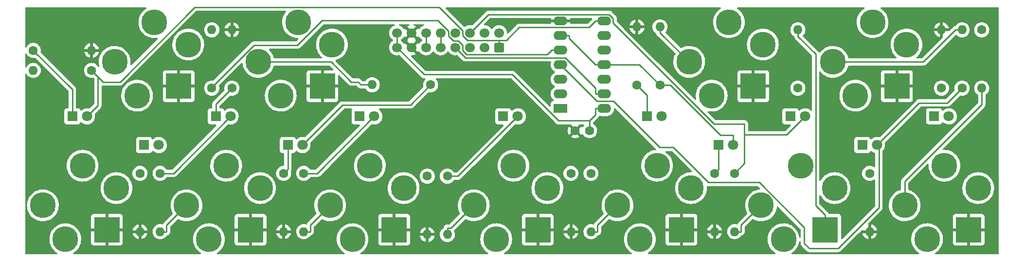
<source format=gbr>
G04 #@! TF.GenerationSoftware,KiCad,Pcbnew,(6.0.5)*
G04 #@! TF.CreationDate,2022-06-09T22:17:25-05:00*
G04 #@! TF.ProjectId,KosmoPulseMain,4b6f736d-6f50-4756-9c73-654d61696e2e,rev?*
G04 #@! TF.SameCoordinates,Original*
G04 #@! TF.FileFunction,Copper,L2,Bot*
G04 #@! TF.FilePolarity,Positive*
%FSLAX46Y46*%
G04 Gerber Fmt 4.6, Leading zero omitted, Abs format (unit mm)*
G04 Created by KiCad (PCBNEW (6.0.5)) date 2022-06-09 22:17:25*
%MOMM*%
%LPD*%
G01*
G04 APERTURE LIST*
G04 Aperture macros list*
%AMRoundRect*
0 Rectangle with rounded corners*
0 $1 Rounding radius*
0 $2 $3 $4 $5 $6 $7 $8 $9 X,Y pos of 4 corners*
0 Add a 4 corners polygon primitive as box body*
4,1,4,$2,$3,$4,$5,$6,$7,$8,$9,$2,$3,0*
0 Add four circle primitives for the rounded corners*
1,1,$1+$1,$2,$3*
1,1,$1+$1,$4,$5*
1,1,$1+$1,$6,$7*
1,1,$1+$1,$8,$9*
0 Add four rect primitives between the rounded corners*
20,1,$1+$1,$2,$3,$4,$5,0*
20,1,$1+$1,$4,$5,$6,$7,0*
20,1,$1+$1,$6,$7,$8,$9,0*
20,1,$1+$1,$8,$9,$2,$3,0*%
G04 Aperture macros list end*
G04 #@! TA.AperFunction,ComponentPad*
%ADD10R,1.800000X1.800000*%
G04 #@! TD*
G04 #@! TA.AperFunction,ComponentPad*
%ADD11C,1.800000*%
G04 #@! TD*
G04 #@! TA.AperFunction,ComponentPad*
%ADD12C,4.500001*%
G04 #@! TD*
G04 #@! TA.AperFunction,ComponentPad*
%ADD13R,4.500001X4.500001*%
G04 #@! TD*
G04 #@! TA.AperFunction,ComponentPad*
%ADD14C,4.500000*%
G04 #@! TD*
G04 #@! TA.AperFunction,ComponentPad*
%ADD15C,1.600000*%
G04 #@! TD*
G04 #@! TA.AperFunction,ComponentPad*
%ADD16O,1.600000X1.600000*%
G04 #@! TD*
G04 #@! TA.AperFunction,ComponentPad*
%ADD17RoundRect,0.250000X0.600000X-0.600000X0.600000X0.600000X-0.600000X0.600000X-0.600000X-0.600000X0*%
G04 #@! TD*
G04 #@! TA.AperFunction,ComponentPad*
%ADD18C,1.700000*%
G04 #@! TD*
G04 #@! TA.AperFunction,ComponentPad*
%ADD19R,2.400000X1.600000*%
G04 #@! TD*
G04 #@! TA.AperFunction,ComponentPad*
%ADD20O,2.400000X1.600000*%
G04 #@! TD*
G04 #@! TA.AperFunction,Conductor*
%ADD21C,0.250000*%
G04 #@! TD*
G04 APERTURE END LIST*
D10*
X86225000Y-127500000D03*
D11*
X88765000Y-127500000D03*
D12*
X125500000Y-131100000D03*
X131400000Y-135000000D03*
D13*
X129740000Y-142240000D03*
D14*
X118600000Y-138000000D03*
X122500000Y-143900000D03*
D10*
X148725000Y-122500000D03*
D11*
X151265000Y-122500000D03*
D12*
X75500000Y-131100000D03*
X81400000Y-135000000D03*
D13*
X79740000Y-142240000D03*
D14*
X68600000Y-138000000D03*
X72500000Y-143900000D03*
D12*
X100500000Y-131100000D03*
X106400000Y-135000000D03*
D13*
X104740000Y-142240000D03*
D14*
X93600000Y-138000000D03*
X97500000Y-143900000D03*
D12*
X113000000Y-106100000D03*
X118900000Y-110000000D03*
D13*
X117240000Y-117240000D03*
D14*
X106100000Y-113000000D03*
X110000000Y-118900000D03*
D10*
X173725000Y-122500000D03*
D11*
X176265000Y-122500000D03*
D12*
X88000000Y-106100000D03*
X93900000Y-110000000D03*
D13*
X92240000Y-117240000D03*
D14*
X81100000Y-113000000D03*
X85000000Y-118900000D03*
D10*
X211225000Y-127500000D03*
D11*
X213765000Y-127500000D03*
D12*
X213000000Y-106100000D03*
X218900000Y-110000000D03*
D13*
X217240000Y-117240000D03*
D14*
X206100000Y-113000000D03*
X210000000Y-118900000D03*
D12*
X188000000Y-106100000D03*
X193900000Y-110000000D03*
D13*
X192240000Y-117240000D03*
D14*
X181100000Y-113000000D03*
X185000000Y-118900000D03*
D10*
X223725000Y-122500000D03*
D11*
X226265000Y-122500000D03*
D10*
X186225000Y-127500000D03*
D11*
X188765000Y-127500000D03*
D12*
X150500000Y-131100000D03*
X156400000Y-135000000D03*
D13*
X154740000Y-142240000D03*
D14*
X143600000Y-138000000D03*
X147500000Y-143900000D03*
D10*
X98725000Y-122500000D03*
D11*
X101265000Y-122500000D03*
D10*
X111225000Y-127500000D03*
D11*
X113765000Y-127500000D03*
D12*
X175500000Y-131100000D03*
X181400000Y-135000000D03*
D13*
X179740000Y-142240000D03*
D14*
X168600000Y-138000000D03*
X172500000Y-143900000D03*
D12*
X200500000Y-131100000D03*
X206400000Y-135000000D03*
D13*
X204740000Y-142240000D03*
D14*
X193600000Y-138000000D03*
X197500000Y-143900000D03*
D12*
X225500000Y-131100000D03*
X231400000Y-135000000D03*
D13*
X229740000Y-142240000D03*
D14*
X218600000Y-138000000D03*
X222500000Y-143900000D03*
D10*
X73725000Y-122500000D03*
D11*
X76265000Y-122500000D03*
D10*
X198725000Y-122500000D03*
D11*
X201265000Y-122500000D03*
D10*
X123725000Y-122500000D03*
D11*
X126265000Y-122500000D03*
D15*
X85500000Y-132420000D03*
D16*
X85500000Y-142580000D03*
D15*
X66920000Y-111000000D03*
D16*
X77080000Y-111000000D03*
D15*
X185500000Y-132420000D03*
D16*
X185500000Y-142580000D03*
D15*
X164000000Y-132420000D03*
D16*
X164000000Y-142580000D03*
D15*
X232000000Y-107420000D03*
D16*
X232000000Y-117580000D03*
D15*
X225000000Y-117580000D03*
D16*
X225000000Y-107420000D03*
D15*
X189000000Y-132420000D03*
D16*
X189000000Y-142580000D03*
D15*
X101500000Y-117580000D03*
D16*
X101500000Y-107420000D03*
D15*
X89000000Y-132420000D03*
D16*
X89000000Y-142580000D03*
D15*
X77080000Y-114500000D03*
D16*
X66920000Y-114500000D03*
D15*
X135500000Y-132920000D03*
D16*
X135500000Y-143080000D03*
D15*
X200000000Y-117580000D03*
D16*
X200000000Y-107420000D03*
D15*
X228580000Y-117580000D03*
D16*
X228580000Y-107420000D03*
D15*
X114000000Y-132420000D03*
D16*
X114000000Y-142580000D03*
D15*
X212500000Y-132420000D03*
D16*
X212500000Y-142580000D03*
D17*
X148000000Y-110500000D03*
D18*
X148000000Y-107960000D03*
X145460000Y-110500000D03*
X145460000Y-107960000D03*
X142920000Y-110500000D03*
X142920000Y-107960000D03*
X140380000Y-110500000D03*
X140380000Y-107960000D03*
X137840000Y-110500000D03*
X137840000Y-107960000D03*
X135300000Y-110500000D03*
X135300000Y-107960000D03*
X132760000Y-110500000D03*
X132760000Y-107960000D03*
X130220000Y-110500000D03*
X130220000Y-107960000D03*
D15*
X110500000Y-132420000D03*
D16*
X110500000Y-142580000D03*
D19*
X158700000Y-121125000D03*
D20*
X158700000Y-118585000D03*
X158700000Y-116045000D03*
X158700000Y-113505000D03*
X158700000Y-110965000D03*
X158700000Y-108425000D03*
X158700000Y-105885000D03*
X166320000Y-105885000D03*
X166320000Y-108425000D03*
X166320000Y-110965000D03*
X166320000Y-113505000D03*
X166320000Y-116045000D03*
X166320000Y-118585000D03*
X166320000Y-121125000D03*
D15*
X136080000Y-117000000D03*
D16*
X125920000Y-117000000D03*
D15*
X163750000Y-125000000D03*
X161250000Y-125000000D03*
X160500000Y-132420000D03*
D16*
X160500000Y-142580000D03*
D15*
X98000000Y-117580000D03*
D16*
X98000000Y-107420000D03*
D15*
X176000000Y-117080000D03*
D16*
X176000000Y-106920000D03*
D15*
X139000000Y-132920000D03*
D16*
X139000000Y-143080000D03*
D15*
X172000000Y-117080000D03*
D16*
X172000000Y-106920000D03*
D21*
X163750000Y-125000000D02*
X163750000Y-123264900D01*
X164794700Y-122220200D02*
X163750000Y-123264900D01*
X150316600Y-115225300D02*
X134945300Y-115225300D01*
X130220000Y-107960000D02*
X130220000Y-110500000D01*
X163750000Y-123264900D02*
X158356200Y-123264900D01*
X134945300Y-115225300D02*
X130220000Y-110500000D01*
X164794700Y-121125000D02*
X164794700Y-122220200D01*
X158356200Y-123264900D02*
X150316600Y-115225300D01*
X166320000Y-121125000D02*
X164794700Y-121125000D01*
X164794700Y-118585000D02*
X164794700Y-117536400D01*
X159558300Y-112300000D02*
X142180000Y-112300000D01*
X164794700Y-117536400D02*
X159558300Y-112300000D01*
X166320000Y-118585000D02*
X164794700Y-118585000D01*
X142180000Y-112300000D02*
X140380000Y-110500000D01*
X140845000Y-132920000D02*
X151265000Y-122500000D01*
X139000000Y-132920000D02*
X140845000Y-132920000D01*
X101500000Y-117580000D02*
X98725000Y-120355000D01*
X98725000Y-120355000D02*
X98725000Y-122500000D01*
X89000000Y-132420000D02*
X91345000Y-132420000D01*
X91345000Y-132420000D02*
X101265000Y-122500000D01*
X73725000Y-117805000D02*
X73725000Y-122500000D01*
X66920000Y-111000000D02*
X73725000Y-117805000D01*
X79080000Y-116500000D02*
X78190600Y-115610600D01*
X148000000Y-109230000D02*
X148000000Y-110500000D01*
X151489600Y-107010400D02*
X149270000Y-109230000D01*
X82013300Y-116500000D02*
X79080000Y-116500000D01*
X78190600Y-115610600D02*
X78190600Y-120574400D01*
X141650000Y-107540400D02*
X137575000Y-103465400D01*
X95047900Y-103465400D02*
X82013300Y-116500000D01*
X163669300Y-107010400D02*
X151489600Y-107010400D01*
X78190600Y-115610600D02*
X77080000Y-114500000D01*
X148000000Y-109230000D02*
X142498000Y-109230000D01*
X141650000Y-108382000D02*
X141650000Y-107540400D01*
X166320000Y-105885000D02*
X164794700Y-105885000D01*
X78190600Y-120574400D02*
X76265000Y-122500000D01*
X164794700Y-105885000D02*
X163669300Y-107010400D01*
X142498000Y-109230000D02*
X141650000Y-108382000D01*
X137575000Y-103465400D02*
X95047900Y-103465400D01*
X149270000Y-109230000D02*
X148000000Y-109230000D01*
X126265000Y-122500000D02*
X116345000Y-132420000D01*
X116345000Y-132420000D02*
X114000000Y-132420000D01*
X185400000Y-123800000D02*
X190700000Y-123800000D01*
X201265000Y-122500000D02*
X198065000Y-125700000D01*
X198065000Y-125700000D02*
X190700000Y-125700000D01*
X167171711Y-104746400D02*
X167844520Y-105419209D01*
X142920000Y-107960000D02*
X146133600Y-104746400D01*
X190700000Y-123800000D02*
X190700000Y-130720000D01*
X190700000Y-130720000D02*
X189000000Y-132420000D01*
X146133600Y-104746400D02*
X167171711Y-104746400D01*
X167844520Y-106244520D02*
X185400000Y-123800000D01*
X167844520Y-105419209D02*
X167844520Y-106244520D01*
X173725000Y-118805000D02*
X173725000Y-122500000D01*
X172000000Y-117080000D02*
X173725000Y-118805000D01*
X117200000Y-105800000D02*
X137342500Y-105800000D01*
X98000000Y-117580000D02*
X98000000Y-117447100D01*
X105343000Y-110104100D02*
X112895900Y-110104100D01*
X141650000Y-110069000D02*
X141650000Y-111000100D01*
X98000000Y-117447100D02*
X105343000Y-110104100D01*
X112895900Y-110104100D02*
X117200000Y-105800000D01*
X139204600Y-108485600D02*
X140043600Y-109324600D01*
X140905600Y-109324600D02*
X141650000Y-110069000D01*
X140043600Y-109324600D02*
X140905600Y-109324600D01*
X156418720Y-111720980D02*
X157174700Y-110965000D01*
X139204600Y-107662100D02*
X139204600Y-108485600D01*
X137342500Y-105800000D02*
X139204600Y-107662100D01*
X157174700Y-110965000D02*
X158700000Y-110965000D01*
X141650000Y-111000100D02*
X142370880Y-111720980D01*
X142370880Y-111720980D02*
X156418720Y-111720980D01*
X110500000Y-132420000D02*
X111225000Y-131695000D01*
X111225000Y-131695000D02*
X111225000Y-127500000D01*
X132558200Y-120521800D02*
X120743200Y-120521800D01*
X136080000Y-117000000D02*
X132558200Y-120521800D01*
X120743200Y-120521800D02*
X113765000Y-127500000D01*
X226007200Y-120152800D02*
X221112200Y-120152800D01*
X178345700Y-127915700D02*
X184435200Y-134005200D01*
X165050000Y-119855000D02*
X167897200Y-119855000D01*
X214100000Y-138400000D02*
X214100000Y-127835000D01*
X184435200Y-134005200D02*
X193262700Y-134005200D01*
X214100000Y-127835000D02*
X213765000Y-127500000D01*
X167897200Y-119855000D02*
X175957900Y-127915700D01*
X221112200Y-120152800D02*
X213765000Y-127500000D01*
X202000000Y-145500000D02*
X207000000Y-145500000D01*
X158700000Y-113505000D02*
X165050000Y-119855000D01*
X175957900Y-127915700D02*
X178345700Y-127915700D01*
X201120000Y-141862500D02*
X201120000Y-144620000D01*
X207000000Y-145500000D02*
X214100000Y-138400000D01*
X193262700Y-134005200D02*
X201120000Y-141862500D01*
X228580000Y-117580000D02*
X226007200Y-120152800D01*
X201120000Y-144620000D02*
X202000000Y-145500000D01*
X185500000Y-132420000D02*
X186225000Y-131695000D01*
X186225000Y-131695000D02*
X186225000Y-127500000D01*
X160225300Y-108935600D02*
X160225300Y-108425000D01*
X186500000Y-125800000D02*
X188765000Y-125800000D01*
X166320000Y-113505000D02*
X164794700Y-113505000D01*
X164794700Y-113505000D02*
X160225300Y-108935600D01*
X177780000Y-117080000D02*
X186500000Y-125800000D01*
X158700000Y-108425000D02*
X160225300Y-108425000D01*
X166320000Y-113505000D02*
X172425000Y-113505000D01*
X172425000Y-113505000D02*
X176000000Y-117080000D01*
X188765000Y-125800000D02*
X188765000Y-127500000D01*
X176000000Y-117080000D02*
X177780000Y-117080000D01*
X190125300Y-141474700D02*
X193600000Y-138000000D01*
X190125300Y-142580000D02*
X190125300Y-141474700D01*
X189000000Y-142580000D02*
X190125300Y-142580000D01*
X200000000Y-107420000D02*
X200000000Y-108545300D01*
X203096200Y-111641500D02*
X203096200Y-138020900D01*
X203096200Y-138020900D02*
X204740000Y-139664700D01*
X200000000Y-108545300D02*
X203096200Y-111641500D01*
X204740000Y-142240000D02*
X204740000Y-139664700D01*
X139000000Y-143080000D02*
X139000000Y-141954700D01*
X139000000Y-141954700D02*
X139645300Y-141954700D01*
X139645300Y-141954700D02*
X143600000Y-138000000D01*
X89000000Y-142580000D02*
X90125300Y-142580000D01*
X90125300Y-141474700D02*
X93600000Y-138000000D01*
X90125300Y-142580000D02*
X90125300Y-141474700D01*
X115125300Y-141474700D02*
X118600000Y-138000000D01*
X114000000Y-142580000D02*
X115125300Y-142580000D01*
X115125300Y-142580000D02*
X115125300Y-141474700D01*
X218600000Y-133843200D02*
X232000000Y-120443200D01*
X232000000Y-120443200D02*
X232000000Y-117580000D01*
X218600000Y-138000000D02*
X218600000Y-133843200D01*
X165125300Y-142580000D02*
X165125300Y-141474700D01*
X165125300Y-141474700D02*
X168600000Y-138000000D01*
X164000000Y-142580000D02*
X165125300Y-142580000D01*
X228580000Y-107420000D02*
X227454700Y-107420000D01*
X221874700Y-113000000D02*
X206100000Y-113000000D01*
X227454700Y-107420000D02*
X221874700Y-113000000D01*
X176145300Y-108045300D02*
X181100000Y-113000000D01*
X176000000Y-106920000D02*
X176000000Y-108045300D01*
X176000000Y-108045300D02*
X176145300Y-108045300D01*
X125920000Y-117000000D02*
X123920000Y-117000000D01*
X123420000Y-116500000D02*
X122294700Y-116500000D01*
X122294700Y-116500000D02*
X118794700Y-113000000D01*
X118794700Y-113000000D02*
X106100000Y-113000000D01*
X123920000Y-117000000D02*
X123420000Y-116500000D01*
X137840000Y-107960000D02*
X137840000Y-110500000D01*
X135300000Y-107960000D02*
X135300000Y-110500000D01*
G04 #@! TA.AperFunction,Conductor*
G36*
X186570610Y-103528502D02*
G01*
X186617103Y-103582158D01*
X186627207Y-103652432D01*
X186597713Y-103717012D01*
X186566912Y-103742785D01*
X186446659Y-103814328D01*
X186183316Y-104017496D01*
X186180617Y-104020152D01*
X186180618Y-104020152D01*
X185954412Y-104242832D01*
X185946288Y-104250829D01*
X185739009Y-104510949D01*
X185564481Y-104794086D01*
X185425232Y-105096140D01*
X185424073Y-105099740D01*
X185424070Y-105099747D01*
X185325045Y-105407253D01*
X185323280Y-105412735D01*
X185322561Y-105416451D01*
X185322559Y-105416459D01*
X185260819Y-105735567D01*
X185260100Y-105739285D01*
X185259833Y-105743061D01*
X185259832Y-105743066D01*
X185238289Y-106047347D01*
X185236610Y-106071061D01*
X185240641Y-106152033D01*
X185252534Y-106390932D01*
X185253147Y-106403255D01*
X185253788Y-106406986D01*
X185253789Y-106406994D01*
X185307426Y-106719137D01*
X185309474Y-106731057D01*
X185310562Y-106734696D01*
X185310563Y-106734699D01*
X185397337Y-107024849D01*
X185404774Y-107049718D01*
X185406287Y-107053189D01*
X185406289Y-107053195D01*
X185475154Y-107211197D01*
X185537666Y-107354622D01*
X185539589Y-107357893D01*
X185539591Y-107357897D01*
X185605354Y-107469763D01*
X185706226Y-107641352D01*
X185708527Y-107644367D01*
X185905712Y-107902742D01*
X185905717Y-107902748D01*
X185908012Y-107905755D01*
X185927927Y-107926198D01*
X186107923Y-108110969D01*
X186140102Y-108144002D01*
X186399132Y-108352640D01*
X186481035Y-108403719D01*
X186672992Y-108523434D01*
X186681352Y-108528648D01*
X186982672Y-108669476D01*
X187068259Y-108697533D01*
X187230539Y-108750731D01*
X187298729Y-108773085D01*
X187624944Y-108837973D01*
X187628716Y-108838260D01*
X187628724Y-108838261D01*
X187952815Y-108862914D01*
X187952820Y-108862914D01*
X187956592Y-108863201D01*
X188288869Y-108848403D01*
X188306034Y-108845546D01*
X188613220Y-108794417D01*
X188613225Y-108794416D01*
X188616961Y-108793794D01*
X188936116Y-108700164D01*
X188939583Y-108698674D01*
X188939587Y-108698673D01*
X189238228Y-108570366D01*
X189238230Y-108570365D01*
X189241712Y-108568869D01*
X189529321Y-108401813D01*
X189532343Y-108399532D01*
X189532347Y-108399529D01*
X189791753Y-108203697D01*
X189791754Y-108203696D01*
X189794777Y-108201414D01*
X190009615Y-107994309D01*
X190031508Y-107973204D01*
X190031509Y-107973203D01*
X190034235Y-107970575D01*
X190244227Y-107712641D01*
X190372506Y-107509331D01*
X190419683Y-107434560D01*
X190419685Y-107434557D01*
X190421710Y-107431347D01*
X190427654Y-107418802D01*
X190532549Y-107197393D01*
X190564114Y-107130767D01*
X190573666Y-107102138D01*
X190627547Y-106940635D01*
X190669377Y-106815257D01*
X190735972Y-106489386D01*
X190762936Y-106157875D01*
X190763542Y-106100000D01*
X190763409Y-106097789D01*
X190743755Y-105771772D01*
X190743754Y-105771765D01*
X190743527Y-105767997D01*
X190690801Y-105479301D01*
X190684451Y-105444530D01*
X190684450Y-105444525D01*
X190683770Y-105440803D01*
X190676319Y-105416805D01*
X190599397Y-105169077D01*
X190585139Y-105123157D01*
X190449061Y-104819662D01*
X190364108Y-104678555D01*
X190279466Y-104537966D01*
X190279462Y-104537960D01*
X190277507Y-104534713D01*
X190275180Y-104531729D01*
X190275175Y-104531722D01*
X190075294Y-104275425D01*
X190075288Y-104275418D01*
X190072963Y-104272437D01*
X189838392Y-104036634D01*
X189577191Y-103830720D01*
X189431731Y-103742105D01*
X189383962Y-103689582D01*
X189372172Y-103619571D01*
X189400104Y-103554300D01*
X189458890Y-103514492D01*
X189497284Y-103508500D01*
X211502489Y-103508500D01*
X211570610Y-103528502D01*
X211617103Y-103582158D01*
X211627207Y-103652432D01*
X211597713Y-103717012D01*
X211566912Y-103742785D01*
X211446659Y-103814328D01*
X211183316Y-104017496D01*
X211180617Y-104020152D01*
X211180618Y-104020152D01*
X210954412Y-104242832D01*
X210946288Y-104250829D01*
X210739009Y-104510949D01*
X210564481Y-104794086D01*
X210425232Y-105096140D01*
X210424073Y-105099740D01*
X210424070Y-105099747D01*
X210325045Y-105407253D01*
X210323280Y-105412735D01*
X210322561Y-105416451D01*
X210322559Y-105416459D01*
X210260819Y-105735567D01*
X210260100Y-105739285D01*
X210259833Y-105743061D01*
X210259832Y-105743066D01*
X210238289Y-106047347D01*
X210236610Y-106071061D01*
X210240641Y-106152033D01*
X210252534Y-106390932D01*
X210253147Y-106403255D01*
X210253788Y-106406986D01*
X210253789Y-106406994D01*
X210307426Y-106719137D01*
X210309474Y-106731057D01*
X210310562Y-106734696D01*
X210310563Y-106734699D01*
X210397337Y-107024849D01*
X210404774Y-107049718D01*
X210406287Y-107053189D01*
X210406289Y-107053195D01*
X210475154Y-107211197D01*
X210537666Y-107354622D01*
X210539589Y-107357893D01*
X210539591Y-107357897D01*
X210605354Y-107469763D01*
X210706226Y-107641352D01*
X210708527Y-107644367D01*
X210905712Y-107902742D01*
X210905717Y-107902748D01*
X210908012Y-107905755D01*
X210927927Y-107926198D01*
X211107923Y-108110969D01*
X211140102Y-108144002D01*
X211399132Y-108352640D01*
X211481035Y-108403719D01*
X211672992Y-108523434D01*
X211681352Y-108528648D01*
X211982672Y-108669476D01*
X212068259Y-108697533D01*
X212230539Y-108750731D01*
X212298729Y-108773085D01*
X212624944Y-108837973D01*
X212628716Y-108838260D01*
X212628724Y-108838261D01*
X212952815Y-108862914D01*
X212952820Y-108862914D01*
X212956592Y-108863201D01*
X213288869Y-108848403D01*
X213306034Y-108845546D01*
X213613220Y-108794417D01*
X213613225Y-108794416D01*
X213616961Y-108793794D01*
X213936116Y-108700164D01*
X213939583Y-108698674D01*
X213939587Y-108698673D01*
X214238228Y-108570366D01*
X214238230Y-108570365D01*
X214241712Y-108568869D01*
X214529321Y-108401813D01*
X214532343Y-108399532D01*
X214532347Y-108399529D01*
X214791753Y-108203697D01*
X214791754Y-108203696D01*
X214794777Y-108201414D01*
X215009615Y-107994309D01*
X215031508Y-107973204D01*
X215031509Y-107973203D01*
X215034235Y-107970575D01*
X215244227Y-107712641D01*
X215372506Y-107509331D01*
X215419683Y-107434560D01*
X215419685Y-107434557D01*
X215421710Y-107431347D01*
X215427654Y-107418802D01*
X215532549Y-107197393D01*
X215555711Y-107148503D01*
X223718606Y-107148503D01*
X223718942Y-107162599D01*
X223726884Y-107166000D01*
X224727885Y-107166000D01*
X224743124Y-107161525D01*
X224744329Y-107160135D01*
X224746000Y-107152452D01*
X224746000Y-107147885D01*
X225254000Y-107147885D01*
X225258475Y-107163124D01*
X225259865Y-107164329D01*
X225267548Y-107166000D01*
X226267967Y-107166000D01*
X226281498Y-107162027D01*
X226282727Y-107153478D01*
X226235236Y-106976239D01*
X226231490Y-106965947D01*
X226139414Y-106768489D01*
X226133931Y-106758993D01*
X226008972Y-106580533D01*
X226001916Y-106572125D01*
X225847875Y-106418084D01*
X225839467Y-106411028D01*
X225661007Y-106286069D01*
X225651511Y-106280586D01*
X225454053Y-106188510D01*
X225443761Y-106184764D01*
X225271497Y-106138606D01*
X225257401Y-106138942D01*
X225254000Y-106146884D01*
X225254000Y-107147885D01*
X224746000Y-107147885D01*
X224746000Y-106152033D01*
X224742027Y-106138502D01*
X224733478Y-106137273D01*
X224556239Y-106184764D01*
X224545947Y-106188510D01*
X224348489Y-106280586D01*
X224338993Y-106286069D01*
X224160533Y-106411028D01*
X224152125Y-106418084D01*
X223998084Y-106572125D01*
X223991028Y-106580533D01*
X223866069Y-106758993D01*
X223860586Y-106768489D01*
X223768510Y-106965947D01*
X223764764Y-106976239D01*
X223718606Y-107148503D01*
X215555711Y-107148503D01*
X215564114Y-107130767D01*
X215573666Y-107102138D01*
X215627547Y-106940635D01*
X215669377Y-106815257D01*
X215735972Y-106489386D01*
X215762936Y-106157875D01*
X215763542Y-106100000D01*
X215763409Y-106097789D01*
X215743755Y-105771772D01*
X215743754Y-105771765D01*
X215743527Y-105767997D01*
X215690801Y-105479301D01*
X215684451Y-105444530D01*
X215684450Y-105444525D01*
X215683770Y-105440803D01*
X215676319Y-105416805D01*
X215599397Y-105169077D01*
X215585139Y-105123157D01*
X215449061Y-104819662D01*
X215364108Y-104678555D01*
X215279466Y-104537966D01*
X215279462Y-104537960D01*
X215277507Y-104534713D01*
X215275180Y-104531729D01*
X215275175Y-104531722D01*
X215075294Y-104275425D01*
X215075288Y-104275418D01*
X215072963Y-104272437D01*
X214838392Y-104036634D01*
X214577191Y-103830720D01*
X214431731Y-103742105D01*
X214383962Y-103689582D01*
X214372172Y-103619571D01*
X214400104Y-103554300D01*
X214458890Y-103514492D01*
X214497284Y-103508500D01*
X234865500Y-103508500D01*
X234933621Y-103528502D01*
X234980114Y-103582158D01*
X234991500Y-103634500D01*
X234991500Y-146365500D01*
X234971498Y-146433621D01*
X234917842Y-146480114D01*
X234865500Y-146491500D01*
X223998376Y-146491500D01*
X223930255Y-146471498D01*
X223883762Y-146417842D01*
X223873658Y-146347568D01*
X223903152Y-146282988D01*
X223935091Y-146256546D01*
X223948557Y-146248724D01*
X224029321Y-146201813D01*
X224032343Y-146199532D01*
X224032347Y-146199529D01*
X224291753Y-146003697D01*
X224291754Y-146003696D01*
X224294777Y-146001414D01*
X224534235Y-145770575D01*
X224744227Y-145512641D01*
X224921710Y-145231347D01*
X225064114Y-144930767D01*
X225169377Y-144615257D01*
X225185846Y-144534669D01*
X226982001Y-144534669D01*
X226982371Y-144541490D01*
X226987895Y-144592352D01*
X226991521Y-144607604D01*
X227036676Y-144728054D01*
X227045214Y-144743649D01*
X227121715Y-144845724D01*
X227134276Y-144858285D01*
X227236351Y-144934786D01*
X227251946Y-144943324D01*
X227372394Y-144988478D01*
X227387649Y-144992105D01*
X227438514Y-144997631D01*
X227445328Y-144998000D01*
X229467885Y-144998000D01*
X229483124Y-144993525D01*
X229484329Y-144992135D01*
X229486000Y-144984452D01*
X229486000Y-144979884D01*
X229994000Y-144979884D01*
X229998475Y-144995123D01*
X229999865Y-144996328D01*
X230007548Y-144997999D01*
X232034669Y-144997999D01*
X232041490Y-144997629D01*
X232092352Y-144992105D01*
X232107604Y-144988479D01*
X232228054Y-144943324D01*
X232243649Y-144934786D01*
X232345724Y-144858285D01*
X232358285Y-144845724D01*
X232434786Y-144743649D01*
X232443324Y-144728054D01*
X232488478Y-144607606D01*
X232492105Y-144592351D01*
X232497631Y-144541486D01*
X232498000Y-144534672D01*
X232498000Y-142512115D01*
X232493525Y-142496876D01*
X232492135Y-142495671D01*
X232484452Y-142494000D01*
X230012115Y-142494000D01*
X229996876Y-142498475D01*
X229995671Y-142499865D01*
X229994000Y-142507548D01*
X229994000Y-144979884D01*
X229486000Y-144979884D01*
X229486000Y-142512115D01*
X229481525Y-142496876D01*
X229480135Y-142495671D01*
X229472452Y-142494000D01*
X227000116Y-142494000D01*
X226984877Y-142498475D01*
X226983672Y-142499865D01*
X226982001Y-142507548D01*
X226982001Y-144534669D01*
X225185846Y-144534669D01*
X225235972Y-144289386D01*
X225262936Y-143957875D01*
X225263542Y-143900000D01*
X225263121Y-143893019D01*
X225243755Y-143571772D01*
X225243754Y-143571765D01*
X225243527Y-143567997D01*
X225209849Y-143383599D01*
X225184451Y-143244530D01*
X225184450Y-143244525D01*
X225183770Y-143240803D01*
X225182512Y-143236749D01*
X225086796Y-142928494D01*
X225085139Y-142923157D01*
X224949061Y-142619662D01*
X224833814Y-142428238D01*
X224779466Y-142337966D01*
X224779462Y-142337960D01*
X224777507Y-142334713D01*
X224775180Y-142331729D01*
X224775175Y-142331722D01*
X224575294Y-142075425D01*
X224575288Y-142075418D01*
X224572963Y-142072437D01*
X224468957Y-141967885D01*
X226982000Y-141967885D01*
X226986475Y-141983124D01*
X226987865Y-141984329D01*
X226995548Y-141986000D01*
X229467885Y-141986000D01*
X229483124Y-141981525D01*
X229484329Y-141980135D01*
X229486000Y-141972452D01*
X229486000Y-141967885D01*
X229994000Y-141967885D01*
X229998475Y-141983124D01*
X229999865Y-141984329D01*
X230007548Y-141986000D01*
X232479884Y-141986000D01*
X232495123Y-141981525D01*
X232496328Y-141980135D01*
X232497999Y-141972452D01*
X232497999Y-139945331D01*
X232497629Y-139938510D01*
X232492105Y-139887648D01*
X232488479Y-139872396D01*
X232443324Y-139751946D01*
X232434786Y-139736351D01*
X232358285Y-139634276D01*
X232345724Y-139621715D01*
X232243649Y-139545214D01*
X232228054Y-139536676D01*
X232107606Y-139491522D01*
X232092351Y-139487895D01*
X232041486Y-139482369D01*
X232034672Y-139482000D01*
X230012115Y-139482000D01*
X229996876Y-139486475D01*
X229995671Y-139487865D01*
X229994000Y-139495548D01*
X229994000Y-141967885D01*
X229486000Y-141967885D01*
X229486000Y-139500116D01*
X229481525Y-139484877D01*
X229480135Y-139483672D01*
X229472452Y-139482001D01*
X227445331Y-139482001D01*
X227438510Y-139482371D01*
X227387648Y-139487895D01*
X227372396Y-139491521D01*
X227251946Y-139536676D01*
X227236351Y-139545214D01*
X227134276Y-139621715D01*
X227121715Y-139634276D01*
X227045214Y-139736351D01*
X227036676Y-139751946D01*
X226991522Y-139872394D01*
X226987895Y-139887649D01*
X226982369Y-139938514D01*
X226982000Y-139945328D01*
X226982000Y-141967885D01*
X224468957Y-141967885D01*
X224338392Y-141836634D01*
X224077191Y-141630720D01*
X223793144Y-141457677D01*
X223655619Y-141395148D01*
X223493817Y-141321580D01*
X223493809Y-141321577D01*
X223490365Y-141320011D01*
X223173240Y-141219718D01*
X222950896Y-141177906D01*
X222850087Y-141158949D01*
X222850085Y-141158949D01*
X222846364Y-141158249D01*
X222514470Y-141136496D01*
X222510690Y-141136704D01*
X222510689Y-141136704D01*
X222412918Y-141142085D01*
X222182366Y-141154773D01*
X222178639Y-141155434D01*
X222178635Y-141155434D01*
X221982260Y-141190237D01*
X221854864Y-141212815D01*
X221851239Y-141213920D01*
X221851234Y-141213921D01*
X221678712Y-141266502D01*
X221536707Y-141309782D01*
X221533243Y-141311313D01*
X221533236Y-141311316D01*
X221384807Y-141376936D01*
X221232503Y-141444269D01*
X221229249Y-141446205D01*
X221229243Y-141446208D01*
X221005403Y-141579379D01*
X220946659Y-141614328D01*
X220943658Y-141616643D01*
X220943654Y-141616646D01*
X220883084Y-141663376D01*
X220683316Y-141817496D01*
X220446288Y-142050829D01*
X220424570Y-142078084D01*
X220241451Y-142307885D01*
X220239009Y-142310949D01*
X220064481Y-142594086D01*
X219925232Y-142896140D01*
X219924073Y-142899740D01*
X219924070Y-142899747D01*
X219828812Y-143195557D01*
X219823280Y-143212735D01*
X219822561Y-143216451D01*
X219822559Y-143216459D01*
X219763070Y-143523933D01*
X219760100Y-143539285D01*
X219759833Y-143543061D01*
X219759832Y-143543066D01*
X219737318Y-143861058D01*
X219736610Y-143871061D01*
X219739020Y-143919467D01*
X219747107Y-144081916D01*
X219753147Y-144203255D01*
X219753788Y-144206986D01*
X219753789Y-144206994D01*
X219785837Y-144393498D01*
X219809474Y-144531057D01*
X219810562Y-144534696D01*
X219810563Y-144534699D01*
X219903580Y-144845724D01*
X219904774Y-144849718D01*
X219906287Y-144853189D01*
X219906289Y-144853195D01*
X219972251Y-145004535D01*
X220037666Y-145154622D01*
X220206226Y-145441352D01*
X220208527Y-145444367D01*
X220405712Y-145702742D01*
X220405717Y-145702748D01*
X220408012Y-145705755D01*
X220410656Y-145708469D01*
X220619269Y-145922616D01*
X220640102Y-145944002D01*
X220899132Y-146152640D01*
X221069016Y-146258589D01*
X221116231Y-146311608D01*
X221127287Y-146381738D01*
X221098673Y-146446713D01*
X221039473Y-146485903D01*
X221002338Y-146491500D01*
X198998376Y-146491500D01*
X198930255Y-146471498D01*
X198883762Y-146417842D01*
X198873658Y-146347568D01*
X198903152Y-146282988D01*
X198935091Y-146256546D01*
X198948557Y-146248724D01*
X199029321Y-146201813D01*
X199032343Y-146199532D01*
X199032347Y-146199529D01*
X199291753Y-146003697D01*
X199291754Y-146003696D01*
X199294777Y-146001414D01*
X199534235Y-145770575D01*
X199744227Y-145512641D01*
X199921710Y-145231347D01*
X200064114Y-144930767D01*
X200169377Y-144615257D01*
X200235972Y-144289386D01*
X200236029Y-144288681D01*
X200265154Y-144224658D01*
X200324823Y-144186186D01*
X200395820Y-144186082D01*
X200455603Y-144224377D01*
X200485191Y-144288914D01*
X200486500Y-144307030D01*
X200486500Y-144541233D01*
X200485973Y-144552416D01*
X200484298Y-144559909D01*
X200484547Y-144567835D01*
X200484547Y-144567836D01*
X200486438Y-144627986D01*
X200486500Y-144631945D01*
X200486500Y-144659856D01*
X200486997Y-144663790D01*
X200486997Y-144663791D01*
X200487005Y-144663856D01*
X200487938Y-144675693D01*
X200489327Y-144719889D01*
X200494978Y-144739339D01*
X200498987Y-144758700D01*
X200501526Y-144778797D01*
X200504445Y-144786168D01*
X200504445Y-144786170D01*
X200517804Y-144819912D01*
X200521649Y-144831142D01*
X200525989Y-144846081D01*
X200533982Y-144873593D01*
X200538015Y-144880412D01*
X200538017Y-144880417D01*
X200544293Y-144891028D01*
X200552988Y-144908776D01*
X200560448Y-144927617D01*
X200565110Y-144934033D01*
X200565110Y-144934034D01*
X200586436Y-144963387D01*
X200592952Y-144973307D01*
X200607556Y-144998000D01*
X200615458Y-145011362D01*
X200629779Y-145025683D01*
X200642619Y-145040716D01*
X200654528Y-145057107D01*
X200660633Y-145062158D01*
X200660638Y-145062163D01*
X200688604Y-145085299D01*
X200697382Y-145093287D01*
X201496348Y-145892253D01*
X201503888Y-145900539D01*
X201508000Y-145907018D01*
X201513777Y-145912443D01*
X201557651Y-145953643D01*
X201560493Y-145956398D01*
X201580230Y-145976135D01*
X201583427Y-145978615D01*
X201592447Y-145986318D01*
X201624679Y-146016586D01*
X201631625Y-146020405D01*
X201631628Y-146020407D01*
X201642434Y-146026348D01*
X201658953Y-146037199D01*
X201674959Y-146049614D01*
X201682228Y-146052759D01*
X201682232Y-146052762D01*
X201715537Y-146067174D01*
X201726187Y-146072391D01*
X201764940Y-146093695D01*
X201772615Y-146095666D01*
X201772616Y-146095666D01*
X201784562Y-146098733D01*
X201803267Y-146105137D01*
X201821855Y-146113181D01*
X201829678Y-146114420D01*
X201829688Y-146114423D01*
X201865524Y-146120099D01*
X201877144Y-146122505D01*
X201908959Y-146130673D01*
X201919970Y-146133500D01*
X201940224Y-146133500D01*
X201959934Y-146135051D01*
X201979943Y-146138220D01*
X201987835Y-146137474D01*
X202006580Y-146135702D01*
X202023962Y-146134059D01*
X202035819Y-146133500D01*
X206921233Y-146133500D01*
X206932416Y-146134027D01*
X206939909Y-146135702D01*
X206947835Y-146135453D01*
X206947836Y-146135453D01*
X207007986Y-146133562D01*
X207011945Y-146133500D01*
X207039856Y-146133500D01*
X207043791Y-146133003D01*
X207043856Y-146132995D01*
X207055693Y-146132062D01*
X207087951Y-146131048D01*
X207091970Y-146130922D01*
X207099889Y-146130673D01*
X207119343Y-146125021D01*
X207138700Y-146121013D01*
X207150930Y-146119468D01*
X207150931Y-146119468D01*
X207158797Y-146118474D01*
X207166168Y-146115555D01*
X207166170Y-146115555D01*
X207199912Y-146102196D01*
X207211142Y-146098351D01*
X207245983Y-146088229D01*
X207245984Y-146088229D01*
X207253593Y-146086018D01*
X207260412Y-146081985D01*
X207260417Y-146081983D01*
X207271028Y-146075707D01*
X207288776Y-146067012D01*
X207307617Y-146059552D01*
X207343387Y-146033564D01*
X207353307Y-146027048D01*
X207384535Y-146008580D01*
X207384538Y-146008578D01*
X207391362Y-146004542D01*
X207405683Y-145990221D01*
X207420717Y-145977380D01*
X207430694Y-145970131D01*
X207437107Y-145965472D01*
X207465298Y-145931395D01*
X207473288Y-145922616D01*
X210549382Y-142846522D01*
X211217273Y-142846522D01*
X211264764Y-143023761D01*
X211268510Y-143034053D01*
X211360586Y-143231511D01*
X211366069Y-143241007D01*
X211491028Y-143419467D01*
X211498084Y-143427875D01*
X211652125Y-143581916D01*
X211660533Y-143588972D01*
X211838993Y-143713931D01*
X211848489Y-143719414D01*
X212045947Y-143811490D01*
X212056239Y-143815236D01*
X212228503Y-143861394D01*
X212242599Y-143861058D01*
X212246000Y-143853116D01*
X212246000Y-143847967D01*
X212754000Y-143847967D01*
X212757973Y-143861498D01*
X212766522Y-143862727D01*
X212943761Y-143815236D01*
X212954053Y-143811490D01*
X213151511Y-143719414D01*
X213161007Y-143713931D01*
X213339467Y-143588972D01*
X213347875Y-143581916D01*
X213501916Y-143427875D01*
X213508972Y-143419467D01*
X213633931Y-143241007D01*
X213639414Y-143231511D01*
X213731490Y-143034053D01*
X213735236Y-143023761D01*
X213781394Y-142851497D01*
X213781058Y-142837401D01*
X213773116Y-142834000D01*
X212772115Y-142834000D01*
X212756876Y-142838475D01*
X212755671Y-142839865D01*
X212754000Y-142847548D01*
X212754000Y-143847967D01*
X212246000Y-143847967D01*
X212246000Y-142852115D01*
X212241525Y-142836876D01*
X212240135Y-142835671D01*
X212232452Y-142834000D01*
X211232033Y-142834000D01*
X211218502Y-142837973D01*
X211217273Y-142846522D01*
X210549382Y-142846522D01*
X211056669Y-142339235D01*
X211118981Y-142305209D01*
X211195363Y-142312503D01*
X211226882Y-142326000D01*
X212227885Y-142326000D01*
X212243124Y-142321525D01*
X212244329Y-142320135D01*
X212246000Y-142312452D01*
X212246000Y-142307885D01*
X212754000Y-142307885D01*
X212758475Y-142323124D01*
X212759865Y-142324329D01*
X212767548Y-142326000D01*
X213767967Y-142326000D01*
X213781498Y-142322027D01*
X213782727Y-142313478D01*
X213735236Y-142136239D01*
X213731490Y-142125947D01*
X213639414Y-141928489D01*
X213633931Y-141918993D01*
X213508972Y-141740533D01*
X213501916Y-141732125D01*
X213347875Y-141578084D01*
X213339467Y-141571028D01*
X213161007Y-141446069D01*
X213151511Y-141440586D01*
X212954053Y-141348510D01*
X212943761Y-141344764D01*
X212771497Y-141298606D01*
X212757401Y-141298942D01*
X212754000Y-141306884D01*
X212754000Y-142307885D01*
X212246000Y-142307885D01*
X212246000Y-141312033D01*
X212231844Y-141263822D01*
X212229122Y-141259587D01*
X212229116Y-141188590D01*
X212260920Y-141134984D01*
X214492247Y-138903657D01*
X214500537Y-138896113D01*
X214507018Y-138892000D01*
X214553659Y-138842332D01*
X214556413Y-138839491D01*
X214576134Y-138819770D01*
X214578612Y-138816575D01*
X214586318Y-138807553D01*
X214611158Y-138781101D01*
X214616586Y-138775321D01*
X214626346Y-138757568D01*
X214637199Y-138741045D01*
X214644753Y-138731306D01*
X214649613Y-138725041D01*
X214667176Y-138684457D01*
X214672383Y-138673827D01*
X214693695Y-138635060D01*
X214695666Y-138627383D01*
X214695668Y-138627378D01*
X214698732Y-138615442D01*
X214705138Y-138596730D01*
X214710033Y-138585419D01*
X214713181Y-138578145D01*
X214714421Y-138570317D01*
X214714423Y-138570310D01*
X214720099Y-138534476D01*
X214722505Y-138522856D01*
X214731528Y-138487711D01*
X214731528Y-138487710D01*
X214733500Y-138480030D01*
X214733500Y-138459776D01*
X214735051Y-138440065D01*
X214736980Y-138427886D01*
X214738220Y-138420057D01*
X214734059Y-138376038D01*
X214733500Y-138364181D01*
X214733500Y-137971061D01*
X215836610Y-137971061D01*
X215838161Y-138002221D01*
X215851844Y-138277072D01*
X215853147Y-138303255D01*
X215853788Y-138306986D01*
X215853789Y-138306994D01*
X215906791Y-138615442D01*
X215909474Y-138631057D01*
X215910562Y-138634696D01*
X215910563Y-138634699D01*
X215988610Y-138895668D01*
X216004774Y-138949718D01*
X216006287Y-138953189D01*
X216006289Y-138953195D01*
X216097458Y-139162370D01*
X216137666Y-139254622D01*
X216306226Y-139541352D01*
X216308527Y-139544367D01*
X216505712Y-139802742D01*
X216505717Y-139802748D01*
X216508012Y-139805755D01*
X216740102Y-140044002D01*
X216999132Y-140252640D01*
X217281352Y-140428648D01*
X217582672Y-140569476D01*
X217898729Y-140673085D01*
X218224944Y-140737973D01*
X218228716Y-140738260D01*
X218228724Y-140738261D01*
X218552815Y-140762914D01*
X218552820Y-140762914D01*
X218556592Y-140763201D01*
X218888869Y-140748403D01*
X218893401Y-140747649D01*
X219213220Y-140694417D01*
X219213225Y-140694416D01*
X219216961Y-140693794D01*
X219536116Y-140600164D01*
X219539583Y-140598674D01*
X219539587Y-140598673D01*
X219838228Y-140470366D01*
X219838230Y-140470365D01*
X219841712Y-140468869D01*
X220129321Y-140301813D01*
X220132343Y-140299532D01*
X220132347Y-140299529D01*
X220391753Y-140103697D01*
X220391754Y-140103696D01*
X220394777Y-140101414D01*
X220563806Y-139938469D01*
X220631508Y-139873204D01*
X220631509Y-139873203D01*
X220634235Y-139870575D01*
X220844227Y-139612641D01*
X220974409Y-139406315D01*
X221019683Y-139334560D01*
X221019685Y-139334557D01*
X221021710Y-139331347D01*
X221164114Y-139030767D01*
X221206522Y-138903657D01*
X221233574Y-138822572D01*
X221269377Y-138715257D01*
X221335972Y-138389386D01*
X221362936Y-138057875D01*
X221363542Y-138000000D01*
X221362026Y-137974853D01*
X221343755Y-137671772D01*
X221343754Y-137671765D01*
X221343527Y-137667997D01*
X221306811Y-137466962D01*
X221284451Y-137344530D01*
X221284450Y-137344525D01*
X221283770Y-137340803D01*
X221272256Y-137303719D01*
X221191611Y-137044002D01*
X221185139Y-137023157D01*
X221049061Y-136719662D01*
X220941709Y-136541352D01*
X220879466Y-136437966D01*
X220879462Y-136437960D01*
X220877507Y-136434713D01*
X220875180Y-136431729D01*
X220875175Y-136431722D01*
X220675294Y-136175425D01*
X220675288Y-136175418D01*
X220672963Y-136172437D01*
X220438392Y-135936634D01*
X220177191Y-135730720D01*
X219893144Y-135557677D01*
X219772046Y-135502617D01*
X219593817Y-135421580D01*
X219593809Y-135421577D01*
X219590365Y-135420011D01*
X219481555Y-135385599D01*
X219321506Y-135334982D01*
X219262588Y-135295370D01*
X219234438Y-135230193D01*
X219233500Y-135214847D01*
X219233500Y-134971061D01*
X228636610Y-134971061D01*
X228640820Y-135055635D01*
X228650907Y-135258249D01*
X228653147Y-135303255D01*
X228653788Y-135306986D01*
X228653789Y-135306994D01*
X228696865Y-135557677D01*
X228709474Y-135631057D01*
X228710562Y-135634696D01*
X228710563Y-135634699D01*
X228801664Y-135939318D01*
X228804774Y-135949718D01*
X228806287Y-135953189D01*
X228806289Y-135953195D01*
X228891267Y-136148166D01*
X228937666Y-136254622D01*
X229106226Y-136541352D01*
X229108527Y-136544367D01*
X229305712Y-136802742D01*
X229305717Y-136802748D01*
X229308012Y-136805755D01*
X229310656Y-136808469D01*
X229519796Y-137023157D01*
X229540102Y-137044002D01*
X229799132Y-137252640D01*
X230081352Y-137428648D01*
X230382672Y-137569476D01*
X230386281Y-137570659D01*
X230694724Y-137671772D01*
X230698729Y-137673085D01*
X231024944Y-137737973D01*
X231028716Y-137738260D01*
X231028724Y-137738261D01*
X231352815Y-137762914D01*
X231352820Y-137762914D01*
X231356592Y-137763201D01*
X231688869Y-137748403D01*
X231693401Y-137747649D01*
X232013220Y-137694417D01*
X232013225Y-137694416D01*
X232016961Y-137693794D01*
X232336116Y-137600164D01*
X232339583Y-137598674D01*
X232339587Y-137598673D01*
X232638228Y-137470366D01*
X232638230Y-137470365D01*
X232641712Y-137468869D01*
X232929321Y-137301813D01*
X232932343Y-137299532D01*
X232932347Y-137299529D01*
X233191753Y-137103697D01*
X233191754Y-137103696D01*
X233194777Y-137101414D01*
X233434235Y-136870575D01*
X233644227Y-136612641D01*
X233821710Y-136331347D01*
X233964114Y-136030767D01*
X233995520Y-135936634D01*
X234068180Y-135718844D01*
X234069377Y-135715257D01*
X234135972Y-135389386D01*
X234162936Y-135057875D01*
X234163542Y-135000000D01*
X234162026Y-134974853D01*
X234143755Y-134671772D01*
X234143754Y-134671765D01*
X234143527Y-134667997D01*
X234083770Y-134340803D01*
X234068865Y-134292799D01*
X233995810Y-134057523D01*
X233985139Y-134023157D01*
X233849061Y-133719662D01*
X233749544Y-133554366D01*
X233679466Y-133437966D01*
X233679462Y-133437960D01*
X233677507Y-133434713D01*
X233675180Y-133431729D01*
X233675175Y-133431722D01*
X233475294Y-133175425D01*
X233475288Y-133175418D01*
X233472963Y-133172437D01*
X233238392Y-132936634D01*
X232977191Y-132730720D01*
X232693144Y-132557677D01*
X232513653Y-132476067D01*
X232393817Y-132421580D01*
X232393809Y-132421577D01*
X232390365Y-132420011D01*
X232073240Y-132319718D01*
X231790230Y-132266498D01*
X231750087Y-132258949D01*
X231750085Y-132258949D01*
X231746364Y-132258249D01*
X231414470Y-132236496D01*
X231410690Y-132236704D01*
X231410689Y-132236704D01*
X231312918Y-132242085D01*
X231082366Y-132254773D01*
X231078639Y-132255434D01*
X231078635Y-132255434D01*
X230919591Y-132283621D01*
X230754864Y-132312815D01*
X230751239Y-132313920D01*
X230751234Y-132313921D01*
X230606946Y-132357897D01*
X230436707Y-132409782D01*
X230433243Y-132411313D01*
X230433236Y-132411316D01*
X230310053Y-132465775D01*
X230132503Y-132544269D01*
X230129249Y-132546205D01*
X230129243Y-132546208D01*
X229919470Y-132671010D01*
X229846659Y-132714328D01*
X229583316Y-132917496D01*
X229566257Y-132934289D01*
X229453771Y-133045022D01*
X229346288Y-133150829D01*
X229274671Y-133240703D01*
X229142581Y-133406467D01*
X229139009Y-133410949D01*
X228964481Y-133694086D01*
X228825232Y-133996140D01*
X228824073Y-133999740D01*
X228824070Y-133999747D01*
X228748796Y-134233498D01*
X228723280Y-134312735D01*
X228722561Y-134316451D01*
X228722559Y-134316459D01*
X228660819Y-134635567D01*
X228660100Y-134639285D01*
X228659833Y-134643061D01*
X228659832Y-134643066D01*
X228651814Y-134756317D01*
X228636610Y-134971061D01*
X219233500Y-134971061D01*
X219233500Y-134157794D01*
X219253502Y-134089673D01*
X219270405Y-134068699D01*
X222533701Y-130805403D01*
X222596013Y-130771377D01*
X222666828Y-130776442D01*
X222723664Y-130818989D01*
X222748475Y-130885509D01*
X222748481Y-130903393D01*
X222736610Y-131071061D01*
X222742247Y-131184293D01*
X222747135Y-131282477D01*
X222753147Y-131403255D01*
X222753788Y-131406986D01*
X222753789Y-131406994D01*
X222808070Y-131722886D01*
X222809474Y-131731057D01*
X222810562Y-131734696D01*
X222810563Y-131734699D01*
X222895899Y-132020041D01*
X222904774Y-132049718D01*
X222906287Y-132053189D01*
X222906289Y-132053195D01*
X222984557Y-132232771D01*
X223037666Y-132354622D01*
X223039589Y-132357893D01*
X223039591Y-132357897D01*
X223105938Y-132470757D01*
X223206226Y-132641352D01*
X223208527Y-132644367D01*
X223405712Y-132902742D01*
X223405717Y-132902748D01*
X223408012Y-132905755D01*
X223468296Y-132967638D01*
X223578979Y-133081257D01*
X223640102Y-133144002D01*
X223899132Y-133352640D01*
X223978726Y-133402279D01*
X224172208Y-133522945D01*
X224181352Y-133528648D01*
X224482672Y-133669476D01*
X224547894Y-133690857D01*
X224792671Y-133771099D01*
X224798729Y-133773085D01*
X225124944Y-133837973D01*
X225128716Y-133838260D01*
X225128724Y-133838261D01*
X225452815Y-133862914D01*
X225452820Y-133862914D01*
X225456592Y-133863201D01*
X225788869Y-133848403D01*
X225793401Y-133847649D01*
X226113220Y-133794417D01*
X226113225Y-133794416D01*
X226116961Y-133793794D01*
X226436116Y-133700164D01*
X226439583Y-133698674D01*
X226439587Y-133698673D01*
X226738228Y-133570366D01*
X226738230Y-133570365D01*
X226741712Y-133568869D01*
X227029321Y-133401813D01*
X227032343Y-133399532D01*
X227032347Y-133399529D01*
X227291753Y-133203697D01*
X227291754Y-133203696D01*
X227294777Y-133201414D01*
X227534235Y-132970575D01*
X227744227Y-132712641D01*
X227921710Y-132431347D01*
X227924492Y-132425476D01*
X228015788Y-132232771D01*
X228064114Y-132130767D01*
X228074001Y-132101134D01*
X228136500Y-131913802D01*
X228169377Y-131815257D01*
X228235972Y-131489386D01*
X228262936Y-131157875D01*
X228263390Y-131114507D01*
X228263519Y-131102221D01*
X228263519Y-131102214D01*
X228263542Y-131100000D01*
X228262026Y-131074853D01*
X228243755Y-130771772D01*
X228243754Y-130771765D01*
X228243527Y-130767997D01*
X228183770Y-130440803D01*
X228085139Y-130123157D01*
X227949061Y-129819662D01*
X227864108Y-129678555D01*
X227779466Y-129537966D01*
X227779462Y-129537960D01*
X227777507Y-129534713D01*
X227775180Y-129531729D01*
X227775175Y-129531722D01*
X227575294Y-129275425D01*
X227575288Y-129275418D01*
X227572963Y-129272437D01*
X227338392Y-129036634D01*
X227077191Y-128830720D01*
X226793144Y-128657677D01*
X226655294Y-128595000D01*
X226493817Y-128521580D01*
X226493809Y-128521577D01*
X226490365Y-128520011D01*
X226173240Y-128419718D01*
X225919472Y-128371997D01*
X225850087Y-128358949D01*
X225850085Y-128358949D01*
X225846364Y-128358249D01*
X225514470Y-128336496D01*
X225510690Y-128336704D01*
X225510689Y-128336704D01*
X225301831Y-128348198D01*
X225232714Y-128331969D01*
X225183343Y-128280949D01*
X225169393Y-128211337D01*
X225195292Y-128145233D01*
X225205812Y-128133293D01*
X232392253Y-120946852D01*
X232400539Y-120939312D01*
X232407018Y-120935200D01*
X232418213Y-120923279D01*
X232453643Y-120885549D01*
X232456398Y-120882707D01*
X232476135Y-120862970D01*
X232478615Y-120859773D01*
X232486320Y-120850751D01*
X232498994Y-120837255D01*
X232516586Y-120818521D01*
X232520405Y-120811575D01*
X232520407Y-120811572D01*
X232526348Y-120800766D01*
X232537199Y-120784247D01*
X232539514Y-120781262D01*
X232549614Y-120768241D01*
X232552759Y-120760972D01*
X232552762Y-120760968D01*
X232567174Y-120727663D01*
X232572391Y-120717013D01*
X232593695Y-120678260D01*
X232598733Y-120658637D01*
X232605137Y-120639934D01*
X232610033Y-120628620D01*
X232610033Y-120628619D01*
X232613181Y-120621345D01*
X232614420Y-120613522D01*
X232614423Y-120613512D01*
X232620099Y-120577676D01*
X232622505Y-120566056D01*
X232631528Y-120530911D01*
X232631528Y-120530910D01*
X232633500Y-120523230D01*
X232633500Y-120502976D01*
X232635051Y-120483265D01*
X232636980Y-120471086D01*
X232638220Y-120463257D01*
X232634059Y-120419238D01*
X232633500Y-120407381D01*
X232633500Y-118799394D01*
X232653502Y-118731273D01*
X232687229Y-118696181D01*
X232839789Y-118589357D01*
X232839792Y-118589355D01*
X232844300Y-118586198D01*
X233006198Y-118424300D01*
X233013665Y-118413637D01*
X233083232Y-118314284D01*
X233137523Y-118236749D01*
X233139846Y-118231767D01*
X233139849Y-118231762D01*
X233231961Y-118034225D01*
X233231961Y-118034224D01*
X233234284Y-118029243D01*
X233239613Y-118009357D01*
X233292119Y-117813402D01*
X233292119Y-117813400D01*
X233293543Y-117808087D01*
X233313498Y-117580000D01*
X233293543Y-117351913D01*
X233283432Y-117314179D01*
X233235707Y-117136067D01*
X233235706Y-117136065D01*
X233234284Y-117130757D01*
X233229747Y-117121027D01*
X233139849Y-116928238D01*
X233139846Y-116928233D01*
X233137523Y-116923251D01*
X233006198Y-116735700D01*
X232844300Y-116573802D01*
X232839792Y-116570645D01*
X232839789Y-116570643D01*
X232723095Y-116488933D01*
X232656749Y-116442477D01*
X232651767Y-116440154D01*
X232651762Y-116440151D01*
X232454225Y-116348039D01*
X232454224Y-116348039D01*
X232449243Y-116345716D01*
X232443935Y-116344294D01*
X232443933Y-116344293D01*
X232233402Y-116287881D01*
X232233400Y-116287881D01*
X232228087Y-116286457D01*
X232000000Y-116266502D01*
X231771913Y-116286457D01*
X231766600Y-116287881D01*
X231766598Y-116287881D01*
X231556067Y-116344293D01*
X231556065Y-116344294D01*
X231550757Y-116345716D01*
X231545776Y-116348039D01*
X231545775Y-116348039D01*
X231348238Y-116440151D01*
X231348233Y-116440154D01*
X231343251Y-116442477D01*
X231276905Y-116488933D01*
X231160211Y-116570643D01*
X231160208Y-116570645D01*
X231155700Y-116573802D01*
X230993802Y-116735700D01*
X230862477Y-116923251D01*
X230860154Y-116928233D01*
X230860151Y-116928238D01*
X230770253Y-117121027D01*
X230765716Y-117130757D01*
X230764294Y-117136065D01*
X230764293Y-117136067D01*
X230716568Y-117314179D01*
X230706457Y-117351913D01*
X230686502Y-117580000D01*
X230706457Y-117808087D01*
X230707881Y-117813400D01*
X230707881Y-117813402D01*
X230760388Y-118009357D01*
X230765716Y-118029243D01*
X230768039Y-118034224D01*
X230768039Y-118034225D01*
X230860151Y-118231762D01*
X230860154Y-118231767D01*
X230862477Y-118236749D01*
X230916768Y-118314284D01*
X230986336Y-118413637D01*
X230993802Y-118424300D01*
X231155700Y-118586198D01*
X231160208Y-118589355D01*
X231160211Y-118589357D01*
X231312771Y-118696181D01*
X231357099Y-118751638D01*
X231366500Y-118799394D01*
X231366500Y-120128606D01*
X231346498Y-120196727D01*
X231329595Y-120217701D01*
X218207747Y-133339548D01*
X218199461Y-133347088D01*
X218192982Y-133351200D01*
X218187557Y-133356977D01*
X218146357Y-133400851D01*
X218143602Y-133403693D01*
X218123865Y-133423430D01*
X218121385Y-133426627D01*
X218113682Y-133435647D01*
X218083414Y-133467879D01*
X218079595Y-133474825D01*
X218079593Y-133474828D01*
X218073652Y-133485634D01*
X218062801Y-133502153D01*
X218050386Y-133518159D01*
X218047241Y-133525428D01*
X218047238Y-133525432D01*
X218032826Y-133558737D01*
X218027609Y-133569387D01*
X218006305Y-133608140D01*
X218004334Y-133615815D01*
X218004334Y-133615816D01*
X218001267Y-133627762D01*
X217994863Y-133646466D01*
X217986819Y-133665055D01*
X217985580Y-133672878D01*
X217985577Y-133672888D01*
X217979901Y-133708724D01*
X217977495Y-133720344D01*
X217968472Y-133755489D01*
X217966500Y-133763170D01*
X217966500Y-133783424D01*
X217964949Y-133803134D01*
X217961780Y-133823143D01*
X217965540Y-133862914D01*
X217965941Y-133867161D01*
X217966500Y-133879019D01*
X217966500Y-135215949D01*
X217946498Y-135284070D01*
X217892842Y-135330563D01*
X217877249Y-135336470D01*
X217636707Y-135409782D01*
X217633243Y-135411313D01*
X217633236Y-135411316D01*
X217446051Y-135494070D01*
X217332503Y-135544269D01*
X217329249Y-135546205D01*
X217329243Y-135546208D01*
X217051323Y-135711553D01*
X217046659Y-135714328D01*
X216783316Y-135917496D01*
X216546288Y-136150829D01*
X216339009Y-136410949D01*
X216164481Y-136694086D01*
X216025232Y-136996140D01*
X216024073Y-136999740D01*
X216024070Y-136999747D01*
X215926797Y-137301813D01*
X215923280Y-137312735D01*
X215922561Y-137316451D01*
X215922559Y-137316459D01*
X215867957Y-137598673D01*
X215860100Y-137639285D01*
X215859833Y-137643061D01*
X215859832Y-137643066D01*
X215849047Y-137795400D01*
X215836610Y-137971061D01*
X214733500Y-137971061D01*
X214733500Y-128575753D01*
X214753502Y-128507632D01*
X214770560Y-128486503D01*
X214837636Y-128419660D01*
X214837642Y-128419653D01*
X214841303Y-128416005D01*
X214854651Y-128397430D01*
X214898258Y-128336744D01*
X214976458Y-128227917D01*
X214984653Y-128211337D01*
X215076784Y-128024922D01*
X215076785Y-128024920D01*
X215079078Y-128020280D01*
X215146408Y-127798671D01*
X215176640Y-127569041D01*
X215178327Y-127500000D01*
X215159349Y-127269167D01*
X215123026Y-127124560D01*
X215125830Y-127053618D01*
X215156135Y-127004769D01*
X218242503Y-123918402D01*
X218712771Y-123448134D01*
X222316500Y-123448134D01*
X222323255Y-123510316D01*
X222374385Y-123646705D01*
X222461739Y-123763261D01*
X222578295Y-123850615D01*
X222714684Y-123901745D01*
X222776866Y-123908500D01*
X224673134Y-123908500D01*
X224735316Y-123901745D01*
X224871705Y-123850615D01*
X224988261Y-123763261D01*
X225075615Y-123646705D01*
X225100180Y-123581178D01*
X225142822Y-123524414D01*
X225209383Y-123499714D01*
X225278732Y-123514921D01*
X225298647Y-123528464D01*
X225425566Y-123633834D01*
X225454349Y-123657730D01*
X225654322Y-123774584D01*
X225870694Y-123857209D01*
X225875760Y-123858240D01*
X225875761Y-123858240D01*
X225883085Y-123859730D01*
X226097656Y-123903385D01*
X226227089Y-123908131D01*
X226323949Y-123911683D01*
X226323953Y-123911683D01*
X226329113Y-123911872D01*
X226334233Y-123911216D01*
X226334235Y-123911216D01*
X226411803Y-123901279D01*
X226558847Y-123882442D01*
X226563795Y-123880957D01*
X226563802Y-123880956D01*
X226775747Y-123817369D01*
X226780690Y-123815886D01*
X226785324Y-123813616D01*
X226984049Y-123716262D01*
X226984052Y-123716260D01*
X226988684Y-123713991D01*
X227177243Y-123579494D01*
X227341303Y-123416005D01*
X227476458Y-123227917D01*
X227485253Y-123210123D01*
X227576784Y-123024922D01*
X227576785Y-123024920D01*
X227579078Y-123020280D01*
X227646408Y-122798671D01*
X227676640Y-122569041D01*
X227676722Y-122565691D01*
X227678245Y-122503365D01*
X227678245Y-122503361D01*
X227678327Y-122500000D01*
X227664782Y-122335247D01*
X227659773Y-122274318D01*
X227659772Y-122274312D01*
X227659349Y-122269167D01*
X227623026Y-122124560D01*
X227604184Y-122049544D01*
X227604183Y-122049540D01*
X227602925Y-122044533D01*
X227600866Y-122039797D01*
X227512630Y-121836868D01*
X227512628Y-121836865D01*
X227510570Y-121832131D01*
X227384764Y-121637665D01*
X227345412Y-121594417D01*
X227253481Y-121493387D01*
X227228887Y-121466358D01*
X227224836Y-121463159D01*
X227224832Y-121463155D01*
X227051177Y-121326011D01*
X227051172Y-121326008D01*
X227047123Y-121322810D01*
X227042607Y-121320317D01*
X227042604Y-121320315D01*
X226848879Y-121213373D01*
X226848875Y-121213371D01*
X226844355Y-121210876D01*
X226839486Y-121209152D01*
X226839482Y-121209150D01*
X226630903Y-121135288D01*
X226630899Y-121135287D01*
X226626028Y-121133562D01*
X226620935Y-121132655D01*
X226620932Y-121132654D01*
X226403095Y-121093851D01*
X226403089Y-121093850D01*
X226398006Y-121092945D01*
X226325096Y-121092054D01*
X226171581Y-121090179D01*
X226171579Y-121090179D01*
X226166411Y-121090116D01*
X225937464Y-121125150D01*
X225717314Y-121197106D01*
X225712726Y-121199494D01*
X225712722Y-121199496D01*
X225613127Y-121251342D01*
X225511872Y-121304052D01*
X225507739Y-121307155D01*
X225507736Y-121307157D01*
X225359319Y-121418592D01*
X225326655Y-121443117D01*
X225315965Y-121454303D01*
X225309170Y-121461414D01*
X225247646Y-121496844D01*
X225176733Y-121493387D01*
X225118947Y-121452141D01*
X225100094Y-121418592D01*
X225078768Y-121361705D01*
X225078767Y-121361703D01*
X225075615Y-121353295D01*
X224988261Y-121236739D01*
X224871705Y-121149385D01*
X224735316Y-121098255D01*
X224673134Y-121091500D01*
X222776866Y-121091500D01*
X222714684Y-121098255D01*
X222578295Y-121149385D01*
X222461739Y-121236739D01*
X222374385Y-121353295D01*
X222323255Y-121489684D01*
X222316500Y-121551866D01*
X222316500Y-123448134D01*
X218712771Y-123448134D01*
X221337700Y-120823205D01*
X221400012Y-120789179D01*
X221426795Y-120786300D01*
X225928433Y-120786300D01*
X225939616Y-120786827D01*
X225947109Y-120788502D01*
X225955035Y-120788253D01*
X225955036Y-120788253D01*
X226015186Y-120786362D01*
X226019145Y-120786300D01*
X226047056Y-120786300D01*
X226050991Y-120785803D01*
X226051056Y-120785795D01*
X226062893Y-120784862D01*
X226095151Y-120783848D01*
X226099170Y-120783722D01*
X226107089Y-120783473D01*
X226126543Y-120777821D01*
X226145900Y-120773813D01*
X226158130Y-120772268D01*
X226158131Y-120772268D01*
X226165997Y-120771274D01*
X226173368Y-120768355D01*
X226173370Y-120768355D01*
X226207112Y-120754996D01*
X226218342Y-120751151D01*
X226253183Y-120741029D01*
X226253184Y-120741029D01*
X226260793Y-120738818D01*
X226267612Y-120734785D01*
X226267617Y-120734783D01*
X226278228Y-120728507D01*
X226295976Y-120719812D01*
X226314817Y-120712352D01*
X226350587Y-120686364D01*
X226360507Y-120679848D01*
X226391735Y-120661380D01*
X226391738Y-120661378D01*
X226398562Y-120657342D01*
X226412883Y-120643021D01*
X226427917Y-120630180D01*
X226437894Y-120622931D01*
X226444307Y-120618272D01*
X226472498Y-120584195D01*
X226480488Y-120575416D01*
X228166752Y-118889152D01*
X228229064Y-118855126D01*
X228288459Y-118856541D01*
X228346591Y-118872118D01*
X228346602Y-118872120D01*
X228351913Y-118873543D01*
X228580000Y-118893498D01*
X228808087Y-118873543D01*
X228813400Y-118872119D01*
X228813402Y-118872119D01*
X229023933Y-118815707D01*
X229023935Y-118815706D01*
X229029243Y-118814284D01*
X229061175Y-118799394D01*
X229231762Y-118719849D01*
X229231767Y-118719846D01*
X229236749Y-118717523D01*
X229349130Y-118638833D01*
X229419789Y-118589357D01*
X229419792Y-118589355D01*
X229424300Y-118586198D01*
X229586198Y-118424300D01*
X229593665Y-118413637D01*
X229663232Y-118314284D01*
X229717523Y-118236749D01*
X229719846Y-118231767D01*
X229719849Y-118231762D01*
X229811961Y-118034225D01*
X229811961Y-118034224D01*
X229814284Y-118029243D01*
X229819613Y-118009357D01*
X229872119Y-117813402D01*
X229872119Y-117813400D01*
X229873543Y-117808087D01*
X229893498Y-117580000D01*
X229873543Y-117351913D01*
X229863432Y-117314179D01*
X229815707Y-117136067D01*
X229815706Y-117136065D01*
X229814284Y-117130757D01*
X229809747Y-117121027D01*
X229719849Y-116928238D01*
X229719846Y-116928233D01*
X229717523Y-116923251D01*
X229586198Y-116735700D01*
X229424300Y-116573802D01*
X229419792Y-116570645D01*
X229419789Y-116570643D01*
X229303095Y-116488933D01*
X229236749Y-116442477D01*
X229231767Y-116440154D01*
X229231762Y-116440151D01*
X229034225Y-116348039D01*
X229034224Y-116348039D01*
X229029243Y-116345716D01*
X229023935Y-116344294D01*
X229023933Y-116344293D01*
X228813402Y-116287881D01*
X228813400Y-116287881D01*
X228808087Y-116286457D01*
X228580000Y-116266502D01*
X228351913Y-116286457D01*
X228346600Y-116287881D01*
X228346598Y-116287881D01*
X228136067Y-116344293D01*
X228136065Y-116344294D01*
X228130757Y-116345716D01*
X228125776Y-116348039D01*
X228125775Y-116348039D01*
X227928238Y-116440151D01*
X227928233Y-116440154D01*
X227923251Y-116442477D01*
X227856905Y-116488933D01*
X227740211Y-116570643D01*
X227740208Y-116570645D01*
X227735700Y-116573802D01*
X227573802Y-116735700D01*
X227442477Y-116923251D01*
X227440154Y-116928233D01*
X227440151Y-116928238D01*
X227350253Y-117121027D01*
X227345716Y-117130757D01*
X227344294Y-117136065D01*
X227344293Y-117136067D01*
X227296568Y-117314179D01*
X227286457Y-117351913D01*
X227266502Y-117580000D01*
X227286457Y-117808087D01*
X227287880Y-117813398D01*
X227287882Y-117813409D01*
X227303459Y-117871541D01*
X227301770Y-117942517D01*
X227270848Y-117993248D01*
X226514803Y-118749292D01*
X225781700Y-119482395D01*
X225719388Y-119516421D01*
X225692605Y-119519300D01*
X221190967Y-119519300D01*
X221179784Y-119518773D01*
X221172291Y-119517098D01*
X221164365Y-119517347D01*
X221164364Y-119517347D01*
X221104201Y-119519238D01*
X221100243Y-119519300D01*
X221072344Y-119519300D01*
X221068354Y-119519804D01*
X221056520Y-119520736D01*
X221012311Y-119522126D01*
X221004697Y-119524338D01*
X221004692Y-119524339D01*
X220992859Y-119527777D01*
X220973496Y-119531788D01*
X220953403Y-119534326D01*
X220946036Y-119537243D01*
X220946031Y-119537244D01*
X220912292Y-119550602D01*
X220901065Y-119554446D01*
X220858607Y-119566782D01*
X220851781Y-119570819D01*
X220841172Y-119577093D01*
X220823424Y-119585788D01*
X220804583Y-119593248D01*
X220798167Y-119597910D01*
X220798166Y-119597910D01*
X220768813Y-119619236D01*
X220758893Y-119625752D01*
X220727665Y-119644220D01*
X220727662Y-119644222D01*
X220720838Y-119648258D01*
X220706517Y-119662579D01*
X220691484Y-119675419D01*
X220675093Y-119687328D01*
X220670042Y-119693434D01*
X220646902Y-119721405D01*
X220638912Y-119730184D01*
X214263112Y-126105983D01*
X214200800Y-126140009D01*
X214136087Y-126135924D01*
X214135906Y-126136610D01*
X214132437Y-126135694D01*
X214131967Y-126135664D01*
X214130914Y-126135291D01*
X214130900Y-126135287D01*
X214126028Y-126133562D01*
X214120935Y-126132655D01*
X214120932Y-126132654D01*
X213903095Y-126093851D01*
X213903089Y-126093850D01*
X213898006Y-126092945D01*
X213825096Y-126092054D01*
X213671581Y-126090179D01*
X213671579Y-126090179D01*
X213666411Y-126090116D01*
X213437464Y-126125150D01*
X213217314Y-126197106D01*
X213212726Y-126199494D01*
X213212722Y-126199496D01*
X213016461Y-126301663D01*
X213011872Y-126304052D01*
X213007739Y-126307155D01*
X213007736Y-126307157D01*
X212830790Y-126440012D01*
X212826655Y-126443117D01*
X212810999Y-126459500D01*
X212809170Y-126461414D01*
X212747646Y-126496844D01*
X212676733Y-126493387D01*
X212618947Y-126452141D01*
X212600094Y-126418592D01*
X212578768Y-126361705D01*
X212578767Y-126361703D01*
X212575615Y-126353295D01*
X212488261Y-126236739D01*
X212371705Y-126149385D01*
X212235316Y-126098255D01*
X212173134Y-126091500D01*
X210276866Y-126091500D01*
X210214684Y-126098255D01*
X210078295Y-126149385D01*
X209961739Y-126236739D01*
X209874385Y-126353295D01*
X209823255Y-126489684D01*
X209816500Y-126551866D01*
X209816500Y-128448134D01*
X209823255Y-128510316D01*
X209874385Y-128646705D01*
X209961739Y-128763261D01*
X210078295Y-128850615D01*
X210214684Y-128901745D01*
X210276866Y-128908500D01*
X212173134Y-128908500D01*
X212235316Y-128901745D01*
X212371705Y-128850615D01*
X212488261Y-128763261D01*
X212575615Y-128646705D01*
X212600180Y-128581178D01*
X212642822Y-128524414D01*
X212709383Y-128499714D01*
X212778732Y-128514921D01*
X212798647Y-128528464D01*
X212863724Y-128582492D01*
X212954349Y-128657730D01*
X213154322Y-128774584D01*
X213159147Y-128776426D01*
X213159148Y-128776427D01*
X213222894Y-128800769D01*
X213370694Y-128857209D01*
X213375674Y-128858222D01*
X213435490Y-128896424D01*
X213465166Y-128960920D01*
X213466500Y-128979206D01*
X213466500Y-131257323D01*
X213446498Y-131325444D01*
X213392842Y-131371937D01*
X213322568Y-131382041D01*
X213268229Y-131360536D01*
X213161258Y-131285634D01*
X213161256Y-131285633D01*
X213156749Y-131282477D01*
X213151767Y-131280154D01*
X213151762Y-131280151D01*
X212954225Y-131188039D01*
X212954224Y-131188039D01*
X212949243Y-131185716D01*
X212943935Y-131184294D01*
X212943933Y-131184293D01*
X212733402Y-131127881D01*
X212733400Y-131127881D01*
X212728087Y-131126457D01*
X212500000Y-131106502D01*
X212271913Y-131126457D01*
X212266600Y-131127881D01*
X212266598Y-131127881D01*
X212056067Y-131184293D01*
X212056065Y-131184294D01*
X212050757Y-131185716D01*
X212045776Y-131188039D01*
X212045775Y-131188039D01*
X211848238Y-131280151D01*
X211848233Y-131280154D01*
X211843251Y-131282477D01*
X211781888Y-131325444D01*
X211660211Y-131410643D01*
X211660208Y-131410645D01*
X211655700Y-131413802D01*
X211493802Y-131575700D01*
X211362477Y-131763251D01*
X211360154Y-131768233D01*
X211360151Y-131768238D01*
X211268039Y-131965775D01*
X211265716Y-131970757D01*
X211264294Y-131976065D01*
X211264293Y-131976067D01*
X211237596Y-132075700D01*
X211206457Y-132191913D01*
X211186502Y-132420000D01*
X211206457Y-132648087D01*
X211207881Y-132653400D01*
X211207881Y-132653402D01*
X211260934Y-132851395D01*
X211265716Y-132869243D01*
X211268039Y-132874224D01*
X211268039Y-132874225D01*
X211360151Y-133071762D01*
X211360154Y-133071767D01*
X211362477Y-133076749D01*
X211409568Y-133144002D01*
X211460548Y-133216808D01*
X211493802Y-133264300D01*
X211655700Y-133426198D01*
X211660208Y-133429355D01*
X211660211Y-133429357D01*
X211731897Y-133479552D01*
X211843251Y-133557523D01*
X211848233Y-133559846D01*
X211848238Y-133559849D01*
X211993880Y-133627762D01*
X212050757Y-133654284D01*
X212056065Y-133655706D01*
X212056067Y-133655707D01*
X212266598Y-133712119D01*
X212266600Y-133712119D01*
X212271913Y-133713543D01*
X212500000Y-133733498D01*
X212728087Y-133713543D01*
X212733400Y-133712119D01*
X212733402Y-133712119D01*
X212943933Y-133655707D01*
X212943935Y-133655706D01*
X212949243Y-133654284D01*
X213006120Y-133627762D01*
X213151762Y-133559849D01*
X213151767Y-133559846D01*
X213156749Y-133557523D01*
X213162406Y-133553562D01*
X213268229Y-133479464D01*
X213335503Y-133456776D01*
X213404364Y-133474061D01*
X213452948Y-133525831D01*
X213466500Y-133582677D01*
X213466500Y-138085405D01*
X213446498Y-138153526D01*
X213429595Y-138174500D01*
X207713595Y-143890500D01*
X207651283Y-143924526D01*
X207580468Y-143919461D01*
X207523632Y-143876914D01*
X207498821Y-143810394D01*
X207498500Y-143801405D01*
X207498500Y-139941866D01*
X207491745Y-139879684D01*
X207440615Y-139743295D01*
X207353261Y-139626739D01*
X207236705Y-139539385D01*
X207100316Y-139488255D01*
X207038134Y-139481500D01*
X205438164Y-139481500D01*
X205370043Y-139461498D01*
X205326839Y-139410618D01*
X205326017Y-139411104D01*
X205323185Y-139406315D01*
X205323182Y-139406311D01*
X205321982Y-139404282D01*
X205321980Y-139404278D01*
X205315706Y-139393668D01*
X205307010Y-139375918D01*
X205302472Y-139364456D01*
X205302469Y-139364451D01*
X205299552Y-139357083D01*
X205273573Y-139321325D01*
X205267057Y-139311407D01*
X205248575Y-139280157D01*
X205244542Y-139273337D01*
X205230218Y-139259013D01*
X205217376Y-139243978D01*
X205205472Y-139227593D01*
X205171406Y-139199411D01*
X205162627Y-139191422D01*
X203766605Y-137795400D01*
X203732579Y-137733088D01*
X203729700Y-137706305D01*
X203729700Y-136363819D01*
X203749702Y-136295698D01*
X203803358Y-136249205D01*
X203873632Y-136239101D01*
X203938212Y-136268595D01*
X203964321Y-136299964D01*
X204106226Y-136541352D01*
X204108527Y-136544367D01*
X204305712Y-136802742D01*
X204305717Y-136802748D01*
X204308012Y-136805755D01*
X204310656Y-136808469D01*
X204519796Y-137023157D01*
X204540102Y-137044002D01*
X204799132Y-137252640D01*
X205081352Y-137428648D01*
X205382672Y-137569476D01*
X205386281Y-137570659D01*
X205694724Y-137671772D01*
X205698729Y-137673085D01*
X206024944Y-137737973D01*
X206028716Y-137738260D01*
X206028724Y-137738261D01*
X206352815Y-137762914D01*
X206352820Y-137762914D01*
X206356592Y-137763201D01*
X206688869Y-137748403D01*
X206693401Y-137747649D01*
X207013220Y-137694417D01*
X207013225Y-137694416D01*
X207016961Y-137693794D01*
X207336116Y-137600164D01*
X207339583Y-137598674D01*
X207339587Y-137598673D01*
X207638228Y-137470366D01*
X207638230Y-137470365D01*
X207641712Y-137468869D01*
X207929321Y-137301813D01*
X207932343Y-137299532D01*
X207932347Y-137299529D01*
X208191753Y-137103697D01*
X208191754Y-137103696D01*
X208194777Y-137101414D01*
X208434235Y-136870575D01*
X208644227Y-136612641D01*
X208821710Y-136331347D01*
X208964114Y-136030767D01*
X208995520Y-135936634D01*
X209068180Y-135718844D01*
X209069377Y-135715257D01*
X209135972Y-135389386D01*
X209162936Y-135057875D01*
X209163542Y-135000000D01*
X209162026Y-134974853D01*
X209143755Y-134671772D01*
X209143754Y-134671765D01*
X209143527Y-134667997D01*
X209083770Y-134340803D01*
X209068865Y-134292799D01*
X208995810Y-134057523D01*
X208985139Y-134023157D01*
X208849061Y-133719662D01*
X208749544Y-133554366D01*
X208679466Y-133437966D01*
X208679462Y-133437960D01*
X208677507Y-133434713D01*
X208675180Y-133431729D01*
X208675175Y-133431722D01*
X208475294Y-133175425D01*
X208475288Y-133175418D01*
X208472963Y-133172437D01*
X208238392Y-132936634D01*
X207977191Y-132730720D01*
X207693144Y-132557677D01*
X207513653Y-132476067D01*
X207393817Y-132421580D01*
X207393809Y-132421577D01*
X207390365Y-132420011D01*
X207073240Y-132319718D01*
X206790230Y-132266498D01*
X206750087Y-132258949D01*
X206750085Y-132258949D01*
X206746364Y-132258249D01*
X206414470Y-132236496D01*
X206410690Y-132236704D01*
X206410689Y-132236704D01*
X206312918Y-132242085D01*
X206082366Y-132254773D01*
X206078639Y-132255434D01*
X206078635Y-132255434D01*
X205919591Y-132283621D01*
X205754864Y-132312815D01*
X205751239Y-132313920D01*
X205751234Y-132313921D01*
X205606946Y-132357897D01*
X205436707Y-132409782D01*
X205433243Y-132411313D01*
X205433236Y-132411316D01*
X205310053Y-132465775D01*
X205132503Y-132544269D01*
X205129249Y-132546205D01*
X205129243Y-132546208D01*
X204919470Y-132671010D01*
X204846659Y-132714328D01*
X204583316Y-132917496D01*
X204566257Y-132934289D01*
X204453771Y-133045022D01*
X204346288Y-133150829D01*
X204274671Y-133240703D01*
X204142581Y-133406467D01*
X204139009Y-133410949D01*
X203964481Y-133694086D01*
X203963597Y-133693541D01*
X203916931Y-133740928D01*
X203847675Y-133756551D01*
X203780967Y-133732251D01*
X203737985Y-133675743D01*
X203729700Y-133630807D01*
X203729700Y-118871061D01*
X207236610Y-118871061D01*
X207253147Y-119203255D01*
X207253788Y-119206986D01*
X207253789Y-119206994D01*
X207308320Y-119524339D01*
X207309474Y-119531057D01*
X207310562Y-119534696D01*
X207310563Y-119534699D01*
X207403580Y-119845724D01*
X207404774Y-119849718D01*
X207406287Y-119853189D01*
X207406289Y-119853195D01*
X207472940Y-120006117D01*
X207537666Y-120154622D01*
X207706226Y-120441352D01*
X207708527Y-120444367D01*
X207905712Y-120702742D01*
X207905717Y-120702748D01*
X207908012Y-120705755D01*
X207957567Y-120756625D01*
X208136795Y-120940607D01*
X208140102Y-120944002D01*
X208399132Y-121152640D01*
X208481035Y-121203719D01*
X208677124Y-121326011D01*
X208681352Y-121328648D01*
X208982672Y-121469476D01*
X209298729Y-121573085D01*
X209302443Y-121573824D01*
X209302444Y-121573824D01*
X209329597Y-121579225D01*
X209624944Y-121637973D01*
X209628716Y-121638260D01*
X209628724Y-121638261D01*
X209952815Y-121662914D01*
X209952820Y-121662914D01*
X209956592Y-121663201D01*
X210288869Y-121648403D01*
X210327284Y-121642009D01*
X210613220Y-121594417D01*
X210613225Y-121594416D01*
X210616961Y-121593794D01*
X210936116Y-121500164D01*
X210939583Y-121498674D01*
X210939587Y-121498673D01*
X211238228Y-121370366D01*
X211238230Y-121370365D01*
X211241712Y-121368869D01*
X211529321Y-121201813D01*
X211532343Y-121199532D01*
X211532347Y-121199529D01*
X211791753Y-121003697D01*
X211791754Y-121003696D01*
X211794777Y-121001414D01*
X212017923Y-120786300D01*
X212031508Y-120773204D01*
X212031509Y-120773203D01*
X212034235Y-120770575D01*
X212244227Y-120512641D01*
X212398935Y-120267443D01*
X212419683Y-120234560D01*
X212419685Y-120234557D01*
X212421710Y-120231347D01*
X212425883Y-120222540D01*
X212532437Y-119997629D01*
X212564114Y-119930767D01*
X212566556Y-119923449D01*
X212656495Y-119653869D01*
X212669377Y-119615257D01*
X212685846Y-119534669D01*
X214482001Y-119534669D01*
X214482371Y-119541490D01*
X214487895Y-119592352D01*
X214491521Y-119607604D01*
X214536676Y-119728054D01*
X214545214Y-119743649D01*
X214621715Y-119845724D01*
X214634276Y-119858285D01*
X214736351Y-119934786D01*
X214751946Y-119943324D01*
X214872394Y-119988478D01*
X214887649Y-119992105D01*
X214938514Y-119997631D01*
X214945328Y-119998000D01*
X216967885Y-119998000D01*
X216983124Y-119993525D01*
X216984329Y-119992135D01*
X216986000Y-119984452D01*
X216986000Y-119979884D01*
X217494000Y-119979884D01*
X217498475Y-119995123D01*
X217499865Y-119996328D01*
X217507548Y-119997999D01*
X219534669Y-119997999D01*
X219541490Y-119997629D01*
X219592352Y-119992105D01*
X219607604Y-119988479D01*
X219728054Y-119943324D01*
X219743649Y-119934786D01*
X219845724Y-119858285D01*
X219858285Y-119845724D01*
X219934786Y-119743649D01*
X219943324Y-119728054D01*
X219988478Y-119607606D01*
X219992105Y-119592351D01*
X219997631Y-119541486D01*
X219998000Y-119534672D01*
X219998000Y-117580000D01*
X223686502Y-117580000D01*
X223706457Y-117808087D01*
X223707881Y-117813400D01*
X223707881Y-117813402D01*
X223760388Y-118009357D01*
X223765716Y-118029243D01*
X223768039Y-118034224D01*
X223768039Y-118034225D01*
X223860151Y-118231762D01*
X223860154Y-118231767D01*
X223862477Y-118236749D01*
X223916768Y-118314284D01*
X223986336Y-118413637D01*
X223993802Y-118424300D01*
X224155700Y-118586198D01*
X224160208Y-118589355D01*
X224160211Y-118589357D01*
X224230870Y-118638833D01*
X224343251Y-118717523D01*
X224348233Y-118719846D01*
X224348238Y-118719849D01*
X224518825Y-118799394D01*
X224550757Y-118814284D01*
X224556065Y-118815706D01*
X224556067Y-118815707D01*
X224766598Y-118872119D01*
X224766600Y-118872119D01*
X224771913Y-118873543D01*
X225000000Y-118893498D01*
X225228087Y-118873543D01*
X225233400Y-118872119D01*
X225233402Y-118872119D01*
X225443933Y-118815707D01*
X225443935Y-118815706D01*
X225449243Y-118814284D01*
X225481175Y-118799394D01*
X225651762Y-118719849D01*
X225651767Y-118719846D01*
X225656749Y-118717523D01*
X225769130Y-118638833D01*
X225839789Y-118589357D01*
X225839792Y-118589355D01*
X225844300Y-118586198D01*
X226006198Y-118424300D01*
X226013665Y-118413637D01*
X226083232Y-118314284D01*
X226137523Y-118236749D01*
X226139846Y-118231767D01*
X226139849Y-118231762D01*
X226231961Y-118034225D01*
X226231961Y-118034224D01*
X226234284Y-118029243D01*
X226239613Y-118009357D01*
X226292119Y-117813402D01*
X226292119Y-117813400D01*
X226293543Y-117808087D01*
X226313498Y-117580000D01*
X226293543Y-117351913D01*
X226283432Y-117314179D01*
X226235707Y-117136067D01*
X226235706Y-117136065D01*
X226234284Y-117130757D01*
X226229747Y-117121027D01*
X226139849Y-116928238D01*
X226139846Y-116928233D01*
X226137523Y-116923251D01*
X226006198Y-116735700D01*
X225844300Y-116573802D01*
X225839792Y-116570645D01*
X225839789Y-116570643D01*
X225723095Y-116488933D01*
X225656749Y-116442477D01*
X225651767Y-116440154D01*
X225651762Y-116440151D01*
X225454225Y-116348039D01*
X225454224Y-116348039D01*
X225449243Y-116345716D01*
X225443935Y-116344294D01*
X225443933Y-116344293D01*
X225233402Y-116287881D01*
X225233400Y-116287881D01*
X225228087Y-116286457D01*
X225000000Y-116266502D01*
X224771913Y-116286457D01*
X224766600Y-116287881D01*
X224766598Y-116287881D01*
X224556067Y-116344293D01*
X224556065Y-116344294D01*
X224550757Y-116345716D01*
X224545776Y-116348039D01*
X224545775Y-116348039D01*
X224348238Y-116440151D01*
X224348233Y-116440154D01*
X224343251Y-116442477D01*
X224276905Y-116488933D01*
X224160211Y-116570643D01*
X224160208Y-116570645D01*
X224155700Y-116573802D01*
X223993802Y-116735700D01*
X223862477Y-116923251D01*
X223860154Y-116928233D01*
X223860151Y-116928238D01*
X223770253Y-117121027D01*
X223765716Y-117130757D01*
X223764294Y-117136065D01*
X223764293Y-117136067D01*
X223716568Y-117314179D01*
X223706457Y-117351913D01*
X223686502Y-117580000D01*
X219998000Y-117580000D01*
X219998000Y-117512115D01*
X219993525Y-117496876D01*
X219992135Y-117495671D01*
X219984452Y-117494000D01*
X217512115Y-117494000D01*
X217496876Y-117498475D01*
X217495671Y-117499865D01*
X217494000Y-117507548D01*
X217494000Y-119979884D01*
X216986000Y-119979884D01*
X216986000Y-117512115D01*
X216981525Y-117496876D01*
X216980135Y-117495671D01*
X216972452Y-117494000D01*
X214500116Y-117494000D01*
X214484877Y-117498475D01*
X214483672Y-117499865D01*
X214482001Y-117507548D01*
X214482001Y-119534669D01*
X212685846Y-119534669D01*
X212735972Y-119289386D01*
X212762936Y-118957875D01*
X212763542Y-118900000D01*
X212761861Y-118872118D01*
X212743755Y-118571772D01*
X212743754Y-118571765D01*
X212743527Y-118567997D01*
X212683770Y-118240803D01*
X212682512Y-118236749D01*
X212586261Y-117926771D01*
X212585139Y-117923157D01*
X212449061Y-117619662D01*
X212349109Y-117453643D01*
X212279466Y-117337966D01*
X212279462Y-117337960D01*
X212277507Y-117334713D01*
X212275180Y-117331729D01*
X212275175Y-117331722D01*
X212075294Y-117075425D01*
X212075288Y-117075418D01*
X212072963Y-117072437D01*
X211968957Y-116967885D01*
X214482000Y-116967885D01*
X214486475Y-116983124D01*
X214487865Y-116984329D01*
X214495548Y-116986000D01*
X216967885Y-116986000D01*
X216983124Y-116981525D01*
X216984329Y-116980135D01*
X216986000Y-116972452D01*
X216986000Y-116967885D01*
X217494000Y-116967885D01*
X217498475Y-116983124D01*
X217499865Y-116984329D01*
X217507548Y-116986000D01*
X219979884Y-116986000D01*
X219995123Y-116981525D01*
X219996328Y-116980135D01*
X219997999Y-116972452D01*
X219997999Y-114945331D01*
X219997629Y-114938510D01*
X219992105Y-114887648D01*
X219988479Y-114872396D01*
X219943324Y-114751946D01*
X219934786Y-114736351D01*
X219858285Y-114634276D01*
X219845724Y-114621715D01*
X219743649Y-114545214D01*
X219728054Y-114536676D01*
X219607606Y-114491522D01*
X219592351Y-114487895D01*
X219541486Y-114482369D01*
X219534672Y-114482000D01*
X217512115Y-114482000D01*
X217496876Y-114486475D01*
X217495671Y-114487865D01*
X217494000Y-114495548D01*
X217494000Y-116967885D01*
X216986000Y-116967885D01*
X216986000Y-114500116D01*
X216981525Y-114484877D01*
X216980135Y-114483672D01*
X216972452Y-114482001D01*
X214945331Y-114482001D01*
X214938510Y-114482371D01*
X214887648Y-114487895D01*
X214872396Y-114491521D01*
X214751946Y-114536676D01*
X214736351Y-114545214D01*
X214634276Y-114621715D01*
X214621715Y-114634276D01*
X214545214Y-114736351D01*
X214536676Y-114751946D01*
X214491522Y-114872394D01*
X214487895Y-114887649D01*
X214482369Y-114938514D01*
X214482000Y-114945328D01*
X214482000Y-116967885D01*
X211968957Y-116967885D01*
X211838392Y-116836634D01*
X211577191Y-116630720D01*
X211293144Y-116457677D01*
X211092612Y-116366500D01*
X210993817Y-116321580D01*
X210993809Y-116321577D01*
X210990365Y-116320011D01*
X210673240Y-116219718D01*
X210450896Y-116177906D01*
X210350087Y-116158949D01*
X210350085Y-116158949D01*
X210346364Y-116158249D01*
X210014470Y-116136496D01*
X210010690Y-116136704D01*
X210010689Y-116136704D01*
X209912918Y-116142085D01*
X209682366Y-116154773D01*
X209678639Y-116155434D01*
X209678635Y-116155434D01*
X209419510Y-116201358D01*
X209354864Y-116212815D01*
X209351239Y-116213920D01*
X209351234Y-116213921D01*
X209175087Y-116267607D01*
X209036707Y-116309782D01*
X209033243Y-116311313D01*
X209033236Y-116311316D01*
X208908413Y-116366500D01*
X208732503Y-116444269D01*
X208729249Y-116446205D01*
X208729243Y-116446208D01*
X208520087Y-116570643D01*
X208446659Y-116614328D01*
X208443658Y-116616643D01*
X208443654Y-116616646D01*
X208427972Y-116628745D01*
X208183316Y-116817496D01*
X208180617Y-116820152D01*
X208180618Y-116820152D01*
X207970446Y-117027048D01*
X207946288Y-117050829D01*
X207739009Y-117310949D01*
X207564481Y-117594086D01*
X207425232Y-117896140D01*
X207424073Y-117899740D01*
X207424070Y-117899747D01*
X207353274Y-118119594D01*
X207323280Y-118212735D01*
X207322561Y-118216451D01*
X207322559Y-118216459D01*
X207268207Y-118497383D01*
X207260100Y-118539285D01*
X207259833Y-118543061D01*
X207259832Y-118543066D01*
X207236878Y-118867272D01*
X207236610Y-118871061D01*
X203729700Y-118871061D01*
X203729700Y-114813865D01*
X203749702Y-114745744D01*
X203803358Y-114699251D01*
X203873632Y-114689147D01*
X203938212Y-114718641D01*
X203955861Y-114737421D01*
X204008012Y-114805755D01*
X204240102Y-115044002D01*
X204499132Y-115252640D01*
X204781352Y-115428648D01*
X205082672Y-115569476D01*
X205086281Y-115570659D01*
X205361852Y-115660996D01*
X205398729Y-115673085D01*
X205724944Y-115737973D01*
X205728716Y-115738260D01*
X205728724Y-115738261D01*
X206052815Y-115762914D01*
X206052820Y-115762914D01*
X206056592Y-115763201D01*
X206388869Y-115748403D01*
X206428023Y-115741886D01*
X206713220Y-115694417D01*
X206713225Y-115694416D01*
X206716961Y-115693794D01*
X207036116Y-115600164D01*
X207039583Y-115598674D01*
X207039587Y-115598673D01*
X207338228Y-115470366D01*
X207338230Y-115470365D01*
X207341712Y-115468869D01*
X207629321Y-115301813D01*
X207632343Y-115299532D01*
X207632347Y-115299529D01*
X207891753Y-115103697D01*
X207891754Y-115103696D01*
X207894777Y-115101414D01*
X208114920Y-114889195D01*
X208131508Y-114873204D01*
X208131509Y-114873203D01*
X208134235Y-114870575D01*
X208344227Y-114612641D01*
X208521710Y-114331347D01*
X208547272Y-114277393D01*
X208652128Y-114056067D01*
X208664114Y-114030767D01*
X208677276Y-113991318D01*
X208767920Y-113719624D01*
X208808453Y-113661335D01*
X208874065Y-113634212D01*
X208887444Y-113633500D01*
X221795933Y-113633500D01*
X221807116Y-113634027D01*
X221814609Y-113635702D01*
X221822535Y-113635453D01*
X221822536Y-113635453D01*
X221882686Y-113633562D01*
X221886645Y-113633500D01*
X221914556Y-113633500D01*
X221918491Y-113633003D01*
X221918556Y-113632995D01*
X221930393Y-113632062D01*
X221962651Y-113631048D01*
X221966670Y-113630922D01*
X221974589Y-113630673D01*
X221994043Y-113625021D01*
X222013400Y-113621013D01*
X222025630Y-113619468D01*
X222025631Y-113619468D01*
X222033497Y-113618474D01*
X222040868Y-113615555D01*
X222040870Y-113615555D01*
X222074612Y-113602196D01*
X222085842Y-113598351D01*
X222120683Y-113588229D01*
X222120684Y-113588229D01*
X222128293Y-113586018D01*
X222135112Y-113581985D01*
X222135117Y-113581983D01*
X222145728Y-113575707D01*
X222163476Y-113567012D01*
X222182317Y-113559552D01*
X222218087Y-113533564D01*
X222228007Y-113527048D01*
X222259235Y-113508580D01*
X222259238Y-113508578D01*
X222266062Y-113504542D01*
X222280383Y-113490221D01*
X222295417Y-113477380D01*
X222305394Y-113470131D01*
X222311807Y-113465472D01*
X222339998Y-113431395D01*
X222347988Y-113422616D01*
X227450958Y-108319646D01*
X227513270Y-108285620D01*
X227584085Y-108290685D01*
X227629148Y-108319646D01*
X227735700Y-108426198D01*
X227740208Y-108429355D01*
X227740211Y-108429357D01*
X227815975Y-108482407D01*
X227923251Y-108557523D01*
X227928233Y-108559846D01*
X227928238Y-108559849D01*
X228116438Y-108647607D01*
X228130757Y-108654284D01*
X228136065Y-108655706D01*
X228136067Y-108655707D01*
X228346598Y-108712119D01*
X228346600Y-108712119D01*
X228351913Y-108713543D01*
X228580000Y-108733498D01*
X228808087Y-108713543D01*
X228813400Y-108712119D01*
X228813402Y-108712119D01*
X229023933Y-108655707D01*
X229023935Y-108655706D01*
X229029243Y-108654284D01*
X229043562Y-108647607D01*
X229231762Y-108559849D01*
X229231767Y-108559846D01*
X229236749Y-108557523D01*
X229344025Y-108482407D01*
X229419789Y-108429357D01*
X229419792Y-108429355D01*
X229424300Y-108426198D01*
X229586198Y-108264300D01*
X229590026Y-108258834D01*
X229650276Y-108172787D01*
X229717523Y-108076749D01*
X229719846Y-108071767D01*
X229719849Y-108071762D01*
X229811961Y-107874225D01*
X229811961Y-107874224D01*
X229814284Y-107869243D01*
X229828091Y-107817717D01*
X229872119Y-107653402D01*
X229872119Y-107653400D01*
X229873543Y-107648087D01*
X229893498Y-107420000D01*
X230686502Y-107420000D01*
X230706457Y-107648087D01*
X230707881Y-107653400D01*
X230707881Y-107653402D01*
X230751910Y-107817717D01*
X230765716Y-107869243D01*
X230768039Y-107874224D01*
X230768039Y-107874225D01*
X230860151Y-108071762D01*
X230860154Y-108071767D01*
X230862477Y-108076749D01*
X230929724Y-108172787D01*
X230989975Y-108258834D01*
X230993802Y-108264300D01*
X231155700Y-108426198D01*
X231160208Y-108429355D01*
X231160211Y-108429357D01*
X231235975Y-108482407D01*
X231343251Y-108557523D01*
X231348233Y-108559846D01*
X231348238Y-108559849D01*
X231536438Y-108647607D01*
X231550757Y-108654284D01*
X231556065Y-108655706D01*
X231556067Y-108655707D01*
X231766598Y-108712119D01*
X231766600Y-108712119D01*
X231771913Y-108713543D01*
X232000000Y-108733498D01*
X232228087Y-108713543D01*
X232233400Y-108712119D01*
X232233402Y-108712119D01*
X232443933Y-108655707D01*
X232443935Y-108655706D01*
X232449243Y-108654284D01*
X232463562Y-108647607D01*
X232651762Y-108559849D01*
X232651767Y-108559846D01*
X232656749Y-108557523D01*
X232764025Y-108482407D01*
X232839789Y-108429357D01*
X232839792Y-108429355D01*
X232844300Y-108426198D01*
X233006198Y-108264300D01*
X233010026Y-108258834D01*
X233070276Y-108172787D01*
X233137523Y-108076749D01*
X233139846Y-108071767D01*
X233139849Y-108071762D01*
X233231961Y-107874225D01*
X233231961Y-107874224D01*
X233234284Y-107869243D01*
X233248091Y-107817717D01*
X233292119Y-107653402D01*
X233292119Y-107653400D01*
X233293543Y-107648087D01*
X233313498Y-107420000D01*
X233293543Y-107191913D01*
X233292119Y-107186598D01*
X233235707Y-106976067D01*
X233235706Y-106976065D01*
X233234284Y-106970757D01*
X233218790Y-106937530D01*
X233139849Y-106768238D01*
X233139846Y-106768233D01*
X233137523Y-106763251D01*
X233060659Y-106653478D01*
X233009357Y-106580211D01*
X233009355Y-106580208D01*
X233006198Y-106575700D01*
X232844300Y-106413802D01*
X232839792Y-106410645D01*
X232839789Y-106410643D01*
X232686404Y-106303242D01*
X232656749Y-106282477D01*
X232651767Y-106280154D01*
X232651762Y-106280151D01*
X232454225Y-106188039D01*
X232454224Y-106188039D01*
X232449243Y-106185716D01*
X232443935Y-106184294D01*
X232443933Y-106184293D01*
X232233402Y-106127881D01*
X232233400Y-106127881D01*
X232228087Y-106126457D01*
X232000000Y-106106502D01*
X231771913Y-106126457D01*
X231766600Y-106127881D01*
X231766598Y-106127881D01*
X231556067Y-106184293D01*
X231556065Y-106184294D01*
X231550757Y-106185716D01*
X231545776Y-106188039D01*
X231545775Y-106188039D01*
X231348238Y-106280151D01*
X231348233Y-106280154D01*
X231343251Y-106282477D01*
X231313596Y-106303242D01*
X231160211Y-106410643D01*
X231160208Y-106410645D01*
X231155700Y-106413802D01*
X230993802Y-106575700D01*
X230990645Y-106580208D01*
X230990643Y-106580211D01*
X230939341Y-106653478D01*
X230862477Y-106763251D01*
X230860154Y-106768233D01*
X230860151Y-106768238D01*
X230781210Y-106937530D01*
X230765716Y-106970757D01*
X230764294Y-106976065D01*
X230764293Y-106976067D01*
X230707881Y-107186598D01*
X230706457Y-107191913D01*
X230686502Y-107420000D01*
X229893498Y-107420000D01*
X229873543Y-107191913D01*
X229872119Y-107186598D01*
X229815707Y-106976067D01*
X229815706Y-106976065D01*
X229814284Y-106970757D01*
X229798790Y-106937530D01*
X229719849Y-106768238D01*
X229719846Y-106768233D01*
X229717523Y-106763251D01*
X229640659Y-106653478D01*
X229589357Y-106580211D01*
X229589355Y-106580208D01*
X229586198Y-106575700D01*
X229424300Y-106413802D01*
X229419792Y-106410645D01*
X229419789Y-106410643D01*
X229266404Y-106303242D01*
X229236749Y-106282477D01*
X229231767Y-106280154D01*
X229231762Y-106280151D01*
X229034225Y-106188039D01*
X229034224Y-106188039D01*
X229029243Y-106185716D01*
X229023935Y-106184294D01*
X229023933Y-106184293D01*
X228813402Y-106127881D01*
X228813400Y-106127881D01*
X228808087Y-106126457D01*
X228580000Y-106106502D01*
X228351913Y-106126457D01*
X228346600Y-106127881D01*
X228346598Y-106127881D01*
X228136067Y-106184293D01*
X228136065Y-106184294D01*
X228130757Y-106185716D01*
X228125776Y-106188039D01*
X228125775Y-106188039D01*
X227928238Y-106280151D01*
X227928233Y-106280154D01*
X227923251Y-106282477D01*
X227893596Y-106303242D01*
X227740211Y-106410643D01*
X227740208Y-106410645D01*
X227735700Y-106413802D01*
X227573802Y-106575700D01*
X227570645Y-106580208D01*
X227570643Y-106580211D01*
X227461971Y-106735410D01*
X227406514Y-106779738D01*
X227370498Y-106787419D01*
X227370564Y-106787837D01*
X227362737Y-106789077D01*
X227354811Y-106789326D01*
X227347195Y-106791539D01*
X227347193Y-106791539D01*
X227335352Y-106794979D01*
X227315993Y-106798988D01*
X227314683Y-106799154D01*
X227295903Y-106801526D01*
X227288537Y-106804442D01*
X227288531Y-106804444D01*
X227254798Y-106817800D01*
X227243568Y-106821645D01*
X227208717Y-106831770D01*
X227201107Y-106833981D01*
X227194284Y-106838016D01*
X227183666Y-106844295D01*
X227165913Y-106852992D01*
X227158268Y-106856019D01*
X227147083Y-106860448D01*
X227140668Y-106865109D01*
X227111312Y-106886437D01*
X227101395Y-106892951D01*
X227063338Y-106915458D01*
X227049017Y-106929779D01*
X227033984Y-106942619D01*
X227017593Y-106954528D01*
X226999632Y-106976239D01*
X226989402Y-106988605D01*
X226981412Y-106997384D01*
X226341701Y-107637095D01*
X226279389Y-107671121D01*
X226252606Y-107674000D01*
X225272115Y-107674000D01*
X225256876Y-107678475D01*
X225255671Y-107679865D01*
X225254000Y-107687548D01*
X225254000Y-108672605D01*
X225233998Y-108740726D01*
X225217095Y-108761700D01*
X221649200Y-112329595D01*
X221586888Y-112363621D01*
X221560105Y-112366500D01*
X220719664Y-112366500D01*
X220651543Y-112346498D01*
X220605050Y-112292842D01*
X220594946Y-112222568D01*
X220624440Y-112157988D01*
X220643747Y-112139938D01*
X220669091Y-112120805D01*
X220694777Y-112101414D01*
X220873305Y-111929312D01*
X220931508Y-111873204D01*
X220931509Y-111873203D01*
X220934235Y-111870575D01*
X221144227Y-111612641D01*
X221321710Y-111331347D01*
X221359651Y-111251264D01*
X221438609Y-111084601D01*
X221464114Y-111030767D01*
X221469768Y-111013822D01*
X221560255Y-110742599D01*
X221569377Y-110715257D01*
X221635972Y-110389386D01*
X221662936Y-110057875D01*
X221663542Y-110000000D01*
X221663409Y-109997789D01*
X221643755Y-109671772D01*
X221643754Y-109671765D01*
X221643527Y-109667997D01*
X221592528Y-109388758D01*
X221584451Y-109344530D01*
X221584450Y-109344525D01*
X221583770Y-109340803D01*
X221573172Y-109306669D01*
X221488235Y-109033129D01*
X221485139Y-109023157D01*
X221349061Y-108719662D01*
X221252845Y-108559849D01*
X221179466Y-108437966D01*
X221179462Y-108437960D01*
X221177507Y-108434713D01*
X221175180Y-108431729D01*
X221175175Y-108431722D01*
X220975294Y-108175425D01*
X220975288Y-108175418D01*
X220972963Y-108172437D01*
X220738392Y-107936634D01*
X220477191Y-107730720D01*
X220404641Y-107686522D01*
X223717273Y-107686522D01*
X223764764Y-107863761D01*
X223768510Y-107874053D01*
X223860586Y-108071511D01*
X223866069Y-108081007D01*
X223991028Y-108259467D01*
X223998084Y-108267875D01*
X224152125Y-108421916D01*
X224160533Y-108428972D01*
X224338993Y-108553931D01*
X224348489Y-108559414D01*
X224545947Y-108651490D01*
X224556239Y-108655236D01*
X224728503Y-108701394D01*
X224742599Y-108701058D01*
X224746000Y-108693116D01*
X224746000Y-107692115D01*
X224741525Y-107676876D01*
X224740135Y-107675671D01*
X224732452Y-107674000D01*
X223732033Y-107674000D01*
X223718502Y-107677973D01*
X223717273Y-107686522D01*
X220404641Y-107686522D01*
X220193144Y-107557677D01*
X220052230Y-107493607D01*
X219893817Y-107421580D01*
X219893809Y-107421577D01*
X219890365Y-107420011D01*
X219573240Y-107319718D01*
X219304572Y-107269195D01*
X219250087Y-107258949D01*
X219250085Y-107258949D01*
X219246364Y-107258249D01*
X218914470Y-107236496D01*
X218910690Y-107236704D01*
X218910689Y-107236704D01*
X218812918Y-107242085D01*
X218582366Y-107254773D01*
X218578639Y-107255434D01*
X218578635Y-107255434D01*
X218380020Y-107290634D01*
X218254864Y-107312815D01*
X218251239Y-107313920D01*
X218251234Y-107313921D01*
X218043683Y-107377178D01*
X217936707Y-107409782D01*
X217933243Y-107411313D01*
X217933236Y-107411316D01*
X217801032Y-107469763D01*
X217632503Y-107544269D01*
X217629249Y-107546205D01*
X217629243Y-107546208D01*
X217383996Y-107692115D01*
X217346659Y-107714328D01*
X217343658Y-107716643D01*
X217343654Y-107716646D01*
X217287733Y-107759789D01*
X217083316Y-107917496D01*
X217080617Y-107920152D01*
X217080618Y-107920152D01*
X216892900Y-108104944D01*
X216846288Y-108150829D01*
X216639009Y-108410949D01*
X216464481Y-108694086D01*
X216325232Y-108996140D01*
X216324073Y-108999740D01*
X216324070Y-108999747D01*
X216238720Y-109264789D01*
X216223280Y-109312735D01*
X216222561Y-109316451D01*
X216222559Y-109316459D01*
X216162662Y-109626041D01*
X216160100Y-109639285D01*
X216159833Y-109643061D01*
X216159832Y-109643066D01*
X216137478Y-109958802D01*
X216136610Y-109971061D01*
X216143440Y-110108267D01*
X216150907Y-110258249D01*
X216153147Y-110303255D01*
X216153788Y-110306986D01*
X216153789Y-110306994D01*
X216203881Y-110598505D01*
X216209474Y-110631057D01*
X216210562Y-110634696D01*
X216210563Y-110634699D01*
X216301664Y-110939318D01*
X216304774Y-110949718D01*
X216306287Y-110953189D01*
X216306289Y-110953195D01*
X216391267Y-111148166D01*
X216437666Y-111254622D01*
X216439589Y-111257893D01*
X216439591Y-111257897D01*
X216500677Y-111361807D01*
X216606226Y-111541352D01*
X216608527Y-111544367D01*
X216805712Y-111802742D01*
X216805717Y-111802748D01*
X216808012Y-111805755D01*
X216860741Y-111859883D01*
X217019796Y-112023157D01*
X217040102Y-112044002D01*
X217114215Y-112103697D01*
X217162231Y-112142372D01*
X217202736Y-112200681D01*
X217205286Y-112271632D01*
X217169074Y-112332698D01*
X217105594Y-112364493D01*
X217083193Y-112366500D01*
X208884560Y-112366500D01*
X208816439Y-112346498D01*
X208769946Y-112292842D01*
X208764227Y-112277864D01*
X208762292Y-112271632D01*
X208685139Y-112023157D01*
X208549061Y-111719662D01*
X208443406Y-111544171D01*
X208379466Y-111437966D01*
X208379462Y-111437960D01*
X208377507Y-111434713D01*
X208375180Y-111431729D01*
X208375175Y-111431722D01*
X208175294Y-111175425D01*
X208175288Y-111175418D01*
X208172963Y-111172437D01*
X207938392Y-110936634D01*
X207677191Y-110730720D01*
X207393144Y-110557677D01*
X207239071Y-110487624D01*
X207093817Y-110421580D01*
X207093809Y-110421577D01*
X207090365Y-110420011D01*
X206773240Y-110319718D01*
X206547997Y-110277361D01*
X206450087Y-110258949D01*
X206450085Y-110258949D01*
X206446364Y-110258249D01*
X206114470Y-110236496D01*
X206110690Y-110236704D01*
X206110689Y-110236704D01*
X206012918Y-110242085D01*
X205782366Y-110254773D01*
X205778639Y-110255434D01*
X205778635Y-110255434D01*
X205530191Y-110299465D01*
X205454864Y-110312815D01*
X205451239Y-110313920D01*
X205451234Y-110313921D01*
X205278243Y-110366645D01*
X205136707Y-110409782D01*
X205133243Y-110411313D01*
X205133236Y-110411316D01*
X204973814Y-110481796D01*
X204832503Y-110544269D01*
X204829249Y-110546205D01*
X204829243Y-110546208D01*
X204551323Y-110711553D01*
X204546659Y-110714328D01*
X204543658Y-110716643D01*
X204543654Y-110716646D01*
X204509334Y-110743124D01*
X204283316Y-110917496D01*
X204046288Y-111150829D01*
X203889559Y-111347513D01*
X203872561Y-111368844D01*
X203814466Y-111409653D01*
X203743529Y-111412576D01*
X203682274Y-111376683D01*
X203663735Y-111347513D01*
X203662487Y-111348199D01*
X203658673Y-111341260D01*
X203655752Y-111333883D01*
X203637667Y-111308990D01*
X203629764Y-111298113D01*
X203623248Y-111288193D01*
X203604780Y-111256965D01*
X203604778Y-111256962D01*
X203600742Y-111250138D01*
X203586421Y-111235817D01*
X203573580Y-111220783D01*
X203566331Y-111210806D01*
X203561672Y-111204393D01*
X203527595Y-111176202D01*
X203518816Y-111168212D01*
X202166622Y-109816018D01*
X200899645Y-108549040D01*
X200865620Y-108486730D01*
X200870685Y-108415915D01*
X200899646Y-108370852D01*
X201006198Y-108264300D01*
X201010026Y-108258834D01*
X201070276Y-108172787D01*
X201137523Y-108076749D01*
X201139846Y-108071767D01*
X201139849Y-108071762D01*
X201231961Y-107874225D01*
X201231961Y-107874224D01*
X201234284Y-107869243D01*
X201248091Y-107817717D01*
X201292119Y-107653402D01*
X201292119Y-107653400D01*
X201293543Y-107648087D01*
X201313498Y-107420000D01*
X201293543Y-107191913D01*
X201292119Y-107186598D01*
X201235707Y-106976067D01*
X201235706Y-106976065D01*
X201234284Y-106970757D01*
X201218790Y-106937530D01*
X201139849Y-106768238D01*
X201139846Y-106768233D01*
X201137523Y-106763251D01*
X201060659Y-106653478D01*
X201009357Y-106580211D01*
X201009355Y-106580208D01*
X201006198Y-106575700D01*
X200844300Y-106413802D01*
X200839792Y-106410645D01*
X200839789Y-106410643D01*
X200686404Y-106303242D01*
X200656749Y-106282477D01*
X200651767Y-106280154D01*
X200651762Y-106280151D01*
X200454225Y-106188039D01*
X200454224Y-106188039D01*
X200449243Y-106185716D01*
X200443935Y-106184294D01*
X200443933Y-106184293D01*
X200233402Y-106127881D01*
X200233400Y-106127881D01*
X200228087Y-106126457D01*
X200000000Y-106106502D01*
X199771913Y-106126457D01*
X199766600Y-106127881D01*
X199766598Y-106127881D01*
X199556067Y-106184293D01*
X199556065Y-106184294D01*
X199550757Y-106185716D01*
X199545776Y-106188039D01*
X199545775Y-106188039D01*
X199348238Y-106280151D01*
X199348233Y-106280154D01*
X199343251Y-106282477D01*
X199313596Y-106303242D01*
X199160211Y-106410643D01*
X199160208Y-106410645D01*
X199155700Y-106413802D01*
X198993802Y-106575700D01*
X198990645Y-106580208D01*
X198990643Y-106580211D01*
X198939341Y-106653478D01*
X198862477Y-106763251D01*
X198860154Y-106768233D01*
X198860151Y-106768238D01*
X198781210Y-106937530D01*
X198765716Y-106970757D01*
X198764294Y-106976065D01*
X198764293Y-106976067D01*
X198707881Y-107186598D01*
X198706457Y-107191913D01*
X198686502Y-107420000D01*
X198706457Y-107648087D01*
X198707881Y-107653400D01*
X198707881Y-107653402D01*
X198751910Y-107817717D01*
X198765716Y-107869243D01*
X198768039Y-107874224D01*
X198768039Y-107874225D01*
X198860151Y-108071762D01*
X198860154Y-108071767D01*
X198862477Y-108076749D01*
X198929724Y-108172787D01*
X198989975Y-108258834D01*
X198993802Y-108264300D01*
X199155700Y-108426198D01*
X199160208Y-108429355D01*
X199160211Y-108429357D01*
X199242148Y-108486730D01*
X199302014Y-108528648D01*
X199315411Y-108538029D01*
X199359739Y-108593486D01*
X199367420Y-108629501D01*
X199367837Y-108629435D01*
X199369078Y-108637269D01*
X199369327Y-108645189D01*
X199374510Y-108663028D01*
X199374978Y-108664639D01*
X199378987Y-108684000D01*
X199381526Y-108704097D01*
X199384445Y-108711468D01*
X199384445Y-108711470D01*
X199397804Y-108745212D01*
X199401649Y-108756442D01*
X199406142Y-108771906D01*
X199413982Y-108798893D01*
X199418015Y-108805712D01*
X199418017Y-108805717D01*
X199424293Y-108816328D01*
X199432988Y-108834076D01*
X199440448Y-108852917D01*
X199445110Y-108859333D01*
X199445110Y-108859334D01*
X199466436Y-108888687D01*
X199472952Y-108898607D01*
X199495458Y-108936662D01*
X199509779Y-108950983D01*
X199522619Y-108966016D01*
X199534528Y-108982407D01*
X199557212Y-109001173D01*
X199568605Y-109010598D01*
X199577384Y-109018588D01*
X202425795Y-111867000D01*
X202459821Y-111929312D01*
X202462700Y-111956095D01*
X202462700Y-121397625D01*
X202442698Y-121465746D01*
X202389042Y-121512239D01*
X202318768Y-121522343D01*
X202254188Y-121492849D01*
X202243507Y-121482425D01*
X202232366Y-121470181D01*
X202232364Y-121470179D01*
X202228887Y-121466358D01*
X202224836Y-121463159D01*
X202224832Y-121463155D01*
X202051177Y-121326011D01*
X202051172Y-121326008D01*
X202047123Y-121322810D01*
X202042607Y-121320317D01*
X202042604Y-121320315D01*
X201848879Y-121213373D01*
X201848875Y-121213371D01*
X201844355Y-121210876D01*
X201839486Y-121209152D01*
X201839482Y-121209150D01*
X201630903Y-121135288D01*
X201630899Y-121135287D01*
X201626028Y-121133562D01*
X201620935Y-121132655D01*
X201620932Y-121132654D01*
X201403095Y-121093851D01*
X201403089Y-121093850D01*
X201398006Y-121092945D01*
X201325096Y-121092054D01*
X201171581Y-121090179D01*
X201171579Y-121090179D01*
X201166411Y-121090116D01*
X200937464Y-121125150D01*
X200717314Y-121197106D01*
X200712726Y-121199494D01*
X200712722Y-121199496D01*
X200613127Y-121251342D01*
X200511872Y-121304052D01*
X200507739Y-121307155D01*
X200507736Y-121307157D01*
X200359319Y-121418592D01*
X200326655Y-121443117D01*
X200315965Y-121454303D01*
X200309170Y-121461414D01*
X200247646Y-121496844D01*
X200176733Y-121493387D01*
X200118947Y-121452141D01*
X200100094Y-121418592D01*
X200078768Y-121361705D01*
X200078767Y-121361703D01*
X200075615Y-121353295D01*
X199988261Y-121236739D01*
X199871705Y-121149385D01*
X199735316Y-121098255D01*
X199673134Y-121091500D01*
X197776866Y-121091500D01*
X197714684Y-121098255D01*
X197578295Y-121149385D01*
X197461739Y-121236739D01*
X197374385Y-121353295D01*
X197323255Y-121489684D01*
X197316500Y-121551866D01*
X197316500Y-123448134D01*
X197323255Y-123510316D01*
X197374385Y-123646705D01*
X197461739Y-123763261D01*
X197578295Y-123850615D01*
X197714684Y-123901745D01*
X197776866Y-123908500D01*
X198656405Y-123908500D01*
X198724526Y-123928502D01*
X198771019Y-123982158D01*
X198781123Y-124052432D01*
X198751629Y-124117012D01*
X198745500Y-124123595D01*
X197839500Y-125029595D01*
X197777188Y-125063621D01*
X197750405Y-125066500D01*
X191459500Y-125066500D01*
X191391379Y-125046498D01*
X191344886Y-124992842D01*
X191333500Y-124940500D01*
X191333500Y-123871793D01*
X191335732Y-123848184D01*
X191335790Y-123847881D01*
X191335790Y-123847877D01*
X191337275Y-123840094D01*
X191333749Y-123784049D01*
X191333500Y-123776138D01*
X191333500Y-123760144D01*
X191331494Y-123744270D01*
X191330751Y-123736402D01*
X191327723Y-123688263D01*
X191327723Y-123688262D01*
X191327225Y-123680350D01*
X191324679Y-123672513D01*
X191319506Y-123649369D01*
X191319468Y-123649065D01*
X191319467Y-123649060D01*
X191318474Y-123641203D01*
X191315558Y-123633838D01*
X191315557Y-123633834D01*
X191297801Y-123588989D01*
X191295129Y-123581570D01*
X191277764Y-123528125D01*
X191273514Y-123521428D01*
X191273350Y-123521169D01*
X191262585Y-123500042D01*
X191262471Y-123499754D01*
X191262468Y-123499749D01*
X191259552Y-123492383D01*
X191254896Y-123485975D01*
X191254893Y-123485969D01*
X191226542Y-123446948D01*
X191222092Y-123440401D01*
X191192000Y-123392982D01*
X191185993Y-123387341D01*
X191170312Y-123369554D01*
X191170134Y-123369309D01*
X191170132Y-123369307D01*
X191165472Y-123362893D01*
X191159362Y-123357838D01*
X191122204Y-123327097D01*
X191116270Y-123321866D01*
X191081102Y-123288842D01*
X191081099Y-123288840D01*
X191075321Y-123283414D01*
X191068097Y-123279442D01*
X191048494Y-123266119D01*
X191048254Y-123265920D01*
X191048247Y-123265916D01*
X191042144Y-123260867D01*
X190991324Y-123236953D01*
X190984292Y-123233371D01*
X190935060Y-123206305D01*
X190927385Y-123204335D01*
X190927379Y-123204332D01*
X190927081Y-123204256D01*
X190904772Y-123196224D01*
X190904497Y-123196094D01*
X190904489Y-123196091D01*
X190897318Y-123192717D01*
X190842151Y-123182194D01*
X190834442Y-123180471D01*
X190800449Y-123171743D01*
X190787707Y-123168471D01*
X190787706Y-123168471D01*
X190780030Y-123166500D01*
X190771793Y-123166500D01*
X190748184Y-123164268D01*
X190747881Y-123164210D01*
X190747877Y-123164210D01*
X190740094Y-123162725D01*
X190684049Y-123166251D01*
X190676138Y-123166500D01*
X185714594Y-123166500D01*
X185646473Y-123146498D01*
X185625499Y-123129595D01*
X184305651Y-121809747D01*
X184271625Y-121747435D01*
X184276690Y-121676620D01*
X184319237Y-121619784D01*
X184385757Y-121594973D01*
X184419324Y-121597073D01*
X184624944Y-121637973D01*
X184628716Y-121638260D01*
X184628724Y-121638261D01*
X184952815Y-121662914D01*
X184952820Y-121662914D01*
X184956592Y-121663201D01*
X185288869Y-121648403D01*
X185327284Y-121642009D01*
X185613220Y-121594417D01*
X185613225Y-121594416D01*
X185616961Y-121593794D01*
X185936116Y-121500164D01*
X185939583Y-121498674D01*
X185939587Y-121498673D01*
X186238228Y-121370366D01*
X186238230Y-121370365D01*
X186241712Y-121368869D01*
X186529321Y-121201813D01*
X186532343Y-121199532D01*
X186532347Y-121199529D01*
X186791753Y-121003697D01*
X186791754Y-121003696D01*
X186794777Y-121001414D01*
X187017923Y-120786300D01*
X187031508Y-120773204D01*
X187031509Y-120773203D01*
X187034235Y-120770575D01*
X187244227Y-120512641D01*
X187398935Y-120267443D01*
X187419683Y-120234560D01*
X187419685Y-120234557D01*
X187421710Y-120231347D01*
X187425883Y-120222540D01*
X187532437Y-119997629D01*
X187564114Y-119930767D01*
X187566556Y-119923449D01*
X187656495Y-119653869D01*
X187669377Y-119615257D01*
X187685846Y-119534669D01*
X189482001Y-119534669D01*
X189482371Y-119541490D01*
X189487895Y-119592352D01*
X189491521Y-119607604D01*
X189536676Y-119728054D01*
X189545214Y-119743649D01*
X189621715Y-119845724D01*
X189634276Y-119858285D01*
X189736351Y-119934786D01*
X189751946Y-119943324D01*
X189872394Y-119988478D01*
X189887649Y-119992105D01*
X189938514Y-119997631D01*
X189945328Y-119998000D01*
X191967885Y-119998000D01*
X191983124Y-119993525D01*
X191984329Y-119992135D01*
X191986000Y-119984452D01*
X191986000Y-119979884D01*
X192494000Y-119979884D01*
X192498475Y-119995123D01*
X192499865Y-119996328D01*
X192507548Y-119997999D01*
X194534669Y-119997999D01*
X194541490Y-119997629D01*
X194592352Y-119992105D01*
X194607604Y-119988479D01*
X194728054Y-119943324D01*
X194743649Y-119934786D01*
X194845724Y-119858285D01*
X194858285Y-119845724D01*
X194934786Y-119743649D01*
X194943324Y-119728054D01*
X194988478Y-119607606D01*
X194992105Y-119592351D01*
X194997631Y-119541486D01*
X194998000Y-119534672D01*
X194998000Y-117580000D01*
X198686502Y-117580000D01*
X198706457Y-117808087D01*
X198707881Y-117813400D01*
X198707881Y-117813402D01*
X198760388Y-118009357D01*
X198765716Y-118029243D01*
X198768039Y-118034224D01*
X198768039Y-118034225D01*
X198860151Y-118231762D01*
X198860154Y-118231767D01*
X198862477Y-118236749D01*
X198916768Y-118314284D01*
X198986336Y-118413637D01*
X198993802Y-118424300D01*
X199155700Y-118586198D01*
X199160208Y-118589355D01*
X199160211Y-118589357D01*
X199230870Y-118638833D01*
X199343251Y-118717523D01*
X199348233Y-118719846D01*
X199348238Y-118719849D01*
X199518825Y-118799394D01*
X199550757Y-118814284D01*
X199556065Y-118815706D01*
X199556067Y-118815707D01*
X199766598Y-118872119D01*
X199766600Y-118872119D01*
X199771913Y-118873543D01*
X200000000Y-118893498D01*
X200228087Y-118873543D01*
X200233400Y-118872119D01*
X200233402Y-118872119D01*
X200443933Y-118815707D01*
X200443935Y-118815706D01*
X200449243Y-118814284D01*
X200481175Y-118799394D01*
X200651762Y-118719849D01*
X200651767Y-118719846D01*
X200656749Y-118717523D01*
X200769130Y-118638833D01*
X200839789Y-118589357D01*
X200839792Y-118589355D01*
X200844300Y-118586198D01*
X201006198Y-118424300D01*
X201013665Y-118413637D01*
X201083232Y-118314284D01*
X201137523Y-118236749D01*
X201139846Y-118231767D01*
X201139849Y-118231762D01*
X201231961Y-118034225D01*
X201231961Y-118034224D01*
X201234284Y-118029243D01*
X201239613Y-118009357D01*
X201292119Y-117813402D01*
X201292119Y-117813400D01*
X201293543Y-117808087D01*
X201313498Y-117580000D01*
X201293543Y-117351913D01*
X201283432Y-117314179D01*
X201235707Y-117136067D01*
X201235706Y-117136065D01*
X201234284Y-117130757D01*
X201229747Y-117121027D01*
X201139849Y-116928238D01*
X201139846Y-116928233D01*
X201137523Y-116923251D01*
X201006198Y-116735700D01*
X200844300Y-116573802D01*
X200839792Y-116570645D01*
X200839789Y-116570643D01*
X200723095Y-116488933D01*
X200656749Y-116442477D01*
X200651767Y-116440154D01*
X200651762Y-116440151D01*
X200454225Y-116348039D01*
X200454224Y-116348039D01*
X200449243Y-116345716D01*
X200443935Y-116344294D01*
X200443933Y-116344293D01*
X200233402Y-116287881D01*
X200233400Y-116287881D01*
X200228087Y-116286457D01*
X200000000Y-116266502D01*
X199771913Y-116286457D01*
X199766600Y-116287881D01*
X199766598Y-116287881D01*
X199556067Y-116344293D01*
X199556065Y-116344294D01*
X199550757Y-116345716D01*
X199545776Y-116348039D01*
X199545775Y-116348039D01*
X199348238Y-116440151D01*
X199348233Y-116440154D01*
X199343251Y-116442477D01*
X199276905Y-116488933D01*
X199160211Y-116570643D01*
X199160208Y-116570645D01*
X199155700Y-116573802D01*
X198993802Y-116735700D01*
X198862477Y-116923251D01*
X198860154Y-116928233D01*
X198860151Y-116928238D01*
X198770253Y-117121027D01*
X198765716Y-117130757D01*
X198764294Y-117136065D01*
X198764293Y-117136067D01*
X198716568Y-117314179D01*
X198706457Y-117351913D01*
X198686502Y-117580000D01*
X194998000Y-117580000D01*
X194998000Y-117512115D01*
X194993525Y-117496876D01*
X194992135Y-117495671D01*
X194984452Y-117494000D01*
X192512115Y-117494000D01*
X192496876Y-117498475D01*
X192495671Y-117499865D01*
X192494000Y-117507548D01*
X192494000Y-119979884D01*
X191986000Y-119979884D01*
X191986000Y-117512115D01*
X191981525Y-117496876D01*
X191980135Y-117495671D01*
X191972452Y-117494000D01*
X189500116Y-117494000D01*
X189484877Y-117498475D01*
X189483672Y-117499865D01*
X189482001Y-117507548D01*
X189482001Y-119534669D01*
X187685846Y-119534669D01*
X187735972Y-119289386D01*
X187762936Y-118957875D01*
X187763542Y-118900000D01*
X187761861Y-118872118D01*
X187743755Y-118571772D01*
X187743754Y-118571765D01*
X187743527Y-118567997D01*
X187683770Y-118240803D01*
X187682512Y-118236749D01*
X187586261Y-117926771D01*
X187585139Y-117923157D01*
X187449061Y-117619662D01*
X187349109Y-117453643D01*
X187279466Y-117337966D01*
X187279462Y-117337960D01*
X187277507Y-117334713D01*
X187275180Y-117331729D01*
X187275175Y-117331722D01*
X187075294Y-117075425D01*
X187075288Y-117075418D01*
X187072963Y-117072437D01*
X186968957Y-116967885D01*
X189482000Y-116967885D01*
X189486475Y-116983124D01*
X189487865Y-116984329D01*
X189495548Y-116986000D01*
X191967885Y-116986000D01*
X191983124Y-116981525D01*
X191984329Y-116980135D01*
X191986000Y-116972452D01*
X191986000Y-116967885D01*
X192494000Y-116967885D01*
X192498475Y-116983124D01*
X192499865Y-116984329D01*
X192507548Y-116986000D01*
X194979884Y-116986000D01*
X194995123Y-116981525D01*
X194996328Y-116980135D01*
X194997999Y-116972452D01*
X194997999Y-114945331D01*
X194997629Y-114938510D01*
X194992105Y-114887648D01*
X194988479Y-114872396D01*
X194943324Y-114751946D01*
X194934786Y-114736351D01*
X194858285Y-114634276D01*
X194845724Y-114621715D01*
X194743649Y-114545214D01*
X194728054Y-114536676D01*
X194607606Y-114491522D01*
X194592351Y-114487895D01*
X194541486Y-114482369D01*
X194534672Y-114482000D01*
X192512115Y-114482000D01*
X192496876Y-114486475D01*
X192495671Y-114487865D01*
X192494000Y-114495548D01*
X192494000Y-116967885D01*
X191986000Y-116967885D01*
X191986000Y-114500116D01*
X191981525Y-114484877D01*
X191980135Y-114483672D01*
X191972452Y-114482001D01*
X189945331Y-114482001D01*
X189938510Y-114482371D01*
X189887648Y-114487895D01*
X189872396Y-114491521D01*
X189751946Y-114536676D01*
X189736351Y-114545214D01*
X189634276Y-114621715D01*
X189621715Y-114634276D01*
X189545214Y-114736351D01*
X189536676Y-114751946D01*
X189491522Y-114872394D01*
X189487895Y-114887649D01*
X189482369Y-114938514D01*
X189482000Y-114945328D01*
X189482000Y-116967885D01*
X186968957Y-116967885D01*
X186838392Y-116836634D01*
X186577191Y-116630720D01*
X186293144Y-116457677D01*
X186092612Y-116366500D01*
X185993817Y-116321580D01*
X185993809Y-116321577D01*
X185990365Y-116320011D01*
X185673240Y-116219718D01*
X185450896Y-116177906D01*
X185350087Y-116158949D01*
X185350085Y-116158949D01*
X185346364Y-116158249D01*
X185014470Y-116136496D01*
X185010690Y-116136704D01*
X185010689Y-116136704D01*
X184912918Y-116142085D01*
X184682366Y-116154773D01*
X184678639Y-116155434D01*
X184678635Y-116155434D01*
X184419510Y-116201358D01*
X184354864Y-116212815D01*
X184351239Y-116213920D01*
X184351234Y-116213921D01*
X184175087Y-116267607D01*
X184036707Y-116309782D01*
X184033243Y-116311313D01*
X184033236Y-116311316D01*
X183908413Y-116366500D01*
X183732503Y-116444269D01*
X183729249Y-116446205D01*
X183729243Y-116446208D01*
X183520087Y-116570643D01*
X183446659Y-116614328D01*
X183443658Y-116616643D01*
X183443654Y-116616646D01*
X183427972Y-116628745D01*
X183183316Y-116817496D01*
X183180617Y-116820152D01*
X183180618Y-116820152D01*
X182970446Y-117027048D01*
X182946288Y-117050829D01*
X182739009Y-117310949D01*
X182564481Y-117594086D01*
X182425232Y-117896140D01*
X182424073Y-117899740D01*
X182424070Y-117899747D01*
X182353274Y-118119594D01*
X182323280Y-118212735D01*
X182322561Y-118216451D01*
X182322559Y-118216459D01*
X182268207Y-118497383D01*
X182260100Y-118539285D01*
X182259833Y-118543061D01*
X182259832Y-118543066D01*
X182236878Y-118867272D01*
X182236610Y-118871061D01*
X182253147Y-119203255D01*
X182253788Y-119206986D01*
X182253789Y-119206994D01*
X182267296Y-119285599D01*
X182292659Y-119433197D01*
X182300927Y-119481315D01*
X182292750Y-119551839D01*
X182247743Y-119606747D01*
X182180195Y-119628606D01*
X182111553Y-119610476D01*
X182087652Y-119591748D01*
X175463706Y-112967801D01*
X169682427Y-107186522D01*
X170717273Y-107186522D01*
X170764764Y-107363761D01*
X170768510Y-107374053D01*
X170860586Y-107571511D01*
X170866069Y-107581007D01*
X170991028Y-107759467D01*
X170998084Y-107767875D01*
X171152125Y-107921916D01*
X171160533Y-107928972D01*
X171338993Y-108053931D01*
X171348489Y-108059414D01*
X171545947Y-108151490D01*
X171556239Y-108155236D01*
X171728503Y-108201394D01*
X171742599Y-108201058D01*
X171746000Y-108193116D01*
X171746000Y-108187967D01*
X172254000Y-108187967D01*
X172257973Y-108201498D01*
X172266522Y-108202727D01*
X172443761Y-108155236D01*
X172454053Y-108151490D01*
X172651511Y-108059414D01*
X172661007Y-108053931D01*
X172839467Y-107928972D01*
X172847875Y-107921916D01*
X173001916Y-107767875D01*
X173008972Y-107759467D01*
X173133931Y-107581007D01*
X173139414Y-107571511D01*
X173231490Y-107374053D01*
X173235236Y-107363761D01*
X173281394Y-107191497D01*
X173281058Y-107177401D01*
X173273116Y-107174000D01*
X172272115Y-107174000D01*
X172256876Y-107178475D01*
X172255671Y-107179865D01*
X172254000Y-107187548D01*
X172254000Y-108187967D01*
X171746000Y-108187967D01*
X171746000Y-107192115D01*
X171741525Y-107176876D01*
X171740135Y-107175671D01*
X171732452Y-107174000D01*
X170732033Y-107174000D01*
X170718502Y-107177973D01*
X170717273Y-107186522D01*
X169682427Y-107186522D01*
X169415905Y-106920000D01*
X174686502Y-106920000D01*
X174706457Y-107148087D01*
X174707881Y-107153400D01*
X174707881Y-107153402D01*
X174760866Y-107351141D01*
X174765716Y-107369243D01*
X174768039Y-107374224D01*
X174768039Y-107374225D01*
X174860151Y-107571762D01*
X174860154Y-107571767D01*
X174862477Y-107576749D01*
X174933355Y-107677973D01*
X174971425Y-107732342D01*
X174993802Y-107764300D01*
X175155700Y-107926198D01*
X175160208Y-107929355D01*
X175160211Y-107929357D01*
X175317393Y-108039417D01*
X175361721Y-108094874D01*
X175370873Y-108134718D01*
X175372074Y-108153801D01*
X175372775Y-108164950D01*
X175375225Y-108172491D01*
X175375321Y-108172787D01*
X175380494Y-108195931D01*
X175380532Y-108196235D01*
X175380533Y-108196240D01*
X175381526Y-108204097D01*
X175384442Y-108211462D01*
X175384443Y-108211466D01*
X175402199Y-108256311D01*
X175404871Y-108263730D01*
X175422236Y-108317175D01*
X175426486Y-108323871D01*
X175426486Y-108323872D01*
X175426650Y-108324131D01*
X175437415Y-108345258D01*
X175437529Y-108345546D01*
X175437532Y-108345551D01*
X175440448Y-108352917D01*
X175445104Y-108359325D01*
X175445107Y-108359331D01*
X175473458Y-108398352D01*
X175477901Y-108404889D01*
X175508000Y-108452318D01*
X175513778Y-108457744D01*
X175513779Y-108457745D01*
X175514007Y-108457959D01*
X175529688Y-108475746D01*
X175534528Y-108482407D01*
X175540637Y-108487461D01*
X175540638Y-108487462D01*
X175577796Y-108518203D01*
X175583730Y-108523434D01*
X175618898Y-108556458D01*
X175618901Y-108556460D01*
X175624679Y-108561886D01*
X175631903Y-108565858D01*
X175651506Y-108579181D01*
X175651746Y-108579380D01*
X175651753Y-108579384D01*
X175657856Y-108584433D01*
X175677095Y-108593486D01*
X175708676Y-108608347D01*
X175715708Y-108611929D01*
X175764940Y-108638995D01*
X175772615Y-108640965D01*
X175772621Y-108640968D01*
X175772919Y-108641044D01*
X175795228Y-108649076D01*
X175795503Y-108649206D01*
X175795511Y-108649209D01*
X175802682Y-108652583D01*
X175810469Y-108654068D01*
X175810471Y-108654069D01*
X175819059Y-108655707D01*
X175831332Y-108658048D01*
X175896817Y-108692721D01*
X178683174Y-111479079D01*
X178717200Y-111541391D01*
X178712135Y-111612207D01*
X178701340Y-111634289D01*
X178664481Y-111694086D01*
X178525232Y-111996140D01*
X178524073Y-111999740D01*
X178524070Y-111999747D01*
X178426797Y-112301813D01*
X178423280Y-112312735D01*
X178422561Y-112316451D01*
X178422559Y-112316459D01*
X178360819Y-112635567D01*
X178360100Y-112639285D01*
X178359833Y-112643061D01*
X178359832Y-112643066D01*
X178337853Y-112953502D01*
X178336610Y-112971061D01*
X178340607Y-113051357D01*
X178351836Y-113276913D01*
X178353147Y-113303255D01*
X178353788Y-113306986D01*
X178353789Y-113306994D01*
X178407962Y-113622256D01*
X178409474Y-113631057D01*
X178410562Y-113634696D01*
X178410563Y-113634699D01*
X178495122Y-113917443D01*
X178504774Y-113949718D01*
X178506287Y-113953189D01*
X178506289Y-113953195D01*
X178568041Y-114094876D01*
X178637666Y-114254622D01*
X178806226Y-114541352D01*
X178808527Y-114544367D01*
X179005712Y-114802742D01*
X179005717Y-114802748D01*
X179008012Y-114805755D01*
X179240102Y-115044002D01*
X179499132Y-115252640D01*
X179781352Y-115428648D01*
X180082672Y-115569476D01*
X180086281Y-115570659D01*
X180361852Y-115660996D01*
X180398729Y-115673085D01*
X180724944Y-115737973D01*
X180728716Y-115738260D01*
X180728724Y-115738261D01*
X181052815Y-115762914D01*
X181052820Y-115762914D01*
X181056592Y-115763201D01*
X181388869Y-115748403D01*
X181428023Y-115741886D01*
X181713220Y-115694417D01*
X181713225Y-115694416D01*
X181716961Y-115693794D01*
X182036116Y-115600164D01*
X182039583Y-115598674D01*
X182039587Y-115598673D01*
X182338228Y-115470366D01*
X182338230Y-115470365D01*
X182341712Y-115468869D01*
X182629321Y-115301813D01*
X182632343Y-115299532D01*
X182632347Y-115299529D01*
X182891753Y-115103697D01*
X182891754Y-115103696D01*
X182894777Y-115101414D01*
X183114920Y-114889195D01*
X183131508Y-114873204D01*
X183131509Y-114873203D01*
X183134235Y-114870575D01*
X183344227Y-114612641D01*
X183521710Y-114331347D01*
X183547272Y-114277393D01*
X183652128Y-114056067D01*
X183664114Y-114030767D01*
X183677276Y-113991318D01*
X183763604Y-113732560D01*
X183769377Y-113715257D01*
X183835972Y-113389386D01*
X183862936Y-113057875D01*
X183863542Y-113000000D01*
X183862026Y-112974853D01*
X183843755Y-112671772D01*
X183843754Y-112671765D01*
X183843527Y-112667997D01*
X183806811Y-112466962D01*
X183784451Y-112344530D01*
X183784450Y-112344525D01*
X183783770Y-112340803D01*
X183781254Y-112332698D01*
X183691611Y-112044002D01*
X183685139Y-112023157D01*
X183549061Y-111719662D01*
X183443406Y-111544171D01*
X183379466Y-111437966D01*
X183379462Y-111437960D01*
X183377507Y-111434713D01*
X183375180Y-111431729D01*
X183375175Y-111431722D01*
X183175294Y-111175425D01*
X183175288Y-111175418D01*
X183172963Y-111172437D01*
X182938392Y-110936634D01*
X182677191Y-110730720D01*
X182393144Y-110557677D01*
X182239071Y-110487624D01*
X182093817Y-110421580D01*
X182093809Y-110421577D01*
X182090365Y-110420011D01*
X181773240Y-110319718D01*
X181547997Y-110277361D01*
X181450087Y-110258949D01*
X181450085Y-110258949D01*
X181446364Y-110258249D01*
X181114470Y-110236496D01*
X181110690Y-110236704D01*
X181110689Y-110236704D01*
X181012918Y-110242085D01*
X180782366Y-110254773D01*
X180778639Y-110255434D01*
X180778635Y-110255434D01*
X180530191Y-110299465D01*
X180454864Y-110312815D01*
X180451239Y-110313920D01*
X180451234Y-110313921D01*
X180278243Y-110366645D01*
X180136707Y-110409782D01*
X180133243Y-110411313D01*
X180133236Y-110411316D01*
X179973814Y-110481796D01*
X179832503Y-110544269D01*
X179806657Y-110559646D01*
X179733438Y-110603206D01*
X179664667Y-110620846D01*
X179597277Y-110598505D01*
X179579920Y-110584016D01*
X178966965Y-109971061D01*
X191136610Y-109971061D01*
X191143440Y-110108267D01*
X191150907Y-110258249D01*
X191153147Y-110303255D01*
X191153788Y-110306986D01*
X191153789Y-110306994D01*
X191203881Y-110598505D01*
X191209474Y-110631057D01*
X191210562Y-110634696D01*
X191210563Y-110634699D01*
X191301664Y-110939318D01*
X191304774Y-110949718D01*
X191306287Y-110953189D01*
X191306289Y-110953195D01*
X191391267Y-111148166D01*
X191437666Y-111254622D01*
X191439589Y-111257893D01*
X191439591Y-111257897D01*
X191500677Y-111361807D01*
X191606226Y-111541352D01*
X191608527Y-111544367D01*
X191805712Y-111802742D01*
X191805717Y-111802748D01*
X191808012Y-111805755D01*
X191860741Y-111859883D01*
X192019796Y-112023157D01*
X192040102Y-112044002D01*
X192299132Y-112252640D01*
X192581352Y-112428648D01*
X192882672Y-112569476D01*
X192886281Y-112570659D01*
X193194724Y-112671772D01*
X193198729Y-112673085D01*
X193524944Y-112737973D01*
X193528716Y-112738260D01*
X193528724Y-112738261D01*
X193852815Y-112762914D01*
X193852820Y-112762914D01*
X193856592Y-112763201D01*
X194188869Y-112748403D01*
X194233713Y-112740939D01*
X194513220Y-112694417D01*
X194513225Y-112694416D01*
X194516961Y-112693794D01*
X194836116Y-112600164D01*
X194839583Y-112598674D01*
X194839587Y-112598673D01*
X195138228Y-112470366D01*
X195138230Y-112470365D01*
X195141712Y-112468869D01*
X195429321Y-112301813D01*
X195432343Y-112299532D01*
X195432347Y-112299529D01*
X195691753Y-112103697D01*
X195691754Y-112103696D01*
X195694777Y-112101414D01*
X195873305Y-111929312D01*
X195931508Y-111873204D01*
X195931509Y-111873203D01*
X195934235Y-111870575D01*
X196144227Y-111612641D01*
X196321710Y-111331347D01*
X196359651Y-111251264D01*
X196438609Y-111084601D01*
X196464114Y-111030767D01*
X196469768Y-111013822D01*
X196560255Y-110742599D01*
X196569377Y-110715257D01*
X196635972Y-110389386D01*
X196662936Y-110057875D01*
X196663542Y-110000000D01*
X196663409Y-109997789D01*
X196643755Y-109671772D01*
X196643754Y-109671765D01*
X196643527Y-109667997D01*
X196592528Y-109388758D01*
X196584451Y-109344530D01*
X196584450Y-109344525D01*
X196583770Y-109340803D01*
X196573172Y-109306669D01*
X196488235Y-109033129D01*
X196485139Y-109023157D01*
X196349061Y-108719662D01*
X196252845Y-108559849D01*
X196179466Y-108437966D01*
X196179462Y-108437960D01*
X196177507Y-108434713D01*
X196175180Y-108431729D01*
X196175175Y-108431722D01*
X195975294Y-108175425D01*
X195975288Y-108175418D01*
X195972963Y-108172437D01*
X195738392Y-107936634D01*
X195477191Y-107730720D01*
X195193144Y-107557677D01*
X195052230Y-107493607D01*
X194893817Y-107421580D01*
X194893809Y-107421577D01*
X194890365Y-107420011D01*
X194573240Y-107319718D01*
X194304572Y-107269195D01*
X194250087Y-107258949D01*
X194250085Y-107258949D01*
X194246364Y-107258249D01*
X193914470Y-107236496D01*
X193910690Y-107236704D01*
X193910689Y-107236704D01*
X193812918Y-107242085D01*
X193582366Y-107254773D01*
X193578639Y-107255434D01*
X193578635Y-107255434D01*
X193380020Y-107290634D01*
X193254864Y-107312815D01*
X193251239Y-107313920D01*
X193251234Y-107313921D01*
X193043683Y-107377178D01*
X192936707Y-107409782D01*
X192933243Y-107411313D01*
X192933236Y-107411316D01*
X192801032Y-107469763D01*
X192632503Y-107544269D01*
X192629249Y-107546205D01*
X192629243Y-107546208D01*
X192383996Y-107692115D01*
X192346659Y-107714328D01*
X192343658Y-107716643D01*
X192343654Y-107716646D01*
X192287733Y-107759789D01*
X192083316Y-107917496D01*
X192080617Y-107920152D01*
X192080618Y-107920152D01*
X191892900Y-108104944D01*
X191846288Y-108150829D01*
X191639009Y-108410949D01*
X191464481Y-108694086D01*
X191325232Y-108996140D01*
X191324073Y-108999740D01*
X191324070Y-108999747D01*
X191238720Y-109264789D01*
X191223280Y-109312735D01*
X191222561Y-109316451D01*
X191222559Y-109316459D01*
X191162662Y-109626041D01*
X191160100Y-109639285D01*
X191159833Y-109643061D01*
X191159832Y-109643066D01*
X191137478Y-109958802D01*
X191136610Y-109971061D01*
X178966965Y-109971061D01*
X176972296Y-107976392D01*
X176938270Y-107914080D01*
X176943335Y-107843265D01*
X176972296Y-107798202D01*
X177006198Y-107764300D01*
X177028576Y-107732342D01*
X177066645Y-107677973D01*
X177137523Y-107576749D01*
X177139846Y-107571767D01*
X177139849Y-107571762D01*
X177231961Y-107374225D01*
X177231961Y-107374224D01*
X177234284Y-107369243D01*
X177239135Y-107351141D01*
X177292119Y-107153402D01*
X177292119Y-107153400D01*
X177293543Y-107148087D01*
X177313498Y-106920000D01*
X177293543Y-106691913D01*
X177283244Y-106653478D01*
X177235707Y-106476067D01*
X177235706Y-106476065D01*
X177234284Y-106470757D01*
X177226238Y-106453502D01*
X177139849Y-106268238D01*
X177139846Y-106268233D01*
X177137523Y-106263251D01*
X177027766Y-106106502D01*
X177009357Y-106080211D01*
X177009355Y-106080208D01*
X177006198Y-106075700D01*
X176844300Y-105913802D01*
X176839792Y-105910645D01*
X176839789Y-105910643D01*
X176761611Y-105855902D01*
X176656749Y-105782477D01*
X176651767Y-105780154D01*
X176651762Y-105780151D01*
X176454225Y-105688039D01*
X176454224Y-105688039D01*
X176449243Y-105685716D01*
X176443935Y-105684294D01*
X176443933Y-105684293D01*
X176233402Y-105627881D01*
X176233400Y-105627881D01*
X176228087Y-105626457D01*
X176000000Y-105606502D01*
X175771913Y-105626457D01*
X175766600Y-105627881D01*
X175766598Y-105627881D01*
X175556067Y-105684293D01*
X175556065Y-105684294D01*
X175550757Y-105685716D01*
X175545776Y-105688039D01*
X175545775Y-105688039D01*
X175348238Y-105780151D01*
X175348233Y-105780154D01*
X175343251Y-105782477D01*
X175238389Y-105855902D01*
X175160211Y-105910643D01*
X175160208Y-105910645D01*
X175155700Y-105913802D01*
X174993802Y-106075700D01*
X174990645Y-106080208D01*
X174990643Y-106080211D01*
X174972234Y-106106502D01*
X174862477Y-106263251D01*
X174860154Y-106268233D01*
X174860151Y-106268238D01*
X174773762Y-106453502D01*
X174765716Y-106470757D01*
X174764294Y-106476065D01*
X174764293Y-106476067D01*
X174716756Y-106653478D01*
X174706457Y-106691913D01*
X174686502Y-106920000D01*
X169415905Y-106920000D01*
X169144408Y-106648503D01*
X170718606Y-106648503D01*
X170718942Y-106662599D01*
X170726884Y-106666000D01*
X171727885Y-106666000D01*
X171743124Y-106661525D01*
X171744329Y-106660135D01*
X171746000Y-106652452D01*
X171746000Y-106647885D01*
X172254000Y-106647885D01*
X172258475Y-106663124D01*
X172259865Y-106664329D01*
X172267548Y-106666000D01*
X173267967Y-106666000D01*
X173281498Y-106662027D01*
X173282727Y-106653478D01*
X173235236Y-106476239D01*
X173231490Y-106465947D01*
X173139414Y-106268489D01*
X173133931Y-106258993D01*
X173008972Y-106080533D01*
X173001916Y-106072125D01*
X172847875Y-105918084D01*
X172839467Y-105911028D01*
X172661007Y-105786069D01*
X172651511Y-105780586D01*
X172454053Y-105688510D01*
X172443761Y-105684764D01*
X172271497Y-105638606D01*
X172257401Y-105638942D01*
X172254000Y-105646884D01*
X172254000Y-106647885D01*
X171746000Y-106647885D01*
X171746000Y-105652033D01*
X171742027Y-105638502D01*
X171733478Y-105637273D01*
X171556239Y-105684764D01*
X171545947Y-105688510D01*
X171348489Y-105780586D01*
X171338993Y-105786069D01*
X171160533Y-105911028D01*
X171152125Y-105918084D01*
X170998084Y-106072125D01*
X170991028Y-106080533D01*
X170866069Y-106258993D01*
X170860586Y-106268489D01*
X170768510Y-106465947D01*
X170764764Y-106476239D01*
X170718606Y-106648503D01*
X169144408Y-106648503D01*
X168514925Y-106019020D01*
X168480899Y-105956708D01*
X168478020Y-105929925D01*
X168478020Y-105497977D01*
X168478547Y-105486794D01*
X168480222Y-105479301D01*
X168478082Y-105411210D01*
X168478020Y-105407253D01*
X168478020Y-105379353D01*
X168477516Y-105375362D01*
X168476583Y-105363520D01*
X168476002Y-105345016D01*
X168475194Y-105319320D01*
X168469541Y-105299861D01*
X168465532Y-105280502D01*
X168465366Y-105279192D01*
X168462994Y-105260412D01*
X168460078Y-105253046D01*
X168460076Y-105253040D01*
X168446720Y-105219307D01*
X168442875Y-105208077D01*
X168432750Y-105173226D01*
X168432750Y-105173225D01*
X168430539Y-105165616D01*
X168420225Y-105148175D01*
X168411528Y-105130422D01*
X168406992Y-105118967D01*
X168404072Y-105111592D01*
X168378083Y-105075821D01*
X168371567Y-105065901D01*
X168353098Y-105034672D01*
X168349062Y-105027847D01*
X168334741Y-105013526D01*
X168321900Y-104998492D01*
X168314652Y-104988516D01*
X168309992Y-104982102D01*
X168275927Y-104953921D01*
X168267146Y-104945931D01*
X167675358Y-104354142D01*
X167667824Y-104345863D01*
X167663711Y-104339382D01*
X167614059Y-104292756D01*
X167611218Y-104290002D01*
X167591481Y-104270265D01*
X167588284Y-104267785D01*
X167579262Y-104260080D01*
X167560895Y-104242832D01*
X167547032Y-104229814D01*
X167540086Y-104225995D01*
X167540083Y-104225993D01*
X167529277Y-104220052D01*
X167512758Y-104209201D01*
X167512294Y-104208841D01*
X167496752Y-104196786D01*
X167489483Y-104193641D01*
X167489479Y-104193638D01*
X167456174Y-104179226D01*
X167445524Y-104174009D01*
X167406771Y-104152705D01*
X167387148Y-104147667D01*
X167368445Y-104141263D01*
X167357131Y-104136367D01*
X167357130Y-104136367D01*
X167349856Y-104133219D01*
X167342033Y-104131980D01*
X167342023Y-104131977D01*
X167306187Y-104126301D01*
X167294567Y-104123895D01*
X167259422Y-104114872D01*
X167259421Y-104114872D01*
X167251741Y-104112900D01*
X167231487Y-104112900D01*
X167211776Y-104111349D01*
X167199597Y-104109420D01*
X167191768Y-104108180D01*
X167162497Y-104110947D01*
X167147750Y-104112341D01*
X167135892Y-104112900D01*
X146212368Y-104112900D01*
X146201185Y-104112373D01*
X146193692Y-104110698D01*
X146185766Y-104110947D01*
X146185765Y-104110947D01*
X146125602Y-104112838D01*
X146121644Y-104112900D01*
X146093744Y-104112900D01*
X146089754Y-104113404D01*
X146077920Y-104114336D01*
X146033711Y-104115726D01*
X146026097Y-104117938D01*
X146026092Y-104117939D01*
X146014259Y-104121377D01*
X145994896Y-104125388D01*
X145974803Y-104127926D01*
X145967436Y-104130843D01*
X145967431Y-104130844D01*
X145933692Y-104144202D01*
X145922465Y-104148046D01*
X145880007Y-104160382D01*
X145873181Y-104164419D01*
X145862572Y-104170693D01*
X145844824Y-104179388D01*
X145825983Y-104186848D01*
X145819567Y-104191510D01*
X145819566Y-104191510D01*
X145790213Y-104212836D01*
X145780293Y-104219352D01*
X145749065Y-104237820D01*
X145749062Y-104237822D01*
X145742238Y-104241858D01*
X145727917Y-104256179D01*
X145712884Y-104269019D01*
X145696493Y-104280928D01*
X145668302Y-104315005D01*
X145660312Y-104323784D01*
X143377345Y-106606750D01*
X143315033Y-106640776D01*
X143266154Y-106641702D01*
X143053373Y-106603800D01*
X143053367Y-106603799D01*
X143048284Y-106602894D01*
X142974452Y-106601992D01*
X142830081Y-106600228D01*
X142830079Y-106600228D01*
X142824911Y-106600165D01*
X142604091Y-106633955D01*
X142391756Y-106703357D01*
X142360467Y-106719645D01*
X142210439Y-106797745D01*
X142193607Y-106806507D01*
X142189474Y-106809610D01*
X142189471Y-106809612D01*
X142063090Y-106904502D01*
X141996605Y-106929408D01*
X141927210Y-106914416D01*
X141898342Y-106892837D01*
X138729100Y-103723595D01*
X138695074Y-103661283D01*
X138700139Y-103590468D01*
X138742686Y-103533632D01*
X138809206Y-103508821D01*
X138818195Y-103508500D01*
X186502489Y-103508500D01*
X186570610Y-103528502D01*
G37*
G04 #@! TD.AperFunction*
G04 #@! TA.AperFunction,Conductor*
G36*
X110873959Y-104118902D02*
G01*
X110920452Y-104172558D01*
X110930556Y-104242832D01*
X110904378Y-104303423D01*
X110739009Y-104510949D01*
X110564481Y-104794086D01*
X110425232Y-105096140D01*
X110424073Y-105099740D01*
X110424070Y-105099747D01*
X110325045Y-105407253D01*
X110323280Y-105412735D01*
X110322561Y-105416451D01*
X110322559Y-105416459D01*
X110260819Y-105735567D01*
X110260100Y-105739285D01*
X110259833Y-105743061D01*
X110259832Y-105743066D01*
X110238289Y-106047347D01*
X110236610Y-106071061D01*
X110240641Y-106152033D01*
X110252534Y-106390932D01*
X110253147Y-106403255D01*
X110253788Y-106406986D01*
X110253789Y-106406994D01*
X110307426Y-106719137D01*
X110309474Y-106731057D01*
X110310562Y-106734696D01*
X110310563Y-106734699D01*
X110397337Y-107024849D01*
X110404774Y-107049718D01*
X110406287Y-107053189D01*
X110406289Y-107053195D01*
X110475154Y-107211197D01*
X110537666Y-107354622D01*
X110539589Y-107357893D01*
X110539591Y-107357897D01*
X110605354Y-107469763D01*
X110706226Y-107641352D01*
X110708527Y-107644367D01*
X110905712Y-107902742D01*
X110905717Y-107902748D01*
X110908012Y-107905755D01*
X110927927Y-107926198D01*
X111107923Y-108110969D01*
X111140102Y-108144002D01*
X111399132Y-108352640D01*
X111481035Y-108403719D01*
X111672992Y-108523434D01*
X111681352Y-108528648D01*
X111982672Y-108669476D01*
X112068259Y-108697533D01*
X112230539Y-108750731D01*
X112298729Y-108773085D01*
X112624944Y-108837973D01*
X112628716Y-108838260D01*
X112628724Y-108838261D01*
X112804038Y-108851596D01*
X112947330Y-108862496D01*
X113013736Y-108887607D01*
X113056026Y-108944635D01*
X113060770Y-109015473D01*
X113026867Y-109077228D01*
X112670400Y-109433695D01*
X112608088Y-109467721D01*
X112581305Y-109470600D01*
X105421767Y-109470600D01*
X105410584Y-109470073D01*
X105403091Y-109468398D01*
X105395165Y-109468647D01*
X105395164Y-109468647D01*
X105335014Y-109470538D01*
X105331055Y-109470600D01*
X105303144Y-109470600D01*
X105299210Y-109471097D01*
X105299209Y-109471097D01*
X105299144Y-109471105D01*
X105287307Y-109472038D01*
X105255490Y-109473038D01*
X105251029Y-109473178D01*
X105243110Y-109473427D01*
X105228987Y-109477530D01*
X105223658Y-109479078D01*
X105204306Y-109483086D01*
X105197235Y-109483980D01*
X105184203Y-109485626D01*
X105176834Y-109488543D01*
X105176832Y-109488544D01*
X105143097Y-109501900D01*
X105131869Y-109505745D01*
X105089407Y-109518082D01*
X105082585Y-109522116D01*
X105082579Y-109522119D01*
X105071968Y-109528394D01*
X105054218Y-109537090D01*
X105042756Y-109541628D01*
X105042751Y-109541631D01*
X105035383Y-109544548D01*
X105028968Y-109549209D01*
X104999625Y-109570527D01*
X104989707Y-109577043D01*
X104971019Y-109588095D01*
X104951637Y-109599558D01*
X104937313Y-109613882D01*
X104922281Y-109626721D01*
X104905893Y-109638628D01*
X104881597Y-109667997D01*
X104877712Y-109672693D01*
X104869722Y-109681473D01*
X98303336Y-116247859D01*
X98241024Y-116281885D01*
X98203260Y-116284285D01*
X98000000Y-116266502D01*
X97771913Y-116286457D01*
X97766600Y-116287881D01*
X97766598Y-116287881D01*
X97556067Y-116344293D01*
X97556065Y-116344294D01*
X97550757Y-116345716D01*
X97545776Y-116348039D01*
X97545775Y-116348039D01*
X97348238Y-116440151D01*
X97348233Y-116440154D01*
X97343251Y-116442477D01*
X97276905Y-116488933D01*
X97160211Y-116570643D01*
X97160208Y-116570645D01*
X97155700Y-116573802D01*
X96993802Y-116735700D01*
X96862477Y-116923251D01*
X96860154Y-116928233D01*
X96860151Y-116928238D01*
X96770253Y-117121027D01*
X96765716Y-117130757D01*
X96764294Y-117136065D01*
X96764293Y-117136067D01*
X96716568Y-117314179D01*
X96706457Y-117351913D01*
X96686502Y-117580000D01*
X96706457Y-117808087D01*
X96707881Y-117813400D01*
X96707881Y-117813402D01*
X96760388Y-118009357D01*
X96765716Y-118029243D01*
X96768039Y-118034224D01*
X96768039Y-118034225D01*
X96860151Y-118231762D01*
X96860154Y-118231767D01*
X96862477Y-118236749D01*
X96916768Y-118314284D01*
X96986336Y-118413637D01*
X96993802Y-118424300D01*
X97155700Y-118586198D01*
X97160208Y-118589355D01*
X97160211Y-118589357D01*
X97230870Y-118638833D01*
X97343251Y-118717523D01*
X97348233Y-118719846D01*
X97348238Y-118719849D01*
X97518825Y-118799394D01*
X97550757Y-118814284D01*
X97556065Y-118815706D01*
X97556067Y-118815707D01*
X97766598Y-118872119D01*
X97766600Y-118872119D01*
X97771913Y-118873543D01*
X98000000Y-118893498D01*
X98228087Y-118873543D01*
X98233400Y-118872119D01*
X98233402Y-118872119D01*
X98443933Y-118815707D01*
X98443935Y-118815706D01*
X98449243Y-118814284D01*
X98481175Y-118799394D01*
X98651762Y-118719849D01*
X98651767Y-118719846D01*
X98656749Y-118717523D01*
X98769130Y-118638833D01*
X98839789Y-118589357D01*
X98839792Y-118589355D01*
X98844300Y-118586198D01*
X99006198Y-118424300D01*
X99013665Y-118413637D01*
X99083232Y-118314284D01*
X99137523Y-118236749D01*
X99139846Y-118231767D01*
X99139849Y-118231762D01*
X99231961Y-118034225D01*
X99231961Y-118034224D01*
X99234284Y-118029243D01*
X99239613Y-118009357D01*
X99292119Y-117813402D01*
X99292119Y-117813400D01*
X99293543Y-117808087D01*
X99313498Y-117580000D01*
X99293543Y-117351913D01*
X99283385Y-117314001D01*
X99248455Y-117183643D01*
X99250145Y-117112667D01*
X99281067Y-117061937D01*
X103137467Y-113205537D01*
X103199779Y-113171511D01*
X103270594Y-113176576D01*
X103327430Y-113219123D01*
X103352406Y-113288368D01*
X103353147Y-113303255D01*
X103353788Y-113306988D01*
X103353789Y-113306993D01*
X103407962Y-113622256D01*
X103409474Y-113631057D01*
X103410562Y-113634696D01*
X103410563Y-113634699D01*
X103495122Y-113917443D01*
X103504774Y-113949718D01*
X103506287Y-113953189D01*
X103506289Y-113953195D01*
X103568041Y-114094876D01*
X103637666Y-114254622D01*
X103806226Y-114541352D01*
X103808527Y-114544367D01*
X104005712Y-114802742D01*
X104005717Y-114802748D01*
X104008012Y-114805755D01*
X104240102Y-115044002D01*
X104499132Y-115252640D01*
X104781352Y-115428648D01*
X105082672Y-115569476D01*
X105086281Y-115570659D01*
X105361852Y-115660996D01*
X105398729Y-115673085D01*
X105724944Y-115737973D01*
X105728716Y-115738260D01*
X105728724Y-115738261D01*
X106052815Y-115762914D01*
X106052820Y-115762914D01*
X106056592Y-115763201D01*
X106388869Y-115748403D01*
X106428023Y-115741886D01*
X106713220Y-115694417D01*
X106713225Y-115694416D01*
X106716961Y-115693794D01*
X107036116Y-115600164D01*
X107039583Y-115598674D01*
X107039587Y-115598673D01*
X107338228Y-115470366D01*
X107338230Y-115470365D01*
X107341712Y-115468869D01*
X107629321Y-115301813D01*
X107632343Y-115299532D01*
X107632347Y-115299529D01*
X107891753Y-115103697D01*
X107891754Y-115103696D01*
X107894777Y-115101414D01*
X108114920Y-114889195D01*
X108131508Y-114873204D01*
X108131509Y-114873203D01*
X108134235Y-114870575D01*
X108344227Y-114612641D01*
X108521710Y-114331347D01*
X108547272Y-114277393D01*
X108652128Y-114056067D01*
X108664114Y-114030767D01*
X108677276Y-113991318D01*
X108767920Y-113719624D01*
X108808453Y-113661335D01*
X108874065Y-113634212D01*
X108887444Y-113633500D01*
X118480106Y-113633500D01*
X118548227Y-113653502D01*
X118569201Y-113670405D01*
X119165701Y-114266905D01*
X119199727Y-114329217D01*
X119194662Y-114400032D01*
X119152115Y-114456868D01*
X119085595Y-114481679D01*
X119076606Y-114482000D01*
X117512115Y-114482000D01*
X117496876Y-114486475D01*
X117495671Y-114487865D01*
X117494000Y-114495548D01*
X117494000Y-116967885D01*
X117498475Y-116983124D01*
X117499865Y-116984329D01*
X117507548Y-116986000D01*
X119979884Y-116986000D01*
X119995123Y-116981525D01*
X119996328Y-116980135D01*
X119997999Y-116972452D01*
X119997999Y-115403393D01*
X120018001Y-115335272D01*
X120071657Y-115288779D01*
X120141931Y-115278675D01*
X120206511Y-115308169D01*
X120213094Y-115314298D01*
X121791043Y-116892247D01*
X121798587Y-116900537D01*
X121802700Y-116907018D01*
X121808477Y-116912443D01*
X121852367Y-116953658D01*
X121855209Y-116956413D01*
X121874930Y-116976134D01*
X121878125Y-116978612D01*
X121887147Y-116986318D01*
X121919379Y-117016586D01*
X121926328Y-117020406D01*
X121937132Y-117026346D01*
X121953656Y-117037199D01*
X121969659Y-117049613D01*
X122010243Y-117067176D01*
X122020873Y-117072383D01*
X122059640Y-117093695D01*
X122067317Y-117095666D01*
X122067322Y-117095668D01*
X122079258Y-117098732D01*
X122097966Y-117105137D01*
X122116555Y-117113181D01*
X122124380Y-117114420D01*
X122124382Y-117114421D01*
X122160219Y-117120097D01*
X122171840Y-117122504D01*
X122204629Y-117130922D01*
X122214670Y-117133500D01*
X122234931Y-117133500D01*
X122254640Y-117135051D01*
X122274643Y-117138219D01*
X122282535Y-117137473D01*
X122287762Y-117136979D01*
X122318654Y-117134059D01*
X122330511Y-117133500D01*
X123105405Y-117133500D01*
X123173526Y-117153502D01*
X123194500Y-117170404D01*
X123306902Y-117282807D01*
X123416353Y-117392258D01*
X123423887Y-117400537D01*
X123428000Y-117407018D01*
X123474447Y-117450634D01*
X123477651Y-117453643D01*
X123480493Y-117456398D01*
X123500230Y-117476135D01*
X123503427Y-117478615D01*
X123512447Y-117486318D01*
X123544679Y-117516586D01*
X123551625Y-117520405D01*
X123551628Y-117520407D01*
X123562434Y-117526348D01*
X123578953Y-117537199D01*
X123594959Y-117549614D01*
X123602228Y-117552759D01*
X123602232Y-117552762D01*
X123635537Y-117567174D01*
X123646187Y-117572391D01*
X123684940Y-117593695D01*
X123692615Y-117595666D01*
X123692616Y-117595666D01*
X123704562Y-117598733D01*
X123723267Y-117605137D01*
X123741855Y-117613181D01*
X123749678Y-117614420D01*
X123749688Y-117614423D01*
X123785524Y-117620099D01*
X123797144Y-117622505D01*
X123832289Y-117631528D01*
X123839970Y-117633500D01*
X123860224Y-117633500D01*
X123879934Y-117635051D01*
X123899943Y-117638220D01*
X123907835Y-117637474D01*
X123943961Y-117634059D01*
X123955819Y-117633500D01*
X124700606Y-117633500D01*
X124768727Y-117653502D01*
X124803819Y-117687229D01*
X124910643Y-117839789D01*
X124913802Y-117844300D01*
X125075700Y-118006198D01*
X125080208Y-118009355D01*
X125080211Y-118009357D01*
X125158389Y-118064098D01*
X125263251Y-118137523D01*
X125268233Y-118139846D01*
X125268238Y-118139849D01*
X125465775Y-118231961D01*
X125470757Y-118234284D01*
X125476065Y-118235706D01*
X125476067Y-118235707D01*
X125686598Y-118292119D01*
X125686600Y-118292119D01*
X125691913Y-118293543D01*
X125920000Y-118313498D01*
X126148087Y-118293543D01*
X126153400Y-118292119D01*
X126153402Y-118292119D01*
X126363933Y-118235707D01*
X126363935Y-118235706D01*
X126369243Y-118234284D01*
X126374225Y-118231961D01*
X126571762Y-118139849D01*
X126571767Y-118139846D01*
X126576749Y-118137523D01*
X126681611Y-118064098D01*
X126759789Y-118009357D01*
X126759792Y-118009355D01*
X126764300Y-118006198D01*
X126926198Y-117844300D01*
X126955391Y-117802609D01*
X127023660Y-117705110D01*
X127057523Y-117656749D01*
X127059846Y-117651767D01*
X127059849Y-117651762D01*
X127151961Y-117454225D01*
X127151961Y-117454224D01*
X127154284Y-117449243D01*
X127156277Y-117441807D01*
X127212119Y-117233402D01*
X127212120Y-117233398D01*
X127213543Y-117228087D01*
X127233498Y-117000000D01*
X127213543Y-116771913D01*
X127212119Y-116766598D01*
X127155707Y-116556067D01*
X127155706Y-116556065D01*
X127154284Y-116550757D01*
X127151961Y-116545775D01*
X127059849Y-116348238D01*
X127059846Y-116348233D01*
X127057523Y-116343251D01*
X126979486Y-116231803D01*
X126929357Y-116160211D01*
X126929355Y-116160208D01*
X126926198Y-116155700D01*
X126764300Y-115993802D01*
X126759792Y-115990645D01*
X126759789Y-115990643D01*
X126676692Y-115932458D01*
X126576749Y-115862477D01*
X126571767Y-115860154D01*
X126571762Y-115860151D01*
X126374225Y-115768039D01*
X126374224Y-115768039D01*
X126369243Y-115765716D01*
X126363935Y-115764294D01*
X126363933Y-115764293D01*
X126153402Y-115707881D01*
X126153400Y-115707881D01*
X126148087Y-115706457D01*
X125920000Y-115686502D01*
X125691913Y-115706457D01*
X125686600Y-115707881D01*
X125686598Y-115707881D01*
X125476067Y-115764293D01*
X125476065Y-115764294D01*
X125470757Y-115765716D01*
X125465776Y-115768039D01*
X125465775Y-115768039D01*
X125268238Y-115860151D01*
X125268233Y-115860154D01*
X125263251Y-115862477D01*
X125163308Y-115932458D01*
X125080211Y-115990643D01*
X125080208Y-115990645D01*
X125075700Y-115993802D01*
X124913802Y-116155700D01*
X124910645Y-116160208D01*
X124910643Y-116160211D01*
X124803819Y-116312771D01*
X124748362Y-116357099D01*
X124700606Y-116366500D01*
X124234595Y-116366500D01*
X124166474Y-116346498D01*
X124145499Y-116329595D01*
X124047708Y-116231803D01*
X123923647Y-116107742D01*
X123916113Y-116099463D01*
X123912000Y-116092982D01*
X123862348Y-116046356D01*
X123859507Y-116043602D01*
X123839770Y-116023865D01*
X123836573Y-116021385D01*
X123827551Y-116013680D01*
X123825318Y-116011583D01*
X123795321Y-115983414D01*
X123788375Y-115979595D01*
X123788372Y-115979593D01*
X123777566Y-115973652D01*
X123761047Y-115962801D01*
X123760583Y-115962441D01*
X123745041Y-115950386D01*
X123737772Y-115947241D01*
X123737768Y-115947238D01*
X123704463Y-115932826D01*
X123693813Y-115927609D01*
X123655060Y-115906305D01*
X123635437Y-115901267D01*
X123616734Y-115894863D01*
X123605420Y-115889967D01*
X123605419Y-115889967D01*
X123598145Y-115886819D01*
X123590322Y-115885580D01*
X123590312Y-115885577D01*
X123554476Y-115879901D01*
X123542856Y-115877495D01*
X123507711Y-115868472D01*
X123507710Y-115868472D01*
X123500030Y-115866500D01*
X123479776Y-115866500D01*
X123460065Y-115864949D01*
X123447886Y-115863020D01*
X123440057Y-115861780D01*
X123399287Y-115865634D01*
X123396039Y-115865941D01*
X123384181Y-115866500D01*
X122609295Y-115866500D01*
X122541174Y-115846498D01*
X122520200Y-115829595D01*
X119564671Y-112874066D01*
X119530645Y-112811754D01*
X119535710Y-112740939D01*
X119578257Y-112684103D01*
X119618296Y-112664067D01*
X119832477Y-112601233D01*
X119832498Y-112601225D01*
X119836116Y-112600164D01*
X119839583Y-112598674D01*
X119839587Y-112598673D01*
X120138228Y-112470366D01*
X120138230Y-112470365D01*
X120141712Y-112468869D01*
X120429321Y-112301813D01*
X120432343Y-112299532D01*
X120432347Y-112299529D01*
X120691753Y-112103697D01*
X120691754Y-112103696D01*
X120694777Y-112101414D01*
X120873305Y-111929312D01*
X120931508Y-111873204D01*
X120931509Y-111873203D01*
X120934235Y-111870575D01*
X121144227Y-111612641D01*
X121321710Y-111331347D01*
X121359651Y-111251264D01*
X121438609Y-111084601D01*
X121464114Y-111030767D01*
X121469768Y-111013822D01*
X121560255Y-110742599D01*
X121569377Y-110715257D01*
X121635972Y-110389386D01*
X121662936Y-110057875D01*
X121663542Y-110000000D01*
X121663409Y-109997789D01*
X121643755Y-109671772D01*
X121643754Y-109671765D01*
X121643527Y-109667997D01*
X121592528Y-109388758D01*
X121584451Y-109344530D01*
X121584450Y-109344525D01*
X121583770Y-109340803D01*
X121573172Y-109306669D01*
X121488235Y-109033129D01*
X121485139Y-109023157D01*
X121349061Y-108719662D01*
X121252845Y-108559849D01*
X121179466Y-108437966D01*
X121179462Y-108437960D01*
X121177507Y-108434713D01*
X121175180Y-108431729D01*
X121175175Y-108431722D01*
X120975294Y-108175425D01*
X120975288Y-108175418D01*
X120972963Y-108172437D01*
X120738392Y-107936634D01*
X120477191Y-107730720D01*
X120193144Y-107557677D01*
X120052230Y-107493607D01*
X119893817Y-107421580D01*
X119893809Y-107421577D01*
X119890365Y-107420011D01*
X119573240Y-107319718D01*
X119304572Y-107269195D01*
X119250087Y-107258949D01*
X119250085Y-107258949D01*
X119246364Y-107258249D01*
X118914470Y-107236496D01*
X118910690Y-107236704D01*
X118910689Y-107236704D01*
X118812918Y-107242085D01*
X118582366Y-107254773D01*
X118578639Y-107255434D01*
X118578635Y-107255434D01*
X118380020Y-107290634D01*
X118254864Y-107312815D01*
X118251239Y-107313920D01*
X118251234Y-107313921D01*
X118043683Y-107377178D01*
X117936707Y-107409782D01*
X117933243Y-107411313D01*
X117933236Y-107411316D01*
X117801032Y-107469763D01*
X117632503Y-107544269D01*
X117629249Y-107546205D01*
X117629243Y-107546208D01*
X117383996Y-107692115D01*
X117346659Y-107714328D01*
X117343658Y-107716643D01*
X117343654Y-107716646D01*
X117287733Y-107759789D01*
X117083316Y-107917496D01*
X117080617Y-107920152D01*
X117080618Y-107920152D01*
X116892900Y-108104944D01*
X116846288Y-108150829D01*
X116639009Y-108410949D01*
X116464481Y-108694086D01*
X116325232Y-108996140D01*
X116324073Y-108999740D01*
X116324070Y-108999747D01*
X116238720Y-109264789D01*
X116223280Y-109312735D01*
X116222561Y-109316451D01*
X116222559Y-109316459D01*
X116162662Y-109626041D01*
X116160100Y-109639285D01*
X116159833Y-109643061D01*
X116159832Y-109643066D01*
X116137478Y-109958802D01*
X116136610Y-109971061D01*
X116143440Y-110108267D01*
X116150907Y-110258249D01*
X116153147Y-110303255D01*
X116153788Y-110306986D01*
X116153789Y-110306994D01*
X116203881Y-110598505D01*
X116209474Y-110631057D01*
X116210562Y-110634696D01*
X116210563Y-110634699D01*
X116301664Y-110939318D01*
X116304774Y-110949718D01*
X116306287Y-110953189D01*
X116306289Y-110953195D01*
X116391267Y-111148166D01*
X116437666Y-111254622D01*
X116439589Y-111257893D01*
X116439591Y-111257897D01*
X116500677Y-111361807D01*
X116606226Y-111541352D01*
X116608527Y-111544367D01*
X116805712Y-111802742D01*
X116805717Y-111802748D01*
X116808012Y-111805755D01*
X116860741Y-111859883D01*
X117019796Y-112023157D01*
X117040102Y-112044002D01*
X117114215Y-112103697D01*
X117162231Y-112142372D01*
X117202736Y-112200681D01*
X117205286Y-112271632D01*
X117169074Y-112332698D01*
X117105594Y-112364493D01*
X117083193Y-112366500D01*
X108884560Y-112366500D01*
X108816439Y-112346498D01*
X108769946Y-112292842D01*
X108764227Y-112277864D01*
X108762292Y-112271632D01*
X108685139Y-112023157D01*
X108549061Y-111719662D01*
X108443406Y-111544171D01*
X108379466Y-111437966D01*
X108379462Y-111437960D01*
X108377507Y-111434713D01*
X108375180Y-111431729D01*
X108375175Y-111431722D01*
X108175294Y-111175425D01*
X108175288Y-111175418D01*
X108172963Y-111172437D01*
X108170291Y-111169751D01*
X108170284Y-111169743D01*
X107954138Y-110952462D01*
X107920276Y-110890061D01*
X107925526Y-110819259D01*
X107968221Y-110762534D01*
X108034806Y-110737898D01*
X108043466Y-110737600D01*
X112817133Y-110737600D01*
X112828316Y-110738127D01*
X112835809Y-110739802D01*
X112843735Y-110739553D01*
X112843736Y-110739553D01*
X112903886Y-110737662D01*
X112907845Y-110737600D01*
X112935756Y-110737600D01*
X112939691Y-110737103D01*
X112939756Y-110737095D01*
X112951593Y-110736162D01*
X112983851Y-110735148D01*
X112987870Y-110735022D01*
X112995789Y-110734773D01*
X113015243Y-110729121D01*
X113034600Y-110725113D01*
X113046830Y-110723568D01*
X113046831Y-110723568D01*
X113054697Y-110722574D01*
X113062068Y-110719655D01*
X113062070Y-110719655D01*
X113095812Y-110706296D01*
X113107042Y-110702451D01*
X113141883Y-110692329D01*
X113141884Y-110692329D01*
X113149493Y-110690118D01*
X113156312Y-110686085D01*
X113156317Y-110686083D01*
X113166928Y-110679807D01*
X113184676Y-110671112D01*
X113203517Y-110663652D01*
X113239287Y-110637664D01*
X113249207Y-110631148D01*
X113280435Y-110612680D01*
X113280438Y-110612678D01*
X113287262Y-110608642D01*
X113301583Y-110594321D01*
X113316617Y-110581480D01*
X113326594Y-110574231D01*
X113333007Y-110569572D01*
X113361198Y-110535495D01*
X113369188Y-110526716D01*
X117425499Y-106470405D01*
X117487811Y-106436379D01*
X117514594Y-106433500D01*
X129726320Y-106433500D01*
X129794441Y-106453502D01*
X129840934Y-106507158D01*
X129851038Y-106577432D01*
X129821544Y-106642012D01*
X129765467Y-106679265D01*
X129691756Y-106703357D01*
X129660467Y-106719645D01*
X129510439Y-106797745D01*
X129493607Y-106806507D01*
X129489474Y-106809610D01*
X129489471Y-106809612D01*
X129320082Y-106936793D01*
X129314965Y-106940635D01*
X129160629Y-107102138D01*
X129157720Y-107106403D01*
X129157714Y-107106411D01*
X129121066Y-107160135D01*
X129034743Y-107286680D01*
X129004821Y-107351141D01*
X128944761Y-107480531D01*
X128940688Y-107489305D01*
X128880989Y-107704570D01*
X128857251Y-107926695D01*
X128857548Y-107931848D01*
X128857548Y-107931851D01*
X128865419Y-108068364D01*
X128870110Y-108149715D01*
X128871247Y-108154761D01*
X128871248Y-108154767D01*
X128882916Y-108206539D01*
X128919222Y-108367639D01*
X128967877Y-108487462D01*
X128999709Y-108565855D01*
X129003266Y-108574616D01*
X129046513Y-108645189D01*
X129117291Y-108760688D01*
X129119987Y-108765088D01*
X129266250Y-108933938D01*
X129438126Y-109076632D01*
X129464266Y-109091907D01*
X129511445Y-109119476D01*
X129560169Y-109171114D01*
X129573240Y-109240897D01*
X129546509Y-109306669D01*
X129506055Y-109340027D01*
X129493607Y-109346507D01*
X129489474Y-109349610D01*
X129489471Y-109349612D01*
X129324565Y-109473427D01*
X129314965Y-109480635D01*
X129307407Y-109488544D01*
X129168435Y-109633970D01*
X129160629Y-109642138D01*
X129157720Y-109646403D01*
X129157714Y-109646411D01*
X129116124Y-109707380D01*
X129034743Y-109826680D01*
X129003580Y-109893815D01*
X128958456Y-109991028D01*
X128940688Y-110029305D01*
X128880989Y-110244570D01*
X128857251Y-110466695D01*
X128857548Y-110471848D01*
X128857548Y-110471851D01*
X128866938Y-110634699D01*
X128870110Y-110689715D01*
X128871247Y-110694761D01*
X128871248Y-110694767D01*
X128888634Y-110771913D01*
X128919222Y-110907639D01*
X129003266Y-111114616D01*
X129040530Y-111175425D01*
X129117291Y-111300688D01*
X129119987Y-111305088D01*
X129266250Y-111473938D01*
X129438126Y-111616632D01*
X129631000Y-111729338D01*
X129839692Y-111809030D01*
X129844760Y-111810061D01*
X129844763Y-111810062D01*
X129949604Y-111831392D01*
X130058597Y-111853567D01*
X130063772Y-111853757D01*
X130063774Y-111853757D01*
X130276673Y-111861564D01*
X130276677Y-111861564D01*
X130281837Y-111861753D01*
X130286957Y-111861097D01*
X130286959Y-111861097D01*
X130498288Y-111834025D01*
X130498289Y-111834025D01*
X130503416Y-111833368D01*
X130508367Y-111831883D01*
X130508370Y-111831882D01*
X130549829Y-111819444D01*
X130620825Y-111819028D01*
X130675131Y-111851035D01*
X134441643Y-115617547D01*
X134449187Y-115625837D01*
X134453300Y-115632318D01*
X134459077Y-115637743D01*
X134502967Y-115678958D01*
X134505809Y-115681713D01*
X134525530Y-115701434D01*
X134528725Y-115703912D01*
X134537747Y-115711618D01*
X134569979Y-115741886D01*
X134576928Y-115745706D01*
X134587732Y-115751646D01*
X134604256Y-115762499D01*
X134620259Y-115774913D01*
X134660843Y-115792476D01*
X134671473Y-115797683D01*
X134710240Y-115818995D01*
X134717917Y-115820966D01*
X134717922Y-115820968D01*
X134729858Y-115824032D01*
X134748566Y-115830437D01*
X134767155Y-115838481D01*
X134774980Y-115839720D01*
X134774982Y-115839721D01*
X134810819Y-115845397D01*
X134822440Y-115847804D01*
X134857589Y-115856828D01*
X134865270Y-115858800D01*
X134885531Y-115858800D01*
X134905240Y-115860351D01*
X134925243Y-115863519D01*
X134933135Y-115862773D01*
X134935749Y-115862526D01*
X134969254Y-115859359D01*
X134981111Y-115858800D01*
X135066512Y-115858800D01*
X135134633Y-115878802D01*
X135181126Y-115932458D01*
X135191230Y-116002732D01*
X135161736Y-116067312D01*
X135155607Y-116073895D01*
X135073802Y-116155700D01*
X135070645Y-116160208D01*
X135070643Y-116160211D01*
X135020514Y-116231803D01*
X134942477Y-116343251D01*
X134940154Y-116348233D01*
X134940151Y-116348238D01*
X134848039Y-116545775D01*
X134845716Y-116550757D01*
X134844294Y-116556065D01*
X134844293Y-116556067D01*
X134787881Y-116766598D01*
X134786457Y-116771913D01*
X134766502Y-117000000D01*
X134786457Y-117228087D01*
X134792539Y-117250783D01*
X134803460Y-117291541D01*
X134801770Y-117362518D01*
X134770848Y-117413247D01*
X132332700Y-119851395D01*
X132270388Y-119885421D01*
X132243605Y-119888300D01*
X120821967Y-119888300D01*
X120810784Y-119887773D01*
X120803291Y-119886098D01*
X120795365Y-119886347D01*
X120795364Y-119886347D01*
X120735214Y-119888238D01*
X120731255Y-119888300D01*
X120703344Y-119888300D01*
X120699410Y-119888797D01*
X120699409Y-119888797D01*
X120699344Y-119888805D01*
X120687507Y-119889738D01*
X120655249Y-119890752D01*
X120651230Y-119890878D01*
X120643311Y-119891127D01*
X120623857Y-119896779D01*
X120604500Y-119900787D01*
X120592270Y-119902332D01*
X120592269Y-119902332D01*
X120584403Y-119903326D01*
X120577032Y-119906245D01*
X120577030Y-119906245D01*
X120543288Y-119919604D01*
X120532058Y-119923449D01*
X120497217Y-119933571D01*
X120497216Y-119933571D01*
X120489607Y-119935782D01*
X120482788Y-119939815D01*
X120482783Y-119939817D01*
X120472172Y-119946093D01*
X120454424Y-119954788D01*
X120435583Y-119962248D01*
X120429167Y-119966910D01*
X120429166Y-119966910D01*
X120399813Y-119988236D01*
X120389893Y-119994752D01*
X120358665Y-120013220D01*
X120358662Y-120013222D01*
X120351838Y-120017258D01*
X120337517Y-120031579D01*
X120322484Y-120044419D01*
X120306093Y-120056328D01*
X120293865Y-120071109D01*
X120277902Y-120090405D01*
X120269912Y-120099184D01*
X114263112Y-126105983D01*
X114200800Y-126140009D01*
X114136087Y-126135924D01*
X114135906Y-126136610D01*
X114132437Y-126135694D01*
X114131967Y-126135664D01*
X114130914Y-126135291D01*
X114130900Y-126135287D01*
X114126028Y-126133562D01*
X114120935Y-126132655D01*
X114120932Y-126132654D01*
X113903095Y-126093851D01*
X113903089Y-126093850D01*
X113898006Y-126092945D01*
X113825096Y-126092054D01*
X113671581Y-126090179D01*
X113671579Y-126090179D01*
X113666411Y-126090116D01*
X113437464Y-126125150D01*
X113217314Y-126197106D01*
X113212726Y-126199494D01*
X113212722Y-126199496D01*
X113016461Y-126301663D01*
X113011872Y-126304052D01*
X113007739Y-126307155D01*
X113007736Y-126307157D01*
X112830790Y-126440012D01*
X112826655Y-126443117D01*
X112810999Y-126459500D01*
X112809170Y-126461414D01*
X112747646Y-126496844D01*
X112676733Y-126493387D01*
X112618947Y-126452141D01*
X112600094Y-126418592D01*
X112578768Y-126361705D01*
X112578767Y-126361703D01*
X112575615Y-126353295D01*
X112488261Y-126236739D01*
X112371705Y-126149385D01*
X112235316Y-126098255D01*
X112173134Y-126091500D01*
X110276866Y-126091500D01*
X110214684Y-126098255D01*
X110078295Y-126149385D01*
X109961739Y-126236739D01*
X109874385Y-126353295D01*
X109823255Y-126489684D01*
X109816500Y-126551866D01*
X109816500Y-128448134D01*
X109823255Y-128510316D01*
X109874385Y-128646705D01*
X109961739Y-128763261D01*
X110078295Y-128850615D01*
X110214684Y-128901745D01*
X110276866Y-128908500D01*
X110465500Y-128908500D01*
X110533621Y-128928502D01*
X110580114Y-128982158D01*
X110591500Y-129034500D01*
X110591500Y-130983039D01*
X110571498Y-131051160D01*
X110517842Y-131097653D01*
X110476483Y-131108559D01*
X110391100Y-131116030D01*
X110277394Y-131125977D01*
X110277389Y-131125978D01*
X110271913Y-131126457D01*
X110266600Y-131127881D01*
X110266598Y-131127881D01*
X110056067Y-131184293D01*
X110056065Y-131184294D01*
X110050757Y-131185716D01*
X110045776Y-131188039D01*
X110045775Y-131188039D01*
X109848238Y-131280151D01*
X109848233Y-131280154D01*
X109843251Y-131282477D01*
X109781888Y-131325444D01*
X109660211Y-131410643D01*
X109660208Y-131410645D01*
X109655700Y-131413802D01*
X109493802Y-131575700D01*
X109362477Y-131763251D01*
X109360154Y-131768233D01*
X109360151Y-131768238D01*
X109268039Y-131965775D01*
X109265716Y-131970757D01*
X109264294Y-131976065D01*
X109264293Y-131976067D01*
X109237596Y-132075700D01*
X109206457Y-132191913D01*
X109186502Y-132420000D01*
X109206457Y-132648087D01*
X109207881Y-132653400D01*
X109207881Y-132653402D01*
X109260934Y-132851395D01*
X109265716Y-132869243D01*
X109268039Y-132874224D01*
X109268039Y-132874225D01*
X109360151Y-133071762D01*
X109360154Y-133071767D01*
X109362477Y-133076749D01*
X109409568Y-133144002D01*
X109460548Y-133216808D01*
X109493802Y-133264300D01*
X109655700Y-133426198D01*
X109660208Y-133429355D01*
X109660211Y-133429357D01*
X109731897Y-133479552D01*
X109843251Y-133557523D01*
X109848233Y-133559846D01*
X109848238Y-133559849D01*
X109993880Y-133627762D01*
X110050757Y-133654284D01*
X110056065Y-133655706D01*
X110056067Y-133655707D01*
X110266598Y-133712119D01*
X110266600Y-133712119D01*
X110271913Y-133713543D01*
X110500000Y-133733498D01*
X110728087Y-133713543D01*
X110733400Y-133712119D01*
X110733402Y-133712119D01*
X110943933Y-133655707D01*
X110943935Y-133655706D01*
X110949243Y-133654284D01*
X111006120Y-133627762D01*
X111151762Y-133559849D01*
X111151767Y-133559846D01*
X111156749Y-133557523D01*
X111268103Y-133479552D01*
X111339789Y-133429357D01*
X111339792Y-133429355D01*
X111344300Y-133426198D01*
X111506198Y-133264300D01*
X111539453Y-133216808D01*
X111590432Y-133144002D01*
X111637523Y-133076749D01*
X111639846Y-133071767D01*
X111639849Y-133071762D01*
X111731961Y-132874225D01*
X111731961Y-132874224D01*
X111734284Y-132869243D01*
X111739067Y-132851395D01*
X111792119Y-132653402D01*
X111792119Y-132653400D01*
X111793543Y-132648087D01*
X111813498Y-132420000D01*
X111793543Y-132191913D01*
X111769219Y-132101134D01*
X111770909Y-132030158D01*
X111775288Y-132018484D01*
X111792173Y-131979464D01*
X111797391Y-131968813D01*
X111818695Y-131930060D01*
X111823733Y-131910437D01*
X111830137Y-131891734D01*
X111835033Y-131880420D01*
X111835033Y-131880419D01*
X111838181Y-131873145D01*
X111839420Y-131865322D01*
X111839423Y-131865312D01*
X111845099Y-131829476D01*
X111847505Y-131817856D01*
X111856528Y-131782711D01*
X111856528Y-131782710D01*
X111858500Y-131775030D01*
X111858500Y-131754776D01*
X111860051Y-131735065D01*
X111861980Y-131722886D01*
X111863220Y-131715057D01*
X111859059Y-131671038D01*
X111858500Y-131659181D01*
X111858500Y-129034500D01*
X111878502Y-128966379D01*
X111932158Y-128919886D01*
X111984500Y-128908500D01*
X112173134Y-128908500D01*
X112235316Y-128901745D01*
X112371705Y-128850615D01*
X112488261Y-128763261D01*
X112575615Y-128646705D01*
X112600180Y-128581178D01*
X112642822Y-128524414D01*
X112709383Y-128499714D01*
X112778732Y-128514921D01*
X112798647Y-128528464D01*
X112863724Y-128582492D01*
X112954349Y-128657730D01*
X113154322Y-128774584D01*
X113159147Y-128776426D01*
X113159148Y-128776427D01*
X113233665Y-128804883D01*
X113370694Y-128857209D01*
X113375760Y-128858240D01*
X113375761Y-128858240D01*
X113428846Y-128869040D01*
X113597656Y-128903385D01*
X113727089Y-128908131D01*
X113823949Y-128911683D01*
X113823953Y-128911683D01*
X113829113Y-128911872D01*
X113834233Y-128911216D01*
X113834235Y-128911216D01*
X113908166Y-128901745D01*
X114058847Y-128882442D01*
X114063795Y-128880957D01*
X114063802Y-128880956D01*
X114275747Y-128817369D01*
X114280690Y-128815886D01*
X114285324Y-128813616D01*
X114484049Y-128716262D01*
X114484052Y-128716260D01*
X114488684Y-128713991D01*
X114677243Y-128579494D01*
X114841303Y-128416005D01*
X114854651Y-128397430D01*
X114898258Y-128336744D01*
X114976458Y-128227917D01*
X114984653Y-128211337D01*
X115076784Y-128024922D01*
X115076785Y-128024920D01*
X115079078Y-128020280D01*
X115146408Y-127798671D01*
X115176640Y-127569041D01*
X115178327Y-127500000D01*
X115159349Y-127269167D01*
X115123026Y-127124560D01*
X115125830Y-127053618D01*
X115156135Y-127004769D01*
X120968700Y-121192205D01*
X121031012Y-121158179D01*
X121057795Y-121155300D01*
X122271604Y-121155300D01*
X122339725Y-121175302D01*
X122386218Y-121228958D01*
X122396322Y-121299232D01*
X122382124Y-121341808D01*
X122379766Y-121346115D01*
X122374385Y-121353295D01*
X122323255Y-121489684D01*
X122316500Y-121551866D01*
X122316500Y-123448134D01*
X122323255Y-123510316D01*
X122374385Y-123646705D01*
X122461739Y-123763261D01*
X122578295Y-123850615D01*
X122714684Y-123901745D01*
X122776866Y-123908500D01*
X123656406Y-123908500D01*
X123724527Y-123928502D01*
X123771020Y-123982158D01*
X123781124Y-124052432D01*
X123751630Y-124117012D01*
X123745501Y-124123595D01*
X116119500Y-131749595D01*
X116057188Y-131783621D01*
X116030405Y-131786500D01*
X115219394Y-131786500D01*
X115151273Y-131766498D01*
X115116181Y-131732771D01*
X115009357Y-131580211D01*
X115009355Y-131580208D01*
X115006198Y-131575700D01*
X114844300Y-131413802D01*
X114839792Y-131410645D01*
X114839789Y-131410643D01*
X114718112Y-131325444D01*
X114656749Y-131282477D01*
X114651767Y-131280154D01*
X114651762Y-131280151D01*
X114454225Y-131188039D01*
X114454224Y-131188039D01*
X114449243Y-131185716D01*
X114443935Y-131184294D01*
X114443933Y-131184293D01*
X114233402Y-131127881D01*
X114233400Y-131127881D01*
X114228087Y-131126457D01*
X114000000Y-131106502D01*
X113771913Y-131126457D01*
X113766600Y-131127881D01*
X113766598Y-131127881D01*
X113556067Y-131184293D01*
X113556065Y-131184294D01*
X113550757Y-131185716D01*
X113545776Y-131188039D01*
X113545775Y-131188039D01*
X113348238Y-131280151D01*
X113348233Y-131280154D01*
X113343251Y-131282477D01*
X113281888Y-131325444D01*
X113160211Y-131410643D01*
X113160208Y-131410645D01*
X113155700Y-131413802D01*
X112993802Y-131575700D01*
X112862477Y-131763251D01*
X112860154Y-131768233D01*
X112860151Y-131768238D01*
X112768039Y-131965775D01*
X112765716Y-131970757D01*
X112764294Y-131976065D01*
X112764293Y-131976067D01*
X112737596Y-132075700D01*
X112706457Y-132191913D01*
X112686502Y-132420000D01*
X112706457Y-132648087D01*
X112707881Y-132653400D01*
X112707881Y-132653402D01*
X112760934Y-132851395D01*
X112765716Y-132869243D01*
X112768039Y-132874224D01*
X112768039Y-132874225D01*
X112860151Y-133071762D01*
X112860154Y-133071767D01*
X112862477Y-133076749D01*
X112909568Y-133144002D01*
X112960548Y-133216808D01*
X112993802Y-133264300D01*
X113155700Y-133426198D01*
X113160208Y-133429355D01*
X113160211Y-133429357D01*
X113231897Y-133479552D01*
X113343251Y-133557523D01*
X113348233Y-133559846D01*
X113348238Y-133559849D01*
X113493880Y-133627762D01*
X113550757Y-133654284D01*
X113556065Y-133655706D01*
X113556067Y-133655707D01*
X113766598Y-133712119D01*
X113766600Y-133712119D01*
X113771913Y-133713543D01*
X114000000Y-133733498D01*
X114228087Y-133713543D01*
X114233400Y-133712119D01*
X114233402Y-133712119D01*
X114443933Y-133655707D01*
X114443935Y-133655706D01*
X114449243Y-133654284D01*
X114506120Y-133627762D01*
X114651762Y-133559849D01*
X114651767Y-133559846D01*
X114656749Y-133557523D01*
X114768103Y-133479552D01*
X114839789Y-133429357D01*
X114839792Y-133429355D01*
X114844300Y-133426198D01*
X115006198Y-133264300D01*
X115032262Y-133227077D01*
X115116181Y-133107229D01*
X115171638Y-133062901D01*
X115219394Y-133053500D01*
X116266233Y-133053500D01*
X116277416Y-133054027D01*
X116284909Y-133055702D01*
X116292835Y-133055453D01*
X116292836Y-133055453D01*
X116352986Y-133053562D01*
X116356945Y-133053500D01*
X116384856Y-133053500D01*
X116388791Y-133053003D01*
X116388856Y-133052995D01*
X116400693Y-133052062D01*
X116432951Y-133051048D01*
X116436970Y-133050922D01*
X116444889Y-133050673D01*
X116464343Y-133045021D01*
X116483700Y-133041013D01*
X116495930Y-133039468D01*
X116495931Y-133039468D01*
X116503797Y-133038474D01*
X116511168Y-133035555D01*
X116511170Y-133035555D01*
X116544912Y-133022196D01*
X116556142Y-133018351D01*
X116590983Y-133008229D01*
X116590984Y-133008229D01*
X116598593Y-133006018D01*
X116605412Y-133001985D01*
X116605417Y-133001983D01*
X116616028Y-132995707D01*
X116633776Y-132987012D01*
X116652617Y-132979552D01*
X116661355Y-132973204D01*
X116688387Y-132953564D01*
X116698307Y-132947048D01*
X116729535Y-132928580D01*
X116729538Y-132928578D01*
X116736362Y-132924542D01*
X116750683Y-132910221D01*
X116765717Y-132897380D01*
X116775694Y-132890131D01*
X116782107Y-132885472D01*
X116810298Y-132851395D01*
X116818288Y-132842616D01*
X118589843Y-131071061D01*
X122736610Y-131071061D01*
X122742247Y-131184293D01*
X122747135Y-131282477D01*
X122753147Y-131403255D01*
X122753788Y-131406986D01*
X122753789Y-131406994D01*
X122808070Y-131722886D01*
X122809474Y-131731057D01*
X122810562Y-131734696D01*
X122810563Y-131734699D01*
X122895899Y-132020041D01*
X122904774Y-132049718D01*
X122906287Y-132053189D01*
X122906289Y-132053195D01*
X122984557Y-132232771D01*
X123037666Y-132354622D01*
X123039589Y-132357893D01*
X123039591Y-132357897D01*
X123105938Y-132470757D01*
X123206226Y-132641352D01*
X123208527Y-132644367D01*
X123405712Y-132902742D01*
X123405717Y-132902748D01*
X123408012Y-132905755D01*
X123468296Y-132967638D01*
X123578979Y-133081257D01*
X123640102Y-133144002D01*
X123899132Y-133352640D01*
X123978726Y-133402279D01*
X124172208Y-133522945D01*
X124181352Y-133528648D01*
X124482672Y-133669476D01*
X124547894Y-133690857D01*
X124792671Y-133771099D01*
X124798729Y-133773085D01*
X125124944Y-133837973D01*
X125128716Y-133838260D01*
X125128724Y-133838261D01*
X125452815Y-133862914D01*
X125452820Y-133862914D01*
X125456592Y-133863201D01*
X125788869Y-133848403D01*
X125793401Y-133847649D01*
X126113220Y-133794417D01*
X126113225Y-133794416D01*
X126116961Y-133793794D01*
X126436116Y-133700164D01*
X126439583Y-133698674D01*
X126439587Y-133698673D01*
X126738228Y-133570366D01*
X126738230Y-133570365D01*
X126741712Y-133568869D01*
X127029321Y-133401813D01*
X127032343Y-133399532D01*
X127032347Y-133399529D01*
X127291753Y-133203697D01*
X127291754Y-133203696D01*
X127294777Y-133201414D01*
X127534235Y-132970575D01*
X127744227Y-132712641D01*
X127921710Y-132431347D01*
X127924492Y-132425476D01*
X128015788Y-132232771D01*
X128064114Y-132130767D01*
X128074001Y-132101134D01*
X128136500Y-131913802D01*
X128169377Y-131815257D01*
X128235972Y-131489386D01*
X128262936Y-131157875D01*
X128263390Y-131114507D01*
X128263519Y-131102221D01*
X128263519Y-131102214D01*
X128263542Y-131100000D01*
X128262026Y-131074853D01*
X128243755Y-130771772D01*
X128243754Y-130771765D01*
X128243527Y-130767997D01*
X128183770Y-130440803D01*
X128085139Y-130123157D01*
X127949061Y-129819662D01*
X127864108Y-129678555D01*
X127779466Y-129537966D01*
X127779462Y-129537960D01*
X127777507Y-129534713D01*
X127775180Y-129531729D01*
X127775175Y-129531722D01*
X127575294Y-129275425D01*
X127575288Y-129275418D01*
X127572963Y-129272437D01*
X127338392Y-129036634D01*
X127077191Y-128830720D01*
X126793144Y-128657677D01*
X126655294Y-128595000D01*
X126493817Y-128521580D01*
X126493809Y-128521577D01*
X126490365Y-128520011D01*
X126173240Y-128419718D01*
X125919472Y-128371997D01*
X125850087Y-128358949D01*
X125850085Y-128358949D01*
X125846364Y-128358249D01*
X125514470Y-128336496D01*
X125510690Y-128336704D01*
X125510689Y-128336704D01*
X125412918Y-128342085D01*
X125182366Y-128354773D01*
X125178639Y-128355434D01*
X125178635Y-128355434D01*
X124941674Y-128397430D01*
X124854864Y-128412815D01*
X124851239Y-128413920D01*
X124851234Y-128413921D01*
X124653569Y-128474165D01*
X124536707Y-128509782D01*
X124533243Y-128511313D01*
X124533236Y-128511316D01*
X124346051Y-128594070D01*
X124232503Y-128644269D01*
X124229249Y-128646205D01*
X124229243Y-128646208D01*
X124010365Y-128776427D01*
X123946659Y-128814328D01*
X123943658Y-128816643D01*
X123943654Y-128816646D01*
X123899624Y-128850615D01*
X123683316Y-129017496D01*
X123446288Y-129250829D01*
X123239009Y-129510949D01*
X123064481Y-129794086D01*
X122925232Y-130096140D01*
X122924073Y-130099740D01*
X122924070Y-130099747D01*
X122915368Y-130126771D01*
X122823280Y-130412735D01*
X122822561Y-130416451D01*
X122822559Y-130416459D01*
X122760819Y-130735567D01*
X122760100Y-130739285D01*
X122759833Y-130743061D01*
X122759832Y-130743066D01*
X122742842Y-130983039D01*
X122736610Y-131071061D01*
X118589843Y-131071061D01*
X125767148Y-123893756D01*
X125829460Y-123859730D01*
X125881363Y-123859380D01*
X125973283Y-123878081D01*
X126097656Y-123903385D01*
X126227089Y-123908131D01*
X126323949Y-123911683D01*
X126323953Y-123911683D01*
X126329113Y-123911872D01*
X126334233Y-123911216D01*
X126334235Y-123911216D01*
X126411803Y-123901279D01*
X126558847Y-123882442D01*
X126563795Y-123880957D01*
X126563802Y-123880956D01*
X126775747Y-123817369D01*
X126780690Y-123815886D01*
X126785324Y-123813616D01*
X126984049Y-123716262D01*
X126984052Y-123716260D01*
X126988684Y-123713991D01*
X127177243Y-123579494D01*
X127341303Y-123416005D01*
X127476458Y-123227917D01*
X127485253Y-123210123D01*
X127576784Y-123024922D01*
X127576785Y-123024920D01*
X127579078Y-123020280D01*
X127646408Y-122798671D01*
X127676640Y-122569041D01*
X127676722Y-122565691D01*
X127678245Y-122503365D01*
X127678245Y-122503361D01*
X127678327Y-122500000D01*
X127664782Y-122335247D01*
X127659773Y-122274318D01*
X127659772Y-122274312D01*
X127659349Y-122269167D01*
X127623026Y-122124560D01*
X127604184Y-122049544D01*
X127604183Y-122049540D01*
X127602925Y-122044533D01*
X127600866Y-122039797D01*
X127512630Y-121836868D01*
X127512628Y-121836865D01*
X127510570Y-121832131D01*
X127384764Y-121637665D01*
X127345412Y-121594417D01*
X127253481Y-121493387D01*
X127228887Y-121466358D01*
X127224836Y-121463159D01*
X127224832Y-121463155D01*
X127119769Y-121380182D01*
X127078706Y-121322265D01*
X127075474Y-121251342D01*
X127111099Y-121189930D01*
X127174270Y-121157528D01*
X127197861Y-121155300D01*
X132479433Y-121155300D01*
X132490616Y-121155827D01*
X132498109Y-121157502D01*
X132506035Y-121157253D01*
X132506036Y-121157253D01*
X132566186Y-121155362D01*
X132570145Y-121155300D01*
X132598056Y-121155300D01*
X132601991Y-121154803D01*
X132602056Y-121154795D01*
X132613893Y-121153862D01*
X132646151Y-121152848D01*
X132650170Y-121152722D01*
X132658089Y-121152473D01*
X132677543Y-121146821D01*
X132696900Y-121142813D01*
X132709130Y-121141268D01*
X132709131Y-121141268D01*
X132716997Y-121140274D01*
X132724368Y-121137355D01*
X132724370Y-121137355D01*
X132758112Y-121123996D01*
X132769342Y-121120151D01*
X132804183Y-121110029D01*
X132804184Y-121110029D01*
X132811793Y-121107818D01*
X132818612Y-121103785D01*
X132818617Y-121103783D01*
X132829228Y-121097507D01*
X132846976Y-121088812D01*
X132865817Y-121081352D01*
X132894349Y-121060623D01*
X132901587Y-121055364D01*
X132911507Y-121048848D01*
X132942735Y-121030380D01*
X132942738Y-121030378D01*
X132949562Y-121026342D01*
X132963883Y-121012021D01*
X132978917Y-120999180D01*
X132988894Y-120991931D01*
X132995307Y-120987272D01*
X133023498Y-120953195D01*
X133031488Y-120944416D01*
X135666752Y-118309152D01*
X135729064Y-118275126D01*
X135788459Y-118276541D01*
X135846591Y-118292118D01*
X135846602Y-118292120D01*
X135851913Y-118293543D01*
X136080000Y-118313498D01*
X136308087Y-118293543D01*
X136313400Y-118292119D01*
X136313402Y-118292119D01*
X136523933Y-118235707D01*
X136523935Y-118235706D01*
X136529243Y-118234284D01*
X136534225Y-118231961D01*
X136731762Y-118139849D01*
X136731767Y-118139846D01*
X136736749Y-118137523D01*
X136841611Y-118064098D01*
X136919789Y-118009357D01*
X136919792Y-118009355D01*
X136924300Y-118006198D01*
X137086198Y-117844300D01*
X137115391Y-117802609D01*
X137183660Y-117705110D01*
X137217523Y-117656749D01*
X137219846Y-117651767D01*
X137219849Y-117651762D01*
X137311961Y-117454225D01*
X137311961Y-117454224D01*
X137314284Y-117449243D01*
X137316277Y-117441807D01*
X137372119Y-117233402D01*
X137372120Y-117233398D01*
X137373543Y-117228087D01*
X137393498Y-117000000D01*
X137373543Y-116771913D01*
X137372119Y-116766598D01*
X137315707Y-116556067D01*
X137315706Y-116556065D01*
X137314284Y-116550757D01*
X137311961Y-116545775D01*
X137219849Y-116348238D01*
X137219846Y-116348233D01*
X137217523Y-116343251D01*
X137139486Y-116231803D01*
X137089357Y-116160211D01*
X137089355Y-116160208D01*
X137086198Y-116155700D01*
X137004393Y-116073895D01*
X136970367Y-116011583D01*
X136975432Y-115940768D01*
X137017979Y-115883932D01*
X137084499Y-115859121D01*
X137093488Y-115858800D01*
X150002006Y-115858800D01*
X150070127Y-115878802D01*
X150091101Y-115895705D01*
X157852543Y-123657147D01*
X157860087Y-123665437D01*
X157864200Y-123671918D01*
X157869977Y-123677343D01*
X157913867Y-123718558D01*
X157916709Y-123721313D01*
X157936430Y-123741034D01*
X157939625Y-123743512D01*
X157948647Y-123751218D01*
X157980879Y-123781486D01*
X157987828Y-123785306D01*
X157998632Y-123791246D01*
X158015156Y-123802099D01*
X158031159Y-123814513D01*
X158071743Y-123832076D01*
X158082373Y-123837283D01*
X158121140Y-123858595D01*
X158128817Y-123860566D01*
X158128822Y-123860568D01*
X158140758Y-123863632D01*
X158159466Y-123870037D01*
X158178055Y-123878081D01*
X158185880Y-123879320D01*
X158185882Y-123879321D01*
X158221719Y-123884997D01*
X158233340Y-123887404D01*
X158268489Y-123896428D01*
X158276170Y-123898400D01*
X158296431Y-123898400D01*
X158316140Y-123899951D01*
X158336143Y-123903119D01*
X158344035Y-123902373D01*
X158344226Y-123902355D01*
X158380154Y-123898959D01*
X158392011Y-123898400D01*
X160455420Y-123898400D01*
X160523541Y-123918402D01*
X160544515Y-123935305D01*
X161237188Y-124627978D01*
X161251132Y-124635592D01*
X161252965Y-124635461D01*
X161259580Y-124631210D01*
X161955485Y-123935305D01*
X162017797Y-123901279D01*
X162044580Y-123898400D01*
X162696912Y-123898400D01*
X162765033Y-123918402D01*
X162811526Y-123972058D01*
X162821630Y-124042332D01*
X162792136Y-124106912D01*
X162786007Y-124113495D01*
X162743802Y-124155700D01*
X162612477Y-124343251D01*
X162610153Y-124348235D01*
X162608829Y-124350528D01*
X162557447Y-124399521D01*
X162487733Y-124412957D01*
X162421822Y-124386571D01*
X162390591Y-124350528D01*
X162383934Y-124338998D01*
X162347491Y-124286952D01*
X162337012Y-124278576D01*
X162323566Y-124285644D01*
X161622022Y-124987188D01*
X161614408Y-125001132D01*
X161614539Y-125002965D01*
X161618790Y-125009580D01*
X162324287Y-125715077D01*
X162336062Y-125721507D01*
X162348077Y-125712211D01*
X162383934Y-125661002D01*
X162390591Y-125649472D01*
X162441973Y-125600479D01*
X162511687Y-125587042D01*
X162577598Y-125613429D01*
X162608829Y-125649472D01*
X162610153Y-125651765D01*
X162612477Y-125656749D01*
X162651312Y-125712211D01*
X162735318Y-125832183D01*
X162743802Y-125844300D01*
X162905700Y-126006198D01*
X162910208Y-126009355D01*
X162910211Y-126009357D01*
X162910461Y-126009532D01*
X163093251Y-126137523D01*
X163098233Y-126139846D01*
X163098238Y-126139849D01*
X163283579Y-126226274D01*
X163300757Y-126234284D01*
X163306065Y-126235706D01*
X163306067Y-126235707D01*
X163516598Y-126292119D01*
X163516600Y-126292119D01*
X163521913Y-126293543D01*
X163750000Y-126313498D01*
X163978087Y-126293543D01*
X163983400Y-126292119D01*
X163983402Y-126292119D01*
X164193933Y-126235707D01*
X164193935Y-126235706D01*
X164199243Y-126234284D01*
X164216421Y-126226274D01*
X164401762Y-126139849D01*
X164401767Y-126139846D01*
X164406749Y-126137523D01*
X164589539Y-126009532D01*
X164589789Y-126009357D01*
X164589792Y-126009355D01*
X164594300Y-126006198D01*
X164756198Y-125844300D01*
X164764683Y-125832183D01*
X164826229Y-125744286D01*
X164887523Y-125656749D01*
X164889846Y-125651767D01*
X164889849Y-125651762D01*
X164981961Y-125454225D01*
X164981961Y-125454224D01*
X164984284Y-125449243D01*
X164997567Y-125399673D01*
X165042119Y-125233402D01*
X165042119Y-125233400D01*
X165043543Y-125228087D01*
X165063498Y-125000000D01*
X165043543Y-124771913D01*
X165006981Y-124635461D01*
X164985707Y-124556067D01*
X164985706Y-124556065D01*
X164984284Y-124550757D01*
X164938934Y-124453502D01*
X164889849Y-124348238D01*
X164889846Y-124348233D01*
X164887523Y-124343251D01*
X164756198Y-124155700D01*
X164594300Y-123993802D01*
X164589792Y-123990645D01*
X164589789Y-123990643D01*
X164437229Y-123883819D01*
X164392901Y-123828362D01*
X164383500Y-123780606D01*
X164383500Y-123579495D01*
X164403502Y-123511374D01*
X164420405Y-123490399D01*
X165186958Y-122723847D01*
X165195237Y-122716313D01*
X165201718Y-122712200D01*
X165248344Y-122662548D01*
X165251098Y-122659707D01*
X165270835Y-122639970D01*
X165273315Y-122636773D01*
X165281020Y-122627751D01*
X165311286Y-122595521D01*
X165315105Y-122588575D01*
X165315107Y-122588572D01*
X165321048Y-122577766D01*
X165331899Y-122561247D01*
X165332259Y-122560783D01*
X165344314Y-122545241D01*
X165347459Y-122537972D01*
X165347462Y-122537968D01*
X165361874Y-122504663D01*
X165367091Y-122494013D01*
X165388395Y-122455260D01*
X165389410Y-122451308D01*
X165432033Y-122396682D01*
X165499036Y-122373207D01*
X165538120Y-122377334D01*
X165686598Y-122417119D01*
X165686600Y-122417119D01*
X165691913Y-122418543D01*
X165785663Y-122426745D01*
X165860149Y-122433262D01*
X165860156Y-122433262D01*
X165862873Y-122433500D01*
X166777127Y-122433500D01*
X166779844Y-122433262D01*
X166779851Y-122433262D01*
X166854337Y-122426745D01*
X166948087Y-122418543D01*
X166953400Y-122417119D01*
X166953402Y-122417119D01*
X167163933Y-122360707D01*
X167163935Y-122360706D01*
X167169243Y-122359284D01*
X167220791Y-122335247D01*
X167371762Y-122264849D01*
X167371767Y-122264846D01*
X167376749Y-122262523D01*
X167518458Y-122163297D01*
X167559789Y-122134357D01*
X167559792Y-122134355D01*
X167564300Y-122131198D01*
X167726198Y-121969300D01*
X167734254Y-121957796D01*
X167822245Y-121832131D01*
X167857523Y-121781749D01*
X167859846Y-121776767D01*
X167859849Y-121776762D01*
X167951961Y-121579225D01*
X167951961Y-121579224D01*
X167954284Y-121574243D01*
X167959365Y-121555283D01*
X168012119Y-121358402D01*
X168012119Y-121358400D01*
X168013543Y-121353087D01*
X168026978Y-121199529D01*
X168029079Y-121175512D01*
X168054943Y-121109394D01*
X168112446Y-121067755D01*
X168183333Y-121063814D01*
X168243695Y-121097399D01*
X175285036Y-128138740D01*
X175319062Y-128201052D01*
X175313997Y-128271867D01*
X175271450Y-128328703D01*
X175202864Y-128353645D01*
X175182366Y-128354773D01*
X175178639Y-128355434D01*
X175178635Y-128355434D01*
X174941674Y-128397430D01*
X174854864Y-128412815D01*
X174851239Y-128413920D01*
X174851234Y-128413921D01*
X174653569Y-128474165D01*
X174536707Y-128509782D01*
X174533243Y-128511313D01*
X174533236Y-128511316D01*
X174346051Y-128594070D01*
X174232503Y-128644269D01*
X174229249Y-128646205D01*
X174229243Y-128646208D01*
X174010365Y-128776427D01*
X173946659Y-128814328D01*
X173943658Y-128816643D01*
X173943654Y-128816646D01*
X173899624Y-128850615D01*
X173683316Y-129017496D01*
X173446288Y-129250829D01*
X173239009Y-129510949D01*
X173064481Y-129794086D01*
X172925232Y-130096140D01*
X172924073Y-130099740D01*
X172924070Y-130099747D01*
X172915368Y-130126771D01*
X172823280Y-130412735D01*
X172822561Y-130416451D01*
X172822559Y-130416459D01*
X172760819Y-130735567D01*
X172760100Y-130739285D01*
X172759833Y-130743061D01*
X172759832Y-130743066D01*
X172742842Y-130983039D01*
X172736610Y-131071061D01*
X172742247Y-131184293D01*
X172747135Y-131282477D01*
X172753147Y-131403255D01*
X172753788Y-131406986D01*
X172753789Y-131406994D01*
X172808070Y-131722886D01*
X172809474Y-131731057D01*
X172810562Y-131734696D01*
X172810563Y-131734699D01*
X172895899Y-132020041D01*
X172904774Y-132049718D01*
X172906287Y-132053189D01*
X172906289Y-132053195D01*
X172984557Y-132232771D01*
X173037666Y-132354622D01*
X173039589Y-132357893D01*
X173039591Y-132357897D01*
X173105938Y-132470757D01*
X173206226Y-132641352D01*
X173208527Y-132644367D01*
X173405712Y-132902742D01*
X173405717Y-132902748D01*
X173408012Y-132905755D01*
X173468296Y-132967638D01*
X173578979Y-133081257D01*
X173640102Y-133144002D01*
X173899132Y-133352640D01*
X173978726Y-133402279D01*
X174172208Y-133522945D01*
X174181352Y-133528648D01*
X174482672Y-133669476D01*
X174547894Y-133690857D01*
X174792671Y-133771099D01*
X174798729Y-133773085D01*
X175124944Y-133837973D01*
X175128716Y-133838260D01*
X175128724Y-133838261D01*
X175452815Y-133862914D01*
X175452820Y-133862914D01*
X175456592Y-133863201D01*
X175788869Y-133848403D01*
X175793401Y-133847649D01*
X176113220Y-133794417D01*
X176113225Y-133794416D01*
X176116961Y-133793794D01*
X176436116Y-133700164D01*
X176439583Y-133698674D01*
X176439587Y-133698673D01*
X176738228Y-133570366D01*
X176738230Y-133570365D01*
X176741712Y-133568869D01*
X177029321Y-133401813D01*
X177032343Y-133399532D01*
X177032347Y-133399529D01*
X177291753Y-133203697D01*
X177291754Y-133203696D01*
X177294777Y-133201414D01*
X177534235Y-132970575D01*
X177744227Y-132712641D01*
X177921710Y-132431347D01*
X177924492Y-132425476D01*
X178015788Y-132232771D01*
X178064114Y-132130767D01*
X178074001Y-132101134D01*
X178136500Y-131913802D01*
X178169377Y-131815257D01*
X178235972Y-131489386D01*
X178262936Y-131157875D01*
X178263390Y-131114507D01*
X178263519Y-131102221D01*
X178263519Y-131102214D01*
X178263542Y-131100000D01*
X178262026Y-131074853D01*
X178243755Y-130771772D01*
X178243754Y-130771765D01*
X178243527Y-130767997D01*
X178183770Y-130440803D01*
X178085139Y-130123157D01*
X177949061Y-129819662D01*
X177864108Y-129678555D01*
X177779466Y-129537966D01*
X177779462Y-129537960D01*
X177777507Y-129534713D01*
X177775180Y-129531729D01*
X177775175Y-129531722D01*
X177575294Y-129275425D01*
X177575288Y-129275418D01*
X177572963Y-129272437D01*
X177338392Y-129036634D01*
X177077191Y-128830720D01*
X176998539Y-128782804D01*
X176950770Y-128730282D01*
X176938979Y-128660271D01*
X176966912Y-128595000D01*
X177025698Y-128555192D01*
X177064092Y-128549200D01*
X178031106Y-128549200D01*
X178099227Y-128569202D01*
X178120201Y-128586105D01*
X181558850Y-132024754D01*
X181592876Y-132087066D01*
X181587811Y-132157881D01*
X181545264Y-132214717D01*
X181478744Y-132239528D01*
X181461515Y-132239579D01*
X181418255Y-132236744D01*
X181418254Y-132236744D01*
X181414470Y-132236496D01*
X181410690Y-132236704D01*
X181410689Y-132236704D01*
X181312918Y-132242085D01*
X181082366Y-132254773D01*
X181078639Y-132255434D01*
X181078635Y-132255434D01*
X180919591Y-132283621D01*
X180754864Y-132312815D01*
X180751239Y-132313920D01*
X180751234Y-132313921D01*
X180606946Y-132357897D01*
X180436707Y-132409782D01*
X180433243Y-132411313D01*
X180433236Y-132411316D01*
X180310053Y-132465775D01*
X180132503Y-132544269D01*
X180129249Y-132546205D01*
X180129243Y-132546208D01*
X179919470Y-132671010D01*
X179846659Y-132714328D01*
X179583316Y-132917496D01*
X179566257Y-132934289D01*
X179453771Y-133045022D01*
X179346288Y-133150829D01*
X179274671Y-133240703D01*
X179142581Y-133406467D01*
X179139009Y-133410949D01*
X178964481Y-133694086D01*
X178825232Y-133996140D01*
X178824073Y-133999740D01*
X178824070Y-133999747D01*
X178748796Y-134233498D01*
X178723280Y-134312735D01*
X178722561Y-134316451D01*
X178722559Y-134316459D01*
X178660819Y-134635567D01*
X178660100Y-134639285D01*
X178659833Y-134643061D01*
X178659832Y-134643066D01*
X178651814Y-134756317D01*
X178636610Y-134971061D01*
X178640820Y-135055635D01*
X178650907Y-135258249D01*
X178653147Y-135303255D01*
X178653788Y-135306986D01*
X178653789Y-135306994D01*
X178696865Y-135557677D01*
X178709474Y-135631057D01*
X178710562Y-135634696D01*
X178710563Y-135634699D01*
X178801664Y-135939318D01*
X178804774Y-135949718D01*
X178806287Y-135953189D01*
X178806289Y-135953195D01*
X178891267Y-136148166D01*
X178937666Y-136254622D01*
X179106226Y-136541352D01*
X179108527Y-136544367D01*
X179305712Y-136802742D01*
X179305717Y-136802748D01*
X179308012Y-136805755D01*
X179310656Y-136808469D01*
X179519796Y-137023157D01*
X179540102Y-137044002D01*
X179799132Y-137252640D01*
X180081352Y-137428648D01*
X180382672Y-137569476D01*
X180386281Y-137570659D01*
X180694724Y-137671772D01*
X180698729Y-137673085D01*
X181024944Y-137737973D01*
X181028716Y-137738260D01*
X181028724Y-137738261D01*
X181352815Y-137762914D01*
X181352820Y-137762914D01*
X181356592Y-137763201D01*
X181688869Y-137748403D01*
X181693401Y-137747649D01*
X182013220Y-137694417D01*
X182013225Y-137694416D01*
X182016961Y-137693794D01*
X182336116Y-137600164D01*
X182339583Y-137598674D01*
X182339587Y-137598673D01*
X182638228Y-137470366D01*
X182638230Y-137470365D01*
X182641712Y-137468869D01*
X182929321Y-137301813D01*
X182932343Y-137299532D01*
X182932347Y-137299529D01*
X183191753Y-137103697D01*
X183191754Y-137103696D01*
X183194777Y-137101414D01*
X183434235Y-136870575D01*
X183644227Y-136612641D01*
X183821710Y-136331347D01*
X183964114Y-136030767D01*
X183995520Y-135936634D01*
X184068180Y-135718844D01*
X184069377Y-135715257D01*
X184135972Y-135389386D01*
X184162936Y-135057875D01*
X184163542Y-135000000D01*
X184161798Y-134971061D01*
X184148851Y-134756317D01*
X184164718Y-134687116D01*
X184215478Y-134637479D01*
X184285017Y-134623164D01*
X184294331Y-134624286D01*
X184300715Y-134625297D01*
X184312340Y-134627704D01*
X184347489Y-134636728D01*
X184355170Y-134638700D01*
X184375431Y-134638700D01*
X184395140Y-134640251D01*
X184415143Y-134643419D01*
X184423035Y-134642673D01*
X184428262Y-134642179D01*
X184459154Y-134639259D01*
X184471011Y-134638700D01*
X192948106Y-134638700D01*
X193016227Y-134658702D01*
X193037201Y-134675605D01*
X193399538Y-135037942D01*
X193433564Y-135100254D01*
X193428499Y-135171069D01*
X193385952Y-135227905D01*
X193317367Y-135252847D01*
X193282366Y-135254773D01*
X193278639Y-135255434D01*
X193278635Y-135255434D01*
X193053297Y-135295370D01*
X192954864Y-135312815D01*
X192951239Y-135313920D01*
X192951234Y-135313921D01*
X192877230Y-135336476D01*
X192636707Y-135409782D01*
X192633243Y-135411313D01*
X192633236Y-135411316D01*
X192446051Y-135494070D01*
X192332503Y-135544269D01*
X192329249Y-135546205D01*
X192329243Y-135546208D01*
X192051323Y-135711553D01*
X192046659Y-135714328D01*
X191783316Y-135917496D01*
X191546288Y-136150829D01*
X191339009Y-136410949D01*
X191164481Y-136694086D01*
X191025232Y-136996140D01*
X191024073Y-136999740D01*
X191024070Y-136999747D01*
X190926797Y-137301813D01*
X190923280Y-137312735D01*
X190922561Y-137316451D01*
X190922559Y-137316459D01*
X190867957Y-137598673D01*
X190860100Y-137639285D01*
X190859833Y-137643061D01*
X190859832Y-137643066D01*
X190849047Y-137795400D01*
X190836610Y-137971061D01*
X190838161Y-138002221D01*
X190851844Y-138277072D01*
X190853147Y-138303255D01*
X190853788Y-138306986D01*
X190853789Y-138306994D01*
X190906791Y-138615442D01*
X190909474Y-138631057D01*
X190910562Y-138634696D01*
X190910563Y-138634699D01*
X190988610Y-138895668D01*
X191004774Y-138949718D01*
X191006287Y-138953189D01*
X191006289Y-138953195D01*
X191097458Y-139162370D01*
X191137666Y-139254622D01*
X191139589Y-139257893D01*
X191139591Y-139257897D01*
X191203708Y-139366963D01*
X191220987Y-139435825D01*
X191198294Y-139503097D01*
X191184182Y-139519913D01*
X189733047Y-140971048D01*
X189724761Y-140978588D01*
X189718282Y-140982700D01*
X189712857Y-140988477D01*
X189671657Y-141032351D01*
X189668902Y-141035193D01*
X189649165Y-141054930D01*
X189646685Y-141058127D01*
X189638982Y-141067147D01*
X189608714Y-141099379D01*
X189604895Y-141106325D01*
X189604893Y-141106328D01*
X189598952Y-141117134D01*
X189588101Y-141133653D01*
X189575686Y-141149659D01*
X189572541Y-141156928D01*
X189572538Y-141156932D01*
X189558126Y-141190237D01*
X189552909Y-141200887D01*
X189531605Y-141239640D01*
X189529633Y-141247321D01*
X189528028Y-141251374D01*
X189484353Y-141307348D01*
X189417350Y-141330824D01*
X189378265Y-141326697D01*
X189233402Y-141287881D01*
X189233400Y-141287881D01*
X189228087Y-141286457D01*
X189000000Y-141266502D01*
X188771913Y-141286457D01*
X188766600Y-141287881D01*
X188766598Y-141287881D01*
X188556067Y-141344293D01*
X188556065Y-141344294D01*
X188550757Y-141345716D01*
X188545776Y-141348039D01*
X188545775Y-141348039D01*
X188348238Y-141440151D01*
X188348233Y-141440154D01*
X188343251Y-141442477D01*
X188283396Y-141484388D01*
X188160211Y-141570643D01*
X188160208Y-141570645D01*
X188155700Y-141573802D01*
X187993802Y-141735700D01*
X187862477Y-141923251D01*
X187860154Y-141928233D01*
X187860151Y-141928238D01*
X187785654Y-142087999D01*
X187765716Y-142130757D01*
X187764294Y-142136065D01*
X187764293Y-142136067D01*
X187717017Y-142312503D01*
X187706457Y-142351913D01*
X187686502Y-142580000D01*
X187706457Y-142808087D01*
X187707881Y-142813400D01*
X187707881Y-142813402D01*
X187747458Y-142961102D01*
X187765716Y-143029243D01*
X187768039Y-143034224D01*
X187768039Y-143034225D01*
X187860151Y-143231762D01*
X187860154Y-143231767D01*
X187862477Y-143236749D01*
X187933355Y-143337973D01*
X187940060Y-143347548D01*
X187993802Y-143424300D01*
X188155700Y-143586198D01*
X188160208Y-143589355D01*
X188160211Y-143589357D01*
X188206503Y-143621771D01*
X188343251Y-143717523D01*
X188348233Y-143719846D01*
X188348238Y-143719849D01*
X188542415Y-143810394D01*
X188550757Y-143814284D01*
X188556065Y-143815706D01*
X188556067Y-143815707D01*
X188766598Y-143872119D01*
X188766600Y-143872119D01*
X188771913Y-143873543D01*
X189000000Y-143893498D01*
X189228087Y-143873543D01*
X189233400Y-143872119D01*
X189233402Y-143872119D01*
X189443933Y-143815707D01*
X189443935Y-143815706D01*
X189449243Y-143814284D01*
X189457585Y-143810394D01*
X189651762Y-143719849D01*
X189651767Y-143719846D01*
X189656749Y-143717523D01*
X189793497Y-143621771D01*
X189839789Y-143589357D01*
X189839792Y-143589355D01*
X189844300Y-143586198D01*
X190006198Y-143424300D01*
X190057176Y-143351497D01*
X190119417Y-143262607D01*
X190174874Y-143218279D01*
X190214718Y-143209127D01*
X190237037Y-143207723D01*
X190237038Y-143207723D01*
X190244950Y-143207225D01*
X190252491Y-143204775D01*
X190252787Y-143204679D01*
X190275931Y-143199506D01*
X190276235Y-143199468D01*
X190276240Y-143199467D01*
X190284097Y-143198474D01*
X190291462Y-143195558D01*
X190291466Y-143195557D01*
X190336311Y-143177801D01*
X190343730Y-143175129D01*
X190397175Y-143157764D01*
X190403872Y-143153514D01*
X190404131Y-143153350D01*
X190425258Y-143142585D01*
X190425546Y-143142471D01*
X190425551Y-143142468D01*
X190432917Y-143139552D01*
X190439325Y-143134896D01*
X190439331Y-143134893D01*
X190478352Y-143106542D01*
X190484889Y-143102099D01*
X190532318Y-143072000D01*
X190537959Y-143065993D01*
X190555746Y-143050312D01*
X190555991Y-143050134D01*
X190555993Y-143050132D01*
X190562407Y-143045472D01*
X190580226Y-143023933D01*
X190598203Y-143002204D01*
X190603434Y-142996270D01*
X190636458Y-142961102D01*
X190636460Y-142961099D01*
X190641886Y-142955321D01*
X190645858Y-142948097D01*
X190659181Y-142928494D01*
X190659380Y-142928254D01*
X190659384Y-142928247D01*
X190664433Y-142922144D01*
X190688347Y-142871324D01*
X190691929Y-142864292D01*
X190718995Y-142815060D01*
X190720965Y-142807385D01*
X190720968Y-142807379D01*
X190721044Y-142807081D01*
X190729076Y-142784772D01*
X190729206Y-142784497D01*
X190729209Y-142784489D01*
X190732583Y-142777318D01*
X190743106Y-142722151D01*
X190744832Y-142714429D01*
X190756829Y-142667707D01*
X190756829Y-142667706D01*
X190758800Y-142660030D01*
X190758800Y-142651793D01*
X190761032Y-142628184D01*
X190761090Y-142627881D01*
X190761090Y-142627877D01*
X190762575Y-142620094D01*
X190759049Y-142564049D01*
X190758800Y-142556138D01*
X190758800Y-141789294D01*
X190778802Y-141721173D01*
X190795705Y-141700199D01*
X192078686Y-140417219D01*
X192140998Y-140383193D01*
X192211814Y-140388258D01*
X192234451Y-140399398D01*
X192281352Y-140428648D01*
X192582672Y-140569476D01*
X192898729Y-140673085D01*
X193224944Y-140737973D01*
X193228716Y-140738260D01*
X193228724Y-140738261D01*
X193552815Y-140762914D01*
X193552820Y-140762914D01*
X193556592Y-140763201D01*
X193888869Y-140748403D01*
X193893401Y-140747649D01*
X194213220Y-140694417D01*
X194213225Y-140694416D01*
X194216961Y-140693794D01*
X194536116Y-140600164D01*
X194539583Y-140598674D01*
X194539587Y-140598673D01*
X194838228Y-140470366D01*
X194838230Y-140470365D01*
X194841712Y-140468869D01*
X195129321Y-140301813D01*
X195132343Y-140299532D01*
X195132347Y-140299529D01*
X195391753Y-140103697D01*
X195391754Y-140103696D01*
X195394777Y-140101414D01*
X195563806Y-139938469D01*
X195631508Y-139873204D01*
X195631509Y-139873203D01*
X195634235Y-139870575D01*
X195844227Y-139612641D01*
X195974409Y-139406315D01*
X196019683Y-139334560D01*
X196019685Y-139334557D01*
X196021710Y-139331347D01*
X196164114Y-139030767D01*
X196206522Y-138903657D01*
X196233574Y-138822572D01*
X196269377Y-138715257D01*
X196335972Y-138389386D01*
X196345107Y-138277071D01*
X196370565Y-138210797D01*
X196427813Y-138168806D01*
X196498675Y-138164433D01*
X196559787Y-138198191D01*
X200449595Y-142087999D01*
X200483621Y-142150311D01*
X200486500Y-142177094D01*
X200486500Y-143507157D01*
X200466498Y-143575278D01*
X200412842Y-143621771D01*
X200342568Y-143631875D01*
X200277988Y-143602381D01*
X200239604Y-143542655D01*
X200236550Y-143529795D01*
X200184451Y-143244530D01*
X200184450Y-143244525D01*
X200183770Y-143240803D01*
X200182512Y-143236749D01*
X200086796Y-142928494D01*
X200085139Y-142923157D01*
X199949061Y-142619662D01*
X199833814Y-142428238D01*
X199779466Y-142337966D01*
X199779462Y-142337960D01*
X199777507Y-142334713D01*
X199775180Y-142331729D01*
X199775175Y-142331722D01*
X199575294Y-142075425D01*
X199575288Y-142075418D01*
X199572963Y-142072437D01*
X199338392Y-141836634D01*
X199077191Y-141630720D01*
X198793144Y-141457677D01*
X198655619Y-141395148D01*
X198493817Y-141321580D01*
X198493809Y-141321577D01*
X198490365Y-141320011D01*
X198173240Y-141219718D01*
X197950896Y-141177906D01*
X197850087Y-141158949D01*
X197850085Y-141158949D01*
X197846364Y-141158249D01*
X197514470Y-141136496D01*
X197510690Y-141136704D01*
X197510689Y-141136704D01*
X197412918Y-141142085D01*
X197182366Y-141154773D01*
X197178639Y-141155434D01*
X197178635Y-141155434D01*
X196982260Y-141190237D01*
X196854864Y-141212815D01*
X196851239Y-141213920D01*
X196851234Y-141213921D01*
X196678712Y-141266502D01*
X196536707Y-141309782D01*
X196533243Y-141311313D01*
X196533236Y-141311316D01*
X196384807Y-141376936D01*
X196232503Y-141444269D01*
X196229249Y-141446205D01*
X196229243Y-141446208D01*
X196005403Y-141579379D01*
X195946659Y-141614328D01*
X195943658Y-141616643D01*
X195943654Y-141616646D01*
X195883084Y-141663376D01*
X195683316Y-141817496D01*
X195446288Y-142050829D01*
X195424570Y-142078084D01*
X195241451Y-142307885D01*
X195239009Y-142310949D01*
X195064481Y-142594086D01*
X194925232Y-142896140D01*
X194924073Y-142899740D01*
X194924070Y-142899747D01*
X194828812Y-143195557D01*
X194823280Y-143212735D01*
X194822561Y-143216451D01*
X194822559Y-143216459D01*
X194763070Y-143523933D01*
X194760100Y-143539285D01*
X194759833Y-143543061D01*
X194759832Y-143543066D01*
X194737318Y-143861058D01*
X194736610Y-143871061D01*
X194739020Y-143919467D01*
X194747107Y-144081916D01*
X194753147Y-144203255D01*
X194753788Y-144206986D01*
X194753789Y-144206994D01*
X194785837Y-144393498D01*
X194809474Y-144531057D01*
X194810562Y-144534696D01*
X194810563Y-144534699D01*
X194903580Y-144845724D01*
X194904774Y-144849718D01*
X194906287Y-144853189D01*
X194906289Y-144853195D01*
X194972251Y-145004535D01*
X195037666Y-145154622D01*
X195206226Y-145441352D01*
X195208527Y-145444367D01*
X195405712Y-145702742D01*
X195405717Y-145702748D01*
X195408012Y-145705755D01*
X195410656Y-145708469D01*
X195619269Y-145922616D01*
X195640102Y-145944002D01*
X195899132Y-146152640D01*
X196069016Y-146258589D01*
X196116231Y-146311608D01*
X196127287Y-146381738D01*
X196098673Y-146446713D01*
X196039473Y-146485903D01*
X196002338Y-146491500D01*
X173998376Y-146491500D01*
X173930255Y-146471498D01*
X173883762Y-146417842D01*
X173873658Y-146347568D01*
X173903152Y-146282988D01*
X173935091Y-146256546D01*
X173948557Y-146248724D01*
X174029321Y-146201813D01*
X174032343Y-146199532D01*
X174032347Y-146199529D01*
X174291753Y-146003697D01*
X174291754Y-146003696D01*
X174294777Y-146001414D01*
X174534235Y-145770575D01*
X174744227Y-145512641D01*
X174921710Y-145231347D01*
X175064114Y-144930767D01*
X175169377Y-144615257D01*
X175185846Y-144534669D01*
X176982001Y-144534669D01*
X176982371Y-144541490D01*
X176987895Y-144592352D01*
X176991521Y-144607604D01*
X177036676Y-144728054D01*
X177045214Y-144743649D01*
X177121715Y-144845724D01*
X177134276Y-144858285D01*
X177236351Y-144934786D01*
X177251946Y-144943324D01*
X177372394Y-144988478D01*
X177387649Y-144992105D01*
X177438514Y-144997631D01*
X177445328Y-144998000D01*
X179467885Y-144998000D01*
X179483124Y-144993525D01*
X179484329Y-144992135D01*
X179486000Y-144984452D01*
X179486000Y-144979884D01*
X179994000Y-144979884D01*
X179998475Y-144995123D01*
X179999865Y-144996328D01*
X180007548Y-144997999D01*
X182034669Y-144997999D01*
X182041490Y-144997629D01*
X182092352Y-144992105D01*
X182107604Y-144988479D01*
X182228054Y-144943324D01*
X182243649Y-144934786D01*
X182345724Y-144858285D01*
X182358285Y-144845724D01*
X182434786Y-144743649D01*
X182443324Y-144728054D01*
X182488478Y-144607606D01*
X182492105Y-144592351D01*
X182497631Y-144541486D01*
X182498000Y-144534672D01*
X182498000Y-142846522D01*
X184217273Y-142846522D01*
X184264764Y-143023761D01*
X184268510Y-143034053D01*
X184360586Y-143231511D01*
X184366069Y-143241007D01*
X184491028Y-143419467D01*
X184498084Y-143427875D01*
X184652125Y-143581916D01*
X184660533Y-143588972D01*
X184838993Y-143713931D01*
X184848489Y-143719414D01*
X185045947Y-143811490D01*
X185056239Y-143815236D01*
X185228503Y-143861394D01*
X185242599Y-143861058D01*
X185246000Y-143853116D01*
X185246000Y-143847967D01*
X185754000Y-143847967D01*
X185757973Y-143861498D01*
X185766522Y-143862727D01*
X185943761Y-143815236D01*
X185954053Y-143811490D01*
X186151511Y-143719414D01*
X186161007Y-143713931D01*
X186339467Y-143588972D01*
X186347875Y-143581916D01*
X186501916Y-143427875D01*
X186508972Y-143419467D01*
X186633931Y-143241007D01*
X186639414Y-143231511D01*
X186731490Y-143034053D01*
X186735236Y-143023761D01*
X186781394Y-142851497D01*
X186781058Y-142837401D01*
X186773116Y-142834000D01*
X185772115Y-142834000D01*
X185756876Y-142838475D01*
X185755671Y-142839865D01*
X185754000Y-142847548D01*
X185754000Y-143847967D01*
X185246000Y-143847967D01*
X185246000Y-142852115D01*
X185241525Y-142836876D01*
X185240135Y-142835671D01*
X185232452Y-142834000D01*
X184232033Y-142834000D01*
X184218502Y-142837973D01*
X184217273Y-142846522D01*
X182498000Y-142846522D01*
X182498000Y-142512115D01*
X182493525Y-142496876D01*
X182492135Y-142495671D01*
X182484452Y-142494000D01*
X180012115Y-142494000D01*
X179996876Y-142498475D01*
X179995671Y-142499865D01*
X179994000Y-142507548D01*
X179994000Y-144979884D01*
X179486000Y-144979884D01*
X179486000Y-142512115D01*
X179481525Y-142496876D01*
X179480135Y-142495671D01*
X179472452Y-142494000D01*
X177000116Y-142494000D01*
X176984877Y-142498475D01*
X176983672Y-142499865D01*
X176982001Y-142507548D01*
X176982001Y-144534669D01*
X175185846Y-144534669D01*
X175235972Y-144289386D01*
X175262936Y-143957875D01*
X175263542Y-143900000D01*
X175263121Y-143893019D01*
X175243755Y-143571772D01*
X175243754Y-143571765D01*
X175243527Y-143567997D01*
X175209849Y-143383599D01*
X175184451Y-143244530D01*
X175184450Y-143244525D01*
X175183770Y-143240803D01*
X175182512Y-143236749D01*
X175086796Y-142928494D01*
X175085139Y-142923157D01*
X174949061Y-142619662D01*
X174833814Y-142428238D01*
X174779466Y-142337966D01*
X174779462Y-142337960D01*
X174777507Y-142334713D01*
X174775180Y-142331729D01*
X174775175Y-142331722D01*
X174757067Y-142308503D01*
X184218606Y-142308503D01*
X184218942Y-142322599D01*
X184226884Y-142326000D01*
X185227885Y-142326000D01*
X185243124Y-142321525D01*
X185244329Y-142320135D01*
X185246000Y-142312452D01*
X185246000Y-142307885D01*
X185754000Y-142307885D01*
X185758475Y-142323124D01*
X185759865Y-142324329D01*
X185767548Y-142326000D01*
X186767967Y-142326000D01*
X186781498Y-142322027D01*
X186782727Y-142313478D01*
X186735236Y-142136239D01*
X186731490Y-142125947D01*
X186639414Y-141928489D01*
X186633931Y-141918993D01*
X186508972Y-141740533D01*
X186501916Y-141732125D01*
X186347875Y-141578084D01*
X186339467Y-141571028D01*
X186161007Y-141446069D01*
X186151511Y-141440586D01*
X185954053Y-141348510D01*
X185943761Y-141344764D01*
X185771497Y-141298606D01*
X185757401Y-141298942D01*
X185754000Y-141306884D01*
X185754000Y-142307885D01*
X185246000Y-142307885D01*
X185246000Y-141312033D01*
X185242027Y-141298502D01*
X185233478Y-141297273D01*
X185056239Y-141344764D01*
X185045947Y-141348510D01*
X184848489Y-141440586D01*
X184838993Y-141446069D01*
X184660533Y-141571028D01*
X184652125Y-141578084D01*
X184498084Y-141732125D01*
X184491028Y-141740533D01*
X184366069Y-141918993D01*
X184360586Y-141928489D01*
X184268510Y-142125947D01*
X184264764Y-142136239D01*
X184218606Y-142308503D01*
X174757067Y-142308503D01*
X174575294Y-142075425D01*
X174575288Y-142075418D01*
X174572963Y-142072437D01*
X174468957Y-141967885D01*
X176982000Y-141967885D01*
X176986475Y-141983124D01*
X176987865Y-141984329D01*
X176995548Y-141986000D01*
X179467885Y-141986000D01*
X179483124Y-141981525D01*
X179484329Y-141980135D01*
X179486000Y-141972452D01*
X179486000Y-141967885D01*
X179994000Y-141967885D01*
X179998475Y-141983124D01*
X179999865Y-141984329D01*
X180007548Y-141986000D01*
X182479884Y-141986000D01*
X182495123Y-141981525D01*
X182496328Y-141980135D01*
X182497999Y-141972452D01*
X182497999Y-139945331D01*
X182497629Y-139938510D01*
X182492105Y-139887648D01*
X182488479Y-139872396D01*
X182443324Y-139751946D01*
X182434786Y-139736351D01*
X182358285Y-139634276D01*
X182345724Y-139621715D01*
X182243649Y-139545214D01*
X182228054Y-139536676D01*
X182107606Y-139491522D01*
X182092351Y-139487895D01*
X182041486Y-139482369D01*
X182034672Y-139482000D01*
X180012115Y-139482000D01*
X179996876Y-139486475D01*
X179995671Y-139487865D01*
X179994000Y-139495548D01*
X179994000Y-141967885D01*
X179486000Y-141967885D01*
X179486000Y-139500116D01*
X179481525Y-139484877D01*
X179480135Y-139483672D01*
X179472452Y-139482001D01*
X177445331Y-139482001D01*
X177438510Y-139482371D01*
X177387648Y-139487895D01*
X177372396Y-139491521D01*
X177251946Y-139536676D01*
X177236351Y-139545214D01*
X177134276Y-139621715D01*
X177121715Y-139634276D01*
X177045214Y-139736351D01*
X177036676Y-139751946D01*
X176991522Y-139872394D01*
X176987895Y-139887649D01*
X176982369Y-139938514D01*
X176982000Y-139945328D01*
X176982000Y-141967885D01*
X174468957Y-141967885D01*
X174338392Y-141836634D01*
X174077191Y-141630720D01*
X173793144Y-141457677D01*
X173655619Y-141395148D01*
X173493817Y-141321580D01*
X173493809Y-141321577D01*
X173490365Y-141320011D01*
X173173240Y-141219718D01*
X172950896Y-141177906D01*
X172850087Y-141158949D01*
X172850085Y-141158949D01*
X172846364Y-141158249D01*
X172514470Y-141136496D01*
X172510690Y-141136704D01*
X172510689Y-141136704D01*
X172412918Y-141142085D01*
X172182366Y-141154773D01*
X172178639Y-141155434D01*
X172178635Y-141155434D01*
X171982260Y-141190237D01*
X171854864Y-141212815D01*
X171851239Y-141213920D01*
X171851234Y-141213921D01*
X171678712Y-141266502D01*
X171536707Y-141309782D01*
X171533243Y-141311313D01*
X171533236Y-141311316D01*
X171384807Y-141376936D01*
X171232503Y-141444269D01*
X171229249Y-141446205D01*
X171229243Y-141446208D01*
X171005403Y-141579379D01*
X170946659Y-141614328D01*
X170943658Y-141616643D01*
X170943654Y-141616646D01*
X170883084Y-141663376D01*
X170683316Y-141817496D01*
X170446288Y-142050829D01*
X170424570Y-142078084D01*
X170241451Y-142307885D01*
X170239009Y-142310949D01*
X170064481Y-142594086D01*
X169925232Y-142896140D01*
X169924073Y-142899740D01*
X169924070Y-142899747D01*
X169828812Y-143195557D01*
X169823280Y-143212735D01*
X169822561Y-143216451D01*
X169822559Y-143216459D01*
X169763070Y-143523933D01*
X169760100Y-143539285D01*
X169759833Y-143543061D01*
X169759832Y-143543066D01*
X169737318Y-143861058D01*
X169736610Y-143871061D01*
X169739020Y-143919467D01*
X169747107Y-144081916D01*
X169753147Y-144203255D01*
X169753788Y-144206986D01*
X169753789Y-144206994D01*
X169785837Y-144393498D01*
X169809474Y-144531057D01*
X169810562Y-144534696D01*
X169810563Y-144534699D01*
X169903580Y-144845724D01*
X169904774Y-144849718D01*
X169906287Y-144853189D01*
X169906289Y-144853195D01*
X169972251Y-145004535D01*
X170037666Y-145154622D01*
X170206226Y-145441352D01*
X170208527Y-145444367D01*
X170405712Y-145702742D01*
X170405717Y-14570
... [189943 chars truncated]
</source>
